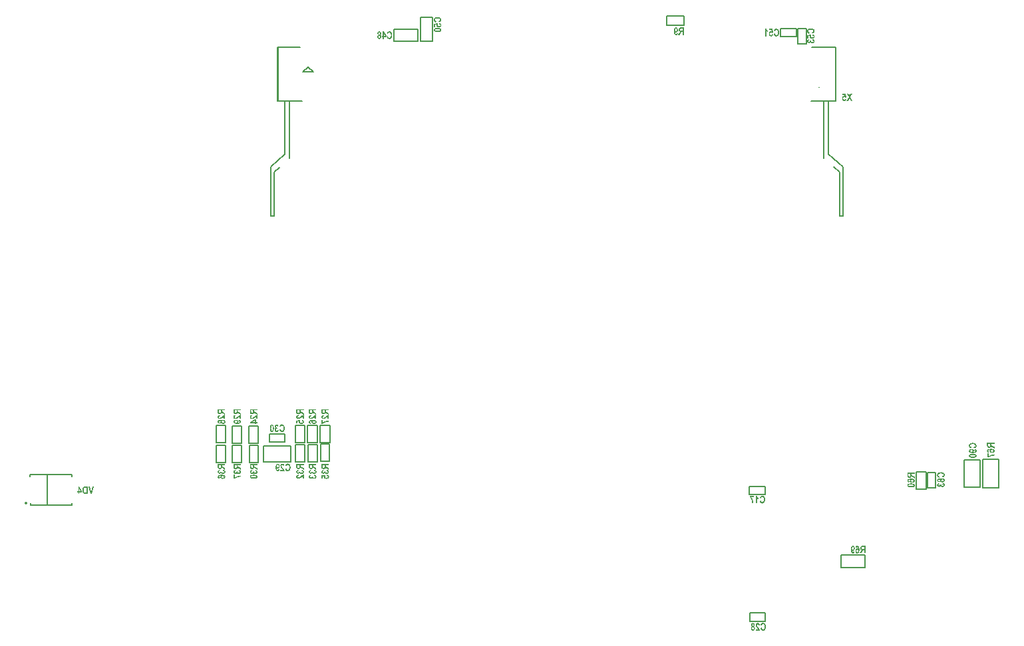
<source format=gbo>
G04*
G04 #@! TF.GenerationSoftware,Altium Limited,Altium Designer,22.7.1 (60)*
G04*
G04 Layer_Color=32896*
%FSLAX43Y43*%
%MOMM*%
G71*
G04*
G04 #@! TF.SameCoordinates,6218B3DD-F4BF-4AD2-B5C1-062D57A95E1A*
G04*
G04*
G04 #@! TF.FilePolarity,Positive*
G04*
G01*
G75*
%ADD11C,0.200*%
%ADD16C,0.150*%
G36*
X62574Y87249D02*
X62614Y87246D01*
X62652Y87240D01*
X62687Y87233D01*
X62719Y87225D01*
X62749Y87216D01*
X62777Y87206D01*
X62801Y87195D01*
X62824Y87185D01*
X62844Y87175D01*
X62860Y87167D01*
X62873Y87158D01*
X62884Y87151D01*
X62893Y87146D01*
X62897Y87143D01*
X62898Y87141D01*
X62920Y87123D01*
X62937Y87103D01*
X62952Y87084D01*
X62966Y87062D01*
X62977Y87041D01*
X62987Y87022D01*
X62994Y87002D01*
X63001Y86982D01*
X63006Y86964D01*
X63010Y86947D01*
X63011Y86931D01*
X63014Y86919D01*
Y86907D01*
X63016Y86900D01*
Y86893D01*
X63014Y86871D01*
X63013Y86850D01*
X63004Y86810D01*
X62993Y86775D01*
X62986Y86759D01*
X62979Y86745D01*
X62972Y86733D01*
X62965Y86721D01*
X62959Y86711D01*
X62953Y86704D01*
X62949Y86697D01*
X62945Y86693D01*
X62944Y86690D01*
X62942Y86689D01*
X62927Y86673D01*
X62911Y86659D01*
X62875Y86635D01*
X62835Y86614D01*
X62797Y86597D01*
X62779Y86590D01*
X62762Y86585D01*
X62746Y86580D01*
X62734Y86576D01*
X62722Y86573D01*
X62714Y86571D01*
X62708Y86569D01*
X62707D01*
X62648Y86723D01*
X62686Y86731D01*
X62717Y86743D01*
X62743Y86752D01*
X62765Y86764D01*
X62781Y86774D01*
X62793Y86782D01*
X62800Y86788D01*
X62803Y86789D01*
X62818Y86806D01*
X62831Y86824D01*
X62839Y86843D01*
X62845Y86859D01*
X62848Y86874D01*
X62849Y86886D01*
X62851Y86893D01*
Y86896D01*
X62849Y86912D01*
X62848Y86926D01*
X62839Y86954D01*
X62827Y86977D01*
X62813Y86996D01*
X62800Y87013D01*
X62787Y87024D01*
X62779Y87031D01*
X62777Y87034D01*
X62776D01*
X62760Y87043D01*
X62743Y87051D01*
X62724Y87058D01*
X62704Y87064D01*
X62662Y87074D01*
X62619Y87079D01*
X62600Y87082D01*
X62581Y87084D01*
X62564Y87085D01*
X62550D01*
X62538Y87086D01*
X62529D01*
X62522D01*
X62521D01*
X62490D01*
X62460Y87084D01*
X62433Y87081D01*
X62409Y87078D01*
X62387Y87074D01*
X62366Y87070D01*
X62347Y87065D01*
X62332Y87060D01*
X62318Y87054D01*
X62305Y87050D01*
X62295Y87046D01*
X62287Y87041D01*
X62281Y87037D01*
X62275Y87036D01*
X62274Y87033D01*
X62273D01*
X62258Y87022D01*
X62247Y87010D01*
X62237Y86999D01*
X62229Y86988D01*
X62215Y86964D01*
X62206Y86941D01*
X62201Y86922D01*
X62198Y86906D01*
X62196Y86900D01*
Y86892D01*
X62198Y86869D01*
X62204Y86850D01*
X62209Y86833D01*
X62218Y86817D01*
X62225Y86805D01*
X62232Y86795D01*
X62237Y86789D01*
X62239Y86788D01*
X62256Y86772D01*
X62274Y86759D01*
X62294Y86748D01*
X62313Y86740D01*
X62330Y86734D01*
X62344Y86730D01*
X62350Y86728D01*
X62354D01*
X62356Y86727D01*
X62357D01*
X62312Y86571D01*
X62290Y86576D01*
X62268Y86583D01*
X62249Y86590D01*
X62229Y86597D01*
X62212Y86606D01*
X62196Y86613D01*
X62184Y86621D01*
X62171Y86628D01*
X62160Y86635D01*
X62150Y86642D01*
X62141Y86648D01*
X62134Y86654D01*
X62130Y86658D01*
X62126Y86661D01*
X62123Y86662D01*
Y86664D01*
X62108Y86680D01*
X62094Y86699D01*
X62081Y86717D01*
X62070Y86735D01*
X62061Y86754D01*
X62054Y86772D01*
X62043Y86807D01*
X62039Y86823D01*
X62036Y86837D01*
X62034Y86850D01*
X62033Y86861D01*
X62032Y86871D01*
Y86883D01*
X62033Y86913D01*
X62037Y86941D01*
X62043Y86967D01*
X62050Y86992D01*
X62060Y87015D01*
X62070Y87036D01*
X62081Y87055D01*
X62091Y87072D01*
X62102Y87088D01*
X62113Y87102D01*
X62123Y87113D01*
X62133Y87123D01*
X62140Y87130D01*
X62146Y87136D01*
X62150Y87139D01*
X62151Y87140D01*
X62178Y87160D01*
X62208Y87177D01*
X62237Y87191D01*
X62268Y87203D01*
X62301Y87215D01*
X62332Y87223D01*
X62363Y87230D01*
X62394Y87236D01*
X62422Y87240D01*
X62447Y87244D01*
X62471Y87247D01*
X62493Y87249D01*
X62508D01*
X62521Y87250D01*
X62529D01*
X62531D01*
X62532D01*
X62574Y87249D01*
D02*
G37*
G36*
X62798Y86458D02*
X62820Y86452D01*
X62838Y86446D01*
X62855Y86439D01*
X62870Y86432D01*
X62886Y86425D01*
X62898Y86418D01*
X62910Y86411D01*
X62920Y86404D01*
X62928Y86399D01*
X62935Y86393D01*
X62941Y86389D01*
X62945Y86384D01*
X62946Y86383D01*
X62948Y86382D01*
X62959Y86368D01*
X62970Y86353D01*
X62987Y86325D01*
X62999Y86296D01*
X63007Y86269D01*
X63011Y86245D01*
X63014Y86234D01*
Y86225D01*
X63016Y86218D01*
Y86208D01*
X63014Y86184D01*
X63011Y86163D01*
X63006Y86142D01*
X62999Y86124D01*
X62992Y86105D01*
X62983Y86090D01*
X62973Y86074D01*
X62963Y86062D01*
X62953Y86050D01*
X62944Y86039D01*
X62935Y86031D01*
X62928Y86024D01*
X62921Y86018D01*
X62915Y86014D01*
X62913Y86012D01*
X62911Y86011D01*
X62891Y85998D01*
X62870Y85987D01*
X62851Y85978D01*
X62831Y85970D01*
X62791Y85957D01*
X62756Y85949D01*
X62739Y85946D01*
X62725Y85945D01*
X62712Y85942D01*
X62701D01*
X62693Y85940D01*
X62686D01*
X62681D01*
X62680D01*
X62652Y85942D01*
X62625Y85943D01*
X62601Y85947D01*
X62577Y85953D01*
X62556Y85959D01*
X62535Y85966D01*
X62516Y85974D01*
X62500Y85981D01*
X62485Y85988D01*
X62473Y85997D01*
X62461Y86004D01*
X62452Y86009D01*
X62445Y86015D01*
X62439Y86018D01*
X62436Y86021D01*
X62435Y86022D01*
X62422Y86035D01*
X62411Y86048D01*
X62401Y86060D01*
X62392Y86074D01*
X62380Y86101D01*
X62370Y86125D01*
X62366Y86148D01*
X62364Y86156D01*
X62363Y86165D01*
X62361Y86172D01*
Y86180D01*
X62363Y86200D01*
X62367Y86218D01*
X62371Y86235D01*
X62377Y86251D01*
X62384Y86265D01*
X62388Y86274D01*
X62392Y86280D01*
X62394Y86283D01*
X62230Y86258D01*
Y85976D01*
X62060D01*
Y86372D01*
X62556Y86448D01*
X62577Y86327D01*
X62564Y86317D01*
X62555Y86307D01*
X62545Y86297D01*
X62538Y86287D01*
X62525Y86267D01*
X62516Y86249D01*
X62512Y86234D01*
X62509Y86222D01*
X62508Y86214D01*
Y86211D01*
X62509Y86193D01*
X62515Y86177D01*
X62522Y86162D01*
X62529Y86150D01*
X62538Y86141D01*
X62545Y86134D01*
X62550Y86129D01*
X62552Y86128D01*
X62570Y86117D01*
X62590Y86108D01*
X62612Y86102D01*
X62633Y86098D01*
X62653Y86095D01*
X62669Y86094D01*
X62676D01*
X62680D01*
X62683D01*
X62684D01*
X62717Y86095D01*
X62746Y86100D01*
X62770Y86105D01*
X62790Y86111D01*
X62804Y86117D01*
X62815Y86122D01*
X62821Y86126D01*
X62824Y86128D01*
X62839Y86141D01*
X62849Y86153D01*
X62858Y86167D01*
X62863Y86180D01*
X62866Y86190D01*
X62867Y86198D01*
X62869Y86205D01*
Y86207D01*
X62867Y86221D01*
X62863Y86234D01*
X62858Y86246D01*
X62851Y86256D01*
X62845Y86265D01*
X62839Y86272D01*
X62835Y86276D01*
X62834Y86277D01*
X62820Y86289D01*
X62803Y86297D01*
X62787Y86304D01*
X62772Y86308D01*
X62758Y86311D01*
X62745Y86314D01*
X62738Y86315D01*
X62735D01*
X62755Y86465D01*
X62798Y86458D01*
D02*
G37*
G36*
X62578Y85859D02*
X62624Y85857D01*
X62666Y85853D01*
X62704Y85849D01*
X62739Y85845D01*
X62770Y85837D01*
X62797Y85832D01*
X62822Y85825D01*
X62844Y85819D01*
X62862Y85812D01*
X62876Y85806D01*
X62889Y85802D01*
X62898Y85797D01*
X62904Y85794D01*
X62908Y85792D01*
X62910Y85791D01*
X62928Y85777D01*
X62945Y85763D01*
X62959Y85747D01*
X62970Y85732D01*
X62982Y85716D01*
X62990Y85702D01*
X62997Y85687D01*
X63003Y85673D01*
X63010Y85646D01*
X63013Y85634D01*
X63014Y85625D01*
Y85618D01*
X63016Y85612D01*
Y85606D01*
X63014Y85585D01*
X63011Y85565D01*
X63006Y85547D01*
X62999Y85530D01*
X62982Y85499D01*
X62962Y85472D01*
X62942Y85451D01*
X62934Y85443D01*
X62925Y85436D01*
X62918Y85430D01*
X62913Y85426D01*
X62910Y85424D01*
X62908Y85423D01*
X62886Y85410D01*
X62860Y85399D01*
X62834Y85391D01*
X62804Y85382D01*
X62741Y85369D01*
X62679Y85361D01*
X62649Y85358D01*
X62621Y85357D01*
X62597Y85354D01*
X62574D01*
X62556Y85353D01*
X62542D01*
X62538D01*
X62533D01*
X62532D01*
X62531D01*
X62481Y85354D01*
X62438Y85355D01*
X62395Y85360D01*
X62359Y85364D01*
X62323Y85369D01*
X62292Y85375D01*
X62266Y85381D01*
X62240Y85388D01*
X62219Y85395D01*
X62201Y85400D01*
X62187Y85406D01*
X62174Y85412D01*
X62164Y85416D01*
X62158Y85420D01*
X62154Y85422D01*
X62153Y85423D01*
X62133Y85437D01*
X62118Y85451D01*
X62102Y85467D01*
X62089Y85482D01*
X62079Y85498D01*
X62071Y85512D01*
X62064Y85527D01*
X62058Y85541D01*
X62050Y85568D01*
X62047Y85579D01*
X62046Y85589D01*
X62044Y85596D01*
Y85608D01*
X62046Y85629D01*
X62048Y85649D01*
X62054Y85667D01*
X62061Y85684D01*
X62078Y85715D01*
X62098Y85742D01*
X62119Y85763D01*
X62127Y85771D01*
X62136Y85778D01*
X62143Y85784D01*
X62149Y85788D01*
X62151Y85790D01*
X62153Y85791D01*
X62175Y85804D01*
X62201Y85813D01*
X62227Y85823D01*
X62257Y85830D01*
X62319Y85843D01*
X62381Y85852D01*
X62411Y85854D01*
X62439Y85856D01*
X62464Y85857D01*
X62485Y85859D01*
X62504Y85860D01*
X62518D01*
X62522D01*
X62526D01*
X62528D01*
X62529D01*
X62578Y85859D01*
D02*
G37*
G36*
X42800Y30354D02*
X42819Y30353D01*
X42855Y30344D01*
X42886Y30335D01*
X42911Y30322D01*
X42932Y30309D01*
X42939Y30302D01*
X42946Y30298D01*
X42952Y30294D01*
X42956Y30290D01*
X42957Y30288D01*
X42959Y30287D01*
X42972Y30273D01*
X42981Y30259D01*
X43000Y30225D01*
X43014Y30189D01*
X43024Y30156D01*
X43028Y30139D01*
X43032Y30123D01*
X43034Y30109D01*
X43036Y30098D01*
X43038Y30088D01*
Y30081D01*
X43039Y30075D01*
Y30074D01*
X42890Y30054D01*
X42887Y30081D01*
X42883Y30103D01*
X42877Y30123D01*
X42870Y30140D01*
X42862Y30156D01*
X42853Y30167D01*
X42843Y30177D01*
X42833Y30185D01*
X42824Y30191D01*
X42815Y30195D01*
X42798Y30201D01*
X42792Y30202D01*
X42787Y30204D01*
X42783D01*
X42767Y30202D01*
X42752Y30198D01*
X42739Y30194D01*
X42729Y30188D01*
X42721Y30181D01*
X42715Y30177D01*
X42711Y30173D01*
X42709Y30171D01*
X42699Y30158D01*
X42692Y30143D01*
X42688Y30127D01*
X42684Y30112D01*
X42683Y30098D01*
X42681Y30087D01*
Y30079D01*
Y30078D01*
Y30077D01*
X42683Y30056D01*
X42687Y30034D01*
X42692Y30015D01*
X42698Y29998D01*
X42704Y29982D01*
X42709Y29971D01*
X42714Y29964D01*
X42715Y29961D01*
X42721Y29953D01*
X42728Y29943D01*
X42745Y29920D01*
X42764Y29896D01*
X42785Y29871D01*
X42805Y29847D01*
X42814Y29836D01*
X42822Y29827D01*
X42828Y29820D01*
X42833Y29814D01*
X42836Y29810D01*
X42838Y29809D01*
X42860Y29783D01*
X42880Y29758D01*
X42900Y29736D01*
X42917Y29714D01*
X42932Y29693D01*
X42945Y29675D01*
X42957Y29658D01*
X42967Y29642D01*
X42977Y29628D01*
X42986Y29617D01*
X42991Y29606D01*
X42997Y29597D01*
X43001Y29590D01*
X43003Y29586D01*
X43005Y29583D01*
Y29582D01*
X43019Y29549D01*
X43031Y29517D01*
X43041Y29486D01*
X43046Y29459D01*
X43050Y29435D01*
X43053Y29425D01*
X43055Y29417D01*
Y29410D01*
X43056Y29404D01*
Y29401D01*
Y29400D01*
X42530D01*
Y29569D01*
X42829D01*
X42819Y29587D01*
X42809Y29603D01*
X42805Y29609D01*
X42801Y29614D01*
X42800Y29617D01*
X42798Y29618D01*
X42788Y29631D01*
X42776Y29647D01*
X42760Y29664D01*
X42745Y29682D01*
X42730Y29699D01*
X42718Y29713D01*
X42714Y29719D01*
X42709Y29723D01*
X42708Y29724D01*
X42707Y29726D01*
X42680Y29757D01*
X42657Y29785D01*
X42637Y29809D01*
X42622Y29830D01*
X42611Y29845D01*
X42602Y29858D01*
X42598Y29865D01*
X42597Y29868D01*
X42585Y29889D01*
X42574Y29909D01*
X42566Y29927D01*
X42558Y29944D01*
X42554Y29958D01*
X42550Y29968D01*
X42547Y29975D01*
Y29978D01*
X42542Y29999D01*
X42537Y30019D01*
X42535Y30039D01*
X42532Y30056D01*
Y30071D01*
X42530Y30082D01*
Y30089D01*
Y30092D01*
Y30112D01*
X42533Y30130D01*
X42540Y30164D01*
X42550Y30195D01*
X42561Y30222D01*
X42574Y30244D01*
X42580Y30254D01*
X42584Y30261D01*
X42588Y30267D01*
X42591Y30271D01*
X42592Y30274D01*
X42594Y30275D01*
X42606Y30290D01*
X42619Y30302D01*
X42633Y30312D01*
X42649Y30322D01*
X42664Y30330D01*
X42680Y30336D01*
X42709Y30346D01*
X42738Y30352D01*
X42749Y30353D01*
X42760Y30354D01*
X42769Y30356D01*
X42780D01*
X42800Y30354D01*
D02*
G37*
G36*
X42212D02*
X42230Y30352D01*
X42247Y30347D01*
X42264Y30342D01*
X42295Y30328D01*
X42320Y30312D01*
X42341Y30297D01*
X42350Y30288D01*
X42357Y30282D01*
X42363Y30277D01*
X42367Y30273D01*
X42368Y30270D01*
X42370Y30268D01*
X42382Y30251D01*
X42394Y30233D01*
X42403Y30215D01*
X42410Y30195D01*
X42425Y30156D01*
X42433Y30119D01*
X42436Y30101D01*
X42437Y30085D01*
X42439Y30070D01*
X42440Y30058D01*
X42441Y30047D01*
Y30040D01*
Y30034D01*
Y30033D01*
X42440Y30008D01*
X42439Y29982D01*
X42436Y29960D01*
X42430Y29939D01*
X42426Y29919D01*
X42420Y29899D01*
X42413Y29882D01*
X42408Y29868D01*
X42401Y29854D01*
X42395Y29841D01*
X42389Y29831D01*
X42384Y29823D01*
X42379Y29816D01*
X42377Y29812D01*
X42375Y29809D01*
X42374Y29807D01*
X42361Y29792D01*
X42347Y29779D01*
X42333Y29768D01*
X42320Y29758D01*
X42306Y29751D01*
X42293Y29744D01*
X42270Y29734D01*
X42247Y29727D01*
X42238Y29726D01*
X42231Y29724D01*
X42224Y29723D01*
X42216D01*
X42200Y29724D01*
X42185Y29726D01*
X42172Y29728D01*
X42160Y29733D01*
X42151Y29737D01*
X42143Y29740D01*
X42138Y29741D01*
X42137Y29743D01*
X42124Y29751D01*
X42112Y29761D01*
X42102Y29769D01*
X42092Y29779D01*
X42085Y29788D01*
X42078Y29795D01*
X42075Y29800D01*
X42074Y29802D01*
X42075Y29774D01*
X42078Y29747D01*
X42081Y29723D01*
X42085Y29700D01*
X42088Y29681D01*
X42092Y29664D01*
X42095Y29648D01*
X42099Y29634D01*
X42102Y29623D01*
X42105Y29613D01*
X42107Y29604D01*
X42110Y29599D01*
X42113Y29593D01*
X42114Y29590D01*
X42116Y29587D01*
X42129Y29571D01*
X42141Y29558D01*
X42155Y29548D01*
X42168Y29542D01*
X42179Y29538D01*
X42188Y29537D01*
X42193Y29535D01*
X42196D01*
X42209Y29537D01*
X42222Y29540D01*
X42231Y29545D01*
X42241Y29552D01*
X42255Y29569D01*
X42267Y29589D01*
X42274Y29607D01*
X42278Y29624D01*
X42279Y29631D01*
X42281Y29637D01*
Y29640D01*
Y29641D01*
X42426Y29621D01*
X42423Y29599D01*
X42419Y29579D01*
X42413Y29559D01*
X42408Y29542D01*
X42402Y29525D01*
X42396Y29511D01*
X42389Y29499D01*
X42384Y29486D01*
X42378Y29476D01*
X42372Y29468D01*
X42363Y29454D01*
X42355Y29445D01*
X42353Y29442D01*
X42330Y29423D01*
X42305Y29408D01*
X42281Y29399D01*
X42258Y29392D01*
X42237Y29387D01*
X42220Y29386D01*
X42215Y29384D01*
X42206D01*
X42182Y29386D01*
X42161Y29390D01*
X42140Y29396D01*
X42120Y29403D01*
X42085Y29421D01*
X42069Y29431D01*
X42055Y29442D01*
X42043Y29452D01*
X42031Y29462D01*
X42021Y29472D01*
X42013Y29480D01*
X42007Y29489D01*
X42003Y29494D01*
X42000Y29497D01*
X41999Y29499D01*
X41985Y29521D01*
X41972Y29548D01*
X41962Y29576D01*
X41952Y29606D01*
X41944Y29637D01*
X41938Y29668D01*
X41928Y29730D01*
X41926Y29759D01*
X41923Y29786D01*
X41921Y29810D01*
X41920Y29833D01*
X41918Y29850D01*
Y29864D01*
Y29872D01*
Y29874D01*
Y29875D01*
X41920Y29922D01*
X41921Y29965D01*
X41926Y30005D01*
X41931Y30041D01*
X41937Y30075D01*
X41942Y30105D01*
X41950Y30133D01*
X41957Y30157D01*
X41965Y30178D01*
X41972Y30195D01*
X41978Y30211D01*
X41983Y30223D01*
X41989Y30233D01*
X41993Y30239D01*
X41995Y30243D01*
X41996Y30244D01*
X42012Y30264D01*
X42027Y30281D01*
X42043Y30297D01*
X42059Y30309D01*
X42076Y30319D01*
X42092Y30329D01*
X42107Y30336D01*
X42123Y30342D01*
X42150Y30350D01*
X42162Y30353D01*
X42172Y30354D01*
X42181Y30356D01*
X42192D01*
X42212Y30354D01*
D02*
G37*
G36*
X43482Y30367D02*
X43510Y30363D01*
X43535Y30357D01*
X43561Y30350D01*
X43583Y30340D01*
X43604Y30330D01*
X43624Y30319D01*
X43641Y30309D01*
X43657Y30298D01*
X43671Y30287D01*
X43682Y30277D01*
X43692Y30267D01*
X43699Y30260D01*
X43705Y30254D01*
X43707Y30250D01*
X43709Y30249D01*
X43729Y30222D01*
X43745Y30192D01*
X43760Y30163D01*
X43772Y30132D01*
X43784Y30099D01*
X43792Y30068D01*
X43799Y30037D01*
X43805Y30006D01*
X43809Y29978D01*
X43813Y29953D01*
X43816Y29929D01*
X43817Y29907D01*
Y29892D01*
X43819Y29879D01*
Y29871D01*
Y29869D01*
Y29868D01*
X43817Y29826D01*
X43815Y29786D01*
X43809Y29748D01*
X43802Y29713D01*
X43793Y29681D01*
X43785Y29651D01*
X43775Y29623D01*
X43764Y29599D01*
X43754Y29576D01*
X43744Y29556D01*
X43736Y29540D01*
X43727Y29527D01*
X43720Y29516D01*
X43714Y29507D01*
X43712Y29503D01*
X43710Y29501D01*
X43692Y29480D01*
X43672Y29463D01*
X43652Y29448D01*
X43631Y29434D01*
X43610Y29423D01*
X43590Y29413D01*
X43571Y29406D01*
X43551Y29399D01*
X43533Y29394D01*
X43516Y29390D01*
X43500Y29389D01*
X43487Y29386D01*
X43476D01*
X43469Y29384D01*
X43462D01*
X43440Y29386D01*
X43418Y29387D01*
X43379Y29396D01*
X43344Y29407D01*
X43328Y29414D01*
X43314Y29421D01*
X43301Y29428D01*
X43290Y29435D01*
X43280Y29441D01*
X43273Y29447D01*
X43266Y29451D01*
X43262Y29455D01*
X43259Y29456D01*
X43258Y29458D01*
X43242Y29473D01*
X43228Y29489D01*
X43204Y29525D01*
X43183Y29565D01*
X43166Y29603D01*
X43159Y29621D01*
X43153Y29638D01*
X43149Y29654D01*
X43145Y29666D01*
X43142Y29678D01*
X43139Y29686D01*
X43138Y29692D01*
Y29693D01*
X43292Y29752D01*
X43300Y29714D01*
X43311Y29683D01*
X43321Y29657D01*
X43332Y29635D01*
X43342Y29618D01*
X43351Y29607D01*
X43356Y29600D01*
X43358Y29597D01*
X43375Y29582D01*
X43393Y29569D01*
X43411Y29561D01*
X43428Y29555D01*
X43442Y29552D01*
X43455Y29551D01*
X43462Y29549D01*
X43465D01*
X43480Y29551D01*
X43495Y29552D01*
X43523Y29561D01*
X43545Y29573D01*
X43565Y29587D01*
X43582Y29600D01*
X43593Y29613D01*
X43600Y29621D01*
X43603Y29623D01*
Y29624D01*
X43612Y29640D01*
X43620Y29657D01*
X43627Y29676D01*
X43633Y29696D01*
X43643Y29738D01*
X43648Y29781D01*
X43651Y29800D01*
X43652Y29819D01*
X43654Y29836D01*
Y29850D01*
X43655Y29862D01*
Y29871D01*
Y29878D01*
Y29879D01*
Y29910D01*
X43652Y29940D01*
X43650Y29967D01*
X43647Y29991D01*
X43643Y30013D01*
X43638Y30034D01*
X43634Y30053D01*
X43628Y30068D01*
X43623Y30082D01*
X43619Y30095D01*
X43614Y30105D01*
X43610Y30113D01*
X43606Y30119D01*
X43604Y30125D01*
X43602Y30126D01*
Y30127D01*
X43590Y30142D01*
X43579Y30153D01*
X43568Y30163D01*
X43557Y30171D01*
X43533Y30185D01*
X43510Y30194D01*
X43490Y30199D01*
X43475Y30202D01*
X43469Y30204D01*
X43461D01*
X43438Y30202D01*
X43418Y30196D01*
X43401Y30191D01*
X43386Y30182D01*
X43373Y30175D01*
X43363Y30168D01*
X43358Y30163D01*
X43356Y30161D01*
X43341Y30144D01*
X43328Y30126D01*
X43317Y30106D01*
X43308Y30087D01*
X43303Y30070D01*
X43299Y30056D01*
X43297Y30050D01*
Y30046D01*
X43296Y30044D01*
Y30043D01*
X43139Y30088D01*
X43145Y30110D01*
X43152Y30132D01*
X43159Y30151D01*
X43166Y30171D01*
X43175Y30188D01*
X43182Y30204D01*
X43190Y30216D01*
X43197Y30229D01*
X43204Y30240D01*
X43211Y30250D01*
X43217Y30259D01*
X43222Y30266D01*
X43227Y30270D01*
X43229Y30274D01*
X43231Y30277D01*
X43232D01*
X43249Y30292D01*
X43268Y30306D01*
X43286Y30319D01*
X43304Y30330D01*
X43323Y30339D01*
X43341Y30346D01*
X43376Y30357D01*
X43392Y30361D01*
X43406Y30364D01*
X43418Y30366D01*
X43430Y30367D01*
X43440Y30368D01*
X43452D01*
X43482Y30367D01*
D02*
G37*
G36*
X42093Y35353D02*
X42124Y35346D01*
X42152Y35336D01*
X42175Y35326D01*
X42193Y35315D01*
X42207Y35305D01*
X42215Y35298D01*
X42217Y35297D01*
X42218Y35295D01*
X42230Y35284D01*
X42239Y35270D01*
X42258Y35240D01*
X42272Y35209D01*
X42283Y35178D01*
X42292Y35150D01*
X42294Y35139D01*
X42297Y35127D01*
X42299Y35119D01*
X42300Y35112D01*
X42301Y35108D01*
Y35106D01*
X42163Y35078D01*
X42160Y35101D01*
X42156Y35119D01*
X42151Y35136D01*
X42145Y35149D01*
X42139Y35158D01*
X42135Y35167D01*
X42132Y35171D01*
X42131Y35173D01*
X42120Y35184D01*
X42108Y35191D01*
X42097Y35196D01*
X42087Y35201D01*
X42079Y35204D01*
X42070Y35205D01*
X42065D01*
X42050Y35204D01*
X42038Y35201D01*
X42027Y35196D01*
X42018Y35191D01*
X42011Y35185D01*
X42005Y35181D01*
X42003Y35178D01*
X42001Y35177D01*
X41993Y35165D01*
X41987Y35153D01*
X41981Y35140D01*
X41979Y35129D01*
X41977Y35118D01*
X41976Y35109D01*
Y35103D01*
Y35101D01*
X41977Y35079D01*
X41981Y35061D01*
X41987Y35046D01*
X41993Y35033D01*
X41998Y35023D01*
X42004Y35015D01*
X42008Y35010D01*
X42010Y35009D01*
X42024Y34999D01*
X42038Y34991D01*
X42053Y34986D01*
X42069Y34982D01*
X42082Y34981D01*
X42093Y34979D01*
X42103D01*
X42118Y34830D01*
X42104Y34834D01*
X42091Y34838D01*
X42079Y34841D01*
X42069Y34843D01*
X42062Y34844D01*
X42050D01*
X42035Y34843D01*
X42021Y34838D01*
X42008Y34831D01*
X41997Y34824D01*
X41988Y34816D01*
X41981Y34810D01*
X41977Y34805D01*
X41976Y34803D01*
X41966Y34788D01*
X41957Y34769D01*
X41952Y34751D01*
X41949Y34734D01*
X41946Y34719D01*
X41945Y34706D01*
Y34697D01*
Y34696D01*
Y34695D01*
X41946Y34668D01*
X41950Y34645D01*
X41955Y34624D01*
X41960Y34609D01*
X41967Y34595D01*
X41972Y34586D01*
X41976Y34579D01*
X41977Y34578D01*
X41990Y34564D01*
X42003Y34554D01*
X42017Y34547D01*
X42029Y34542D01*
X42039Y34540D01*
X42048Y34537D01*
X42056D01*
X42072Y34538D01*
X42086Y34542D01*
X42098Y34548D01*
X42108Y34555D01*
X42117Y34561D01*
X42124Y34566D01*
X42128Y34571D01*
X42129Y34572D01*
X42139Y34586D01*
X42148Y34603D01*
X42155Y34620D01*
X42159Y34637D01*
X42163Y34652D01*
X42165Y34664D01*
X42166Y34672D01*
Y34673D01*
Y34675D01*
X42311Y34654D01*
X42304Y34609D01*
X42294Y34571D01*
X42287Y34552D01*
X42280Y34537D01*
X42273Y34521D01*
X42266Y34509D01*
X42259Y34496D01*
X42252Y34486D01*
X42246Y34478D01*
X42241Y34469D01*
X42237Y34463D01*
X42232Y34459D01*
X42231Y34458D01*
X42230Y34456D01*
X42215Y34444D01*
X42201Y34432D01*
X42187Y34423D01*
X42172Y34416D01*
X42142Y34401D01*
X42115Y34393D01*
X42091Y34389D01*
X42080Y34387D01*
X42072Y34386D01*
X42065Y34384D01*
X42055D01*
X42035Y34386D01*
X42017Y34389D01*
X41998Y34393D01*
X41980Y34397D01*
X41949Y34411D01*
X41922Y34427D01*
X41900Y34442D01*
X41891Y34449D01*
X41884Y34456D01*
X41879Y34461D01*
X41873Y34465D01*
X41871Y34468D01*
X41870Y34469D01*
X41856Y34486D01*
X41843Y34503D01*
X41833Y34521D01*
X41825Y34540D01*
X41811Y34575D01*
X41801Y34609D01*
X41798Y34626D01*
X41795Y34640D01*
X41794Y34652D01*
X41793Y34664D01*
X41791Y34672D01*
Y34679D01*
Y34683D01*
Y34685D01*
X41793Y34717D01*
X41798Y34747D01*
X41804Y34772D01*
X41812Y34793D01*
X41819Y34810D01*
X41826Y34823D01*
X41832Y34831D01*
X41833Y34834D01*
X41850Y34855D01*
X41867Y34872D01*
X41884Y34885D01*
X41901Y34896D01*
X41917Y34903D01*
X41928Y34907D01*
X41936Y34910D01*
X41938Y34912D01*
X41939D01*
X41919Y34926D01*
X41902Y34941D01*
X41887Y34957D01*
X41876Y34970D01*
X41866Y34982D01*
X41860Y34991D01*
X41856Y34996D01*
X41855Y34999D01*
X41845Y35019D01*
X41838Y35039D01*
X41832Y35057D01*
X41829Y35075D01*
X41826Y35089D01*
X41825Y35102D01*
Y35109D01*
Y35112D01*
Y35129D01*
X41828Y35146D01*
X41835Y35177D01*
X41845Y35205D01*
X41856Y35230D01*
X41869Y35251D01*
X41874Y35260D01*
X41879Y35267D01*
X41883Y35273D01*
X41886Y35277D01*
X41887Y35278D01*
X41888Y35280D01*
X41901Y35294D01*
X41914Y35305D01*
X41928Y35315D01*
X41942Y35323D01*
X41970Y35337D01*
X41997Y35346D01*
X42022Y35352D01*
X42032Y35353D01*
X42041Y35354D01*
X42049Y35356D01*
X42076D01*
X42093Y35353D01*
D02*
G37*
G36*
X42751Y35367D02*
X42779Y35363D01*
X42805Y35357D01*
X42830Y35350D01*
X42853Y35340D01*
X42874Y35330D01*
X42894Y35319D01*
X42910Y35309D01*
X42926Y35298D01*
X42940Y35287D01*
X42951Y35277D01*
X42961Y35267D01*
X42968Y35260D01*
X42974Y35254D01*
X42977Y35250D01*
X42978Y35249D01*
X42998Y35222D01*
X43015Y35192D01*
X43029Y35163D01*
X43042Y35132D01*
X43053Y35099D01*
X43061Y35068D01*
X43068Y35037D01*
X43074Y35006D01*
X43078Y34978D01*
X43082Y34953D01*
X43085Y34929D01*
X43087Y34907D01*
Y34892D01*
X43088Y34879D01*
Y34871D01*
Y34869D01*
Y34868D01*
X43087Y34826D01*
X43084Y34786D01*
X43078Y34748D01*
X43071Y34713D01*
X43063Y34681D01*
X43054Y34651D01*
X43044Y34623D01*
X43033Y34599D01*
X43023Y34576D01*
X43013Y34556D01*
X43005Y34540D01*
X42996Y34527D01*
X42989Y34516D01*
X42984Y34507D01*
X42981Y34503D01*
X42979Y34501D01*
X42961Y34480D01*
X42941Y34463D01*
X42922Y34448D01*
X42901Y34434D01*
X42879Y34423D01*
X42860Y34413D01*
X42840Y34406D01*
X42820Y34399D01*
X42802Y34394D01*
X42785Y34390D01*
X42769Y34389D01*
X42757Y34386D01*
X42745D01*
X42738Y34384D01*
X42731D01*
X42709Y34386D01*
X42688Y34387D01*
X42648Y34396D01*
X42613Y34407D01*
X42597Y34414D01*
X42583Y34421D01*
X42571Y34428D01*
X42559Y34435D01*
X42550Y34441D01*
X42542Y34447D01*
X42535Y34451D01*
X42531Y34455D01*
X42528Y34456D01*
X42527Y34458D01*
X42511Y34473D01*
X42497Y34489D01*
X42473Y34525D01*
X42452Y34565D01*
X42435Y34603D01*
X42428Y34621D01*
X42423Y34638D01*
X42418Y34654D01*
X42414Y34666D01*
X42411Y34678D01*
X42409Y34686D01*
X42407Y34692D01*
Y34693D01*
X42561Y34752D01*
X42569Y34714D01*
X42581Y34683D01*
X42590Y34657D01*
X42602Y34635D01*
X42612Y34618D01*
X42620Y34607D01*
X42626Y34600D01*
X42627Y34597D01*
X42644Y34582D01*
X42662Y34569D01*
X42681Y34561D01*
X42698Y34555D01*
X42712Y34552D01*
X42724Y34551D01*
X42731Y34549D01*
X42734D01*
X42750Y34551D01*
X42764Y34552D01*
X42792Y34561D01*
X42815Y34573D01*
X42834Y34587D01*
X42851Y34600D01*
X42862Y34613D01*
X42870Y34621D01*
X42872Y34623D01*
Y34624D01*
X42881Y34640D01*
X42889Y34657D01*
X42896Y34676D01*
X42902Y34696D01*
X42912Y34738D01*
X42917Y34781D01*
X42920Y34800D01*
X42922Y34819D01*
X42923Y34836D01*
Y34850D01*
X42925Y34862D01*
Y34871D01*
Y34878D01*
Y34879D01*
Y34910D01*
X42922Y34940D01*
X42919Y34967D01*
X42916Y34991D01*
X42912Y35013D01*
X42908Y35034D01*
X42903Y35053D01*
X42898Y35068D01*
X42892Y35082D01*
X42888Y35095D01*
X42884Y35105D01*
X42879Y35113D01*
X42875Y35119D01*
X42874Y35125D01*
X42871Y35126D01*
Y35127D01*
X42860Y35141D01*
X42848Y35153D01*
X42837Y35163D01*
X42826Y35171D01*
X42802Y35185D01*
X42779Y35194D01*
X42760Y35199D01*
X42744Y35202D01*
X42738Y35204D01*
X42730D01*
X42707Y35202D01*
X42688Y35196D01*
X42671Y35191D01*
X42655Y35182D01*
X42643Y35175D01*
X42633Y35168D01*
X42627Y35163D01*
X42626Y35161D01*
X42610Y35144D01*
X42597Y35126D01*
X42586Y35106D01*
X42578Y35087D01*
X42572Y35070D01*
X42568Y35056D01*
X42566Y35050D01*
Y35046D01*
X42565Y35044D01*
Y35043D01*
X42409Y35088D01*
X42414Y35110D01*
X42421Y35132D01*
X42428Y35151D01*
X42435Y35171D01*
X42444Y35188D01*
X42451Y35204D01*
X42459Y35216D01*
X42466Y35229D01*
X42473Y35240D01*
X42480Y35250D01*
X42486Y35259D01*
X42492Y35266D01*
X42496Y35270D01*
X42499Y35274D01*
X42500Y35277D01*
X42502D01*
X42519Y35292D01*
X42537Y35306D01*
X42555Y35319D01*
X42574Y35330D01*
X42592Y35339D01*
X42610Y35346D01*
X42645Y35357D01*
X42661Y35361D01*
X42675Y35364D01*
X42688Y35366D01*
X42699Y35367D01*
X42709Y35368D01*
X42722D01*
X42751Y35367D01*
D02*
G37*
G36*
X41467Y35354D02*
X41487Y35352D01*
X41505Y35346D01*
X41522Y35339D01*
X41553Y35322D01*
X41580Y35302D01*
X41601Y35281D01*
X41609Y35273D01*
X41616Y35264D01*
X41622Y35257D01*
X41626Y35251D01*
X41628Y35249D01*
X41629Y35247D01*
X41642Y35225D01*
X41652Y35199D01*
X41661Y35173D01*
X41668Y35143D01*
X41681Y35081D01*
X41690Y35019D01*
X41692Y34989D01*
X41694Y34961D01*
X41695Y34936D01*
X41697Y34915D01*
X41698Y34896D01*
Y34882D01*
Y34878D01*
Y34874D01*
Y34872D01*
Y34871D01*
X41697Y34821D01*
X41695Y34776D01*
X41691Y34734D01*
X41687Y34696D01*
X41683Y34661D01*
X41676Y34630D01*
X41670Y34603D01*
X41663Y34578D01*
X41657Y34556D01*
X41650Y34538D01*
X41645Y34524D01*
X41640Y34511D01*
X41635Y34501D01*
X41632Y34496D01*
X41630Y34492D01*
X41629Y34490D01*
X41615Y34472D01*
X41601Y34455D01*
X41585Y34441D01*
X41570Y34430D01*
X41554Y34418D01*
X41540Y34410D01*
X41525Y34403D01*
X41511Y34397D01*
X41484Y34390D01*
X41473Y34387D01*
X41463Y34386D01*
X41456D01*
X41450Y34384D01*
X41444D01*
X41423Y34386D01*
X41403Y34389D01*
X41385Y34394D01*
X41368Y34401D01*
X41337Y34418D01*
X41310Y34438D01*
X41289Y34458D01*
X41281Y34466D01*
X41274Y34475D01*
X41268Y34482D01*
X41264Y34487D01*
X41262Y34490D01*
X41261Y34492D01*
X41248Y34514D01*
X41237Y34540D01*
X41229Y34566D01*
X41220Y34596D01*
X41208Y34659D01*
X41199Y34721D01*
X41196Y34751D01*
X41195Y34779D01*
X41192Y34803D01*
Y34826D01*
X41191Y34844D01*
Y34858D01*
Y34862D01*
Y34867D01*
Y34868D01*
Y34869D01*
X41192Y34919D01*
X41193Y34962D01*
X41198Y35005D01*
X41202Y35041D01*
X41208Y35077D01*
X41213Y35108D01*
X41219Y35134D01*
X41226Y35160D01*
X41233Y35181D01*
X41239Y35199D01*
X41244Y35213D01*
X41250Y35226D01*
X41254Y35236D01*
X41258Y35242D01*
X41260Y35246D01*
X41261Y35247D01*
X41275Y35267D01*
X41289Y35282D01*
X41305Y35298D01*
X41320Y35311D01*
X41336Y35321D01*
X41350Y35329D01*
X41365Y35336D01*
X41379Y35342D01*
X41406Y35350D01*
X41418Y35353D01*
X41427Y35354D01*
X41434Y35356D01*
X41446D01*
X41467Y35354D01*
D02*
G37*
G36*
X56418Y85429D02*
X56446Y85425D01*
X56472Y85419D01*
X56497Y85412D01*
X56520Y85402D01*
X56541Y85392D01*
X56561Y85381D01*
X56577Y85371D01*
X56593Y85360D01*
X56607Y85349D01*
X56618Y85339D01*
X56628Y85329D01*
X56635Y85322D01*
X56641Y85316D01*
X56644Y85312D01*
X56645Y85311D01*
X56665Y85284D01*
X56682Y85254D01*
X56696Y85225D01*
X56709Y85194D01*
X56720Y85161D01*
X56728Y85130D01*
X56735Y85099D01*
X56741Y85068D01*
X56745Y85040D01*
X56749Y85015D01*
X56752Y84991D01*
X56754Y84969D01*
Y84954D01*
X56755Y84941D01*
Y84933D01*
Y84931D01*
Y84930D01*
X56754Y84888D01*
X56751Y84848D01*
X56745Y84810D01*
X56738Y84775D01*
X56730Y84742D01*
X56721Y84713D01*
X56711Y84685D01*
X56700Y84661D01*
X56690Y84638D01*
X56680Y84618D01*
X56672Y84602D01*
X56663Y84589D01*
X56656Y84578D01*
X56651Y84569D01*
X56648Y84565D01*
X56646Y84563D01*
X56628Y84542D01*
X56608Y84525D01*
X56589Y84510D01*
X56568Y84496D01*
X56546Y84485D01*
X56527Y84475D01*
X56507Y84468D01*
X56487Y84461D01*
X56469Y84456D01*
X56452Y84452D01*
X56436Y84451D01*
X56424Y84448D01*
X56412D01*
X56405Y84446D01*
X56398D01*
X56376Y84448D01*
X56355Y84449D01*
X56315Y84458D01*
X56280Y84469D01*
X56264Y84476D01*
X56250Y84483D01*
X56238Y84490D01*
X56226Y84497D01*
X56217Y84503D01*
X56209Y84508D01*
X56202Y84513D01*
X56198Y84517D01*
X56195Y84518D01*
X56194Y84520D01*
X56178Y84535D01*
X56164Y84551D01*
X56140Y84587D01*
X56119Y84627D01*
X56102Y84665D01*
X56095Y84683D01*
X56090Y84700D01*
X56085Y84716D01*
X56081Y84728D01*
X56078Y84740D01*
X56076Y84748D01*
X56074Y84754D01*
Y84755D01*
X56228Y84814D01*
X56236Y84776D01*
X56248Y84745D01*
X56257Y84719D01*
X56269Y84697D01*
X56279Y84680D01*
X56287Y84669D01*
X56293Y84662D01*
X56294Y84659D01*
X56311Y84644D01*
X56329Y84631D01*
X56348Y84623D01*
X56365Y84617D01*
X56379Y84614D01*
X56391Y84613D01*
X56398Y84611D01*
X56401D01*
X56417Y84613D01*
X56431Y84614D01*
X56459Y84623D01*
X56482Y84635D01*
X56501Y84649D01*
X56518Y84662D01*
X56529Y84675D01*
X56537Y84683D01*
X56539Y84685D01*
Y84686D01*
X56548Y84702D01*
X56556Y84719D01*
X56563Y84738D01*
X56569Y84758D01*
X56579Y84800D01*
X56584Y84843D01*
X56587Y84862D01*
X56589Y84881D01*
X56590Y84898D01*
Y84912D01*
X56592Y84924D01*
Y84933D01*
Y84940D01*
Y84941D01*
Y84972D01*
X56589Y85002D01*
X56586Y85029D01*
X56583Y85053D01*
X56579Y85075D01*
X56575Y85096D01*
X56570Y85115D01*
X56565Y85130D01*
X56559Y85144D01*
X56555Y85157D01*
X56551Y85167D01*
X56546Y85175D01*
X56542Y85181D01*
X56541Y85187D01*
X56538Y85188D01*
Y85189D01*
X56527Y85203D01*
X56515Y85215D01*
X56504Y85225D01*
X56493Y85233D01*
X56469Y85247D01*
X56446Y85256D01*
X56427Y85261D01*
X56411Y85264D01*
X56405Y85265D01*
X56397D01*
X56374Y85264D01*
X56355Y85258D01*
X56338Y85253D01*
X56322Y85244D01*
X56310Y85237D01*
X56300Y85230D01*
X56294Y85225D01*
X56293Y85223D01*
X56277Y85206D01*
X56264Y85188D01*
X56253Y85168D01*
X56245Y85148D01*
X56239Y85132D01*
X56235Y85117D01*
X56233Y85112D01*
Y85108D01*
X56232Y85106D01*
Y85105D01*
X56076Y85150D01*
X56081Y85172D01*
X56088Y85194D01*
X56095Y85213D01*
X56102Y85233D01*
X56111Y85250D01*
X56118Y85265D01*
X56126Y85278D01*
X56133Y85291D01*
X56140Y85302D01*
X56147Y85312D01*
X56153Y85320D01*
X56159Y85328D01*
X56163Y85332D01*
X56166Y85336D01*
X56167Y85339D01*
X56169D01*
X56186Y85354D01*
X56204Y85368D01*
X56222Y85381D01*
X56241Y85392D01*
X56259Y85401D01*
X56277Y85408D01*
X56312Y85419D01*
X56328Y85423D01*
X56342Y85426D01*
X56355Y85428D01*
X56366Y85429D01*
X56376Y85430D01*
X56389D01*
X56418Y85429D01*
D02*
G37*
G36*
X55999Y84813D02*
Y84654D01*
X55679D01*
Y84462D01*
X55534D01*
Y84654D01*
X55437D01*
Y84814D01*
X55534D01*
Y85418D01*
X55661D01*
X55999Y84813D01*
D02*
G37*
G36*
X55131Y85416D02*
X55149Y85415D01*
X55183Y85408D01*
X55213Y85397D01*
X55237Y85384D01*
X55257Y85371D01*
X55271Y85361D01*
X55275Y85356D01*
X55279Y85353D01*
X55280Y85351D01*
X55282Y85350D01*
X55293Y85337D01*
X55303Y85323D01*
X55319Y85295D01*
X55330Y85265D01*
X55337Y85236D01*
X55343Y85212D01*
X55344Y85201D01*
Y85191D01*
X55345Y85184D01*
Y85178D01*
Y85174D01*
Y85172D01*
X55344Y85147D01*
X55341Y85125D01*
X55337Y85105D01*
X55331Y85088D01*
X55327Y85074D01*
X55323Y85062D01*
X55320Y85057D01*
X55319Y85054D01*
X55307Y85037D01*
X55293Y85022D01*
X55280Y85008D01*
X55266Y84996D01*
X55254Y84988D01*
X55244Y84982D01*
X55238Y84978D01*
X55235Y84977D01*
X55258Y84964D01*
X55278Y84948D01*
X55295Y84933D01*
X55307Y84917D01*
X55319Y84903D01*
X55327Y84892D01*
X55331Y84885D01*
X55333Y84883D01*
Y84882D01*
X55344Y84858D01*
X55351Y84833D01*
X55357Y84809D01*
X55361Y84786D01*
X55364Y84765D01*
X55365Y84750D01*
Y84744D01*
Y84740D01*
Y84737D01*
Y84735D01*
X55364Y84711D01*
X55362Y84689D01*
X55354Y84647D01*
X55348Y84628D01*
X55343Y84610D01*
X55335Y84594D01*
X55328Y84580D01*
X55321Y84568D01*
X55314Y84556D01*
X55309Y84547D01*
X55303Y84538D01*
X55299Y84532D01*
X55295Y84528D01*
X55293Y84525D01*
X55292Y84524D01*
X55278Y84510D01*
X55262Y84499D01*
X55247Y84489D01*
X55231Y84479D01*
X55200Y84465D01*
X55171Y84456D01*
X55145Y84451D01*
X55134Y84449D01*
X55124Y84448D01*
X55117Y84446D01*
X55106D01*
X55079Y84448D01*
X55055Y84452D01*
X55032Y84458D01*
X55014Y84465D01*
X54999Y84470D01*
X54986Y84476D01*
X54979Y84480D01*
X54976Y84482D01*
X54955Y84496D01*
X54938Y84513D01*
X54922Y84530D01*
X54910Y84547D01*
X54898Y84562D01*
X54891Y84573D01*
X54887Y84582D01*
X54886Y84583D01*
Y84585D01*
X54875Y84611D01*
X54866Y84638D01*
X54860Y84664D01*
X54856Y84689D01*
X54853Y84710D01*
Y84719D01*
X54852Y84726D01*
Y84733D01*
Y84737D01*
Y84740D01*
Y84741D01*
X54853Y84772D01*
X54858Y84800D01*
X54863Y84824D01*
X54869Y84845D01*
X54875Y84862D01*
X54880Y84875D01*
X54884Y84882D01*
X54886Y84885D01*
X54900Y84906D01*
X54915Y84924D01*
X54932Y84940D01*
X54948Y84953D01*
X54963Y84964D01*
X54975Y84971D01*
X54983Y84975D01*
X54984Y84977D01*
X54986D01*
X54969Y84988D01*
X54952Y85000D01*
X54939Y85013D01*
X54928Y85026D01*
X54918Y85037D01*
X54913Y85046D01*
X54908Y85051D01*
X54907Y85054D01*
X54897Y85074D01*
X54890Y85095D01*
X54884Y85115D01*
X54882Y85133D01*
X54879Y85150D01*
X54877Y85163D01*
Y85171D01*
Y85172D01*
Y85174D01*
Y85192D01*
X54880Y85211D01*
X54887Y85243D01*
X54897Y85273D01*
X54907Y85298D01*
X54918Y85318D01*
X54924Y85326D01*
X54928Y85333D01*
X54932Y85339D01*
X54935Y85343D01*
X54937Y85344D01*
X54938Y85346D01*
X54949Y85359D01*
X54962Y85370D01*
X54976Y85380D01*
X54990Y85388D01*
X55018Y85401D01*
X55046Y85409D01*
X55072Y85413D01*
X55083Y85415D01*
X55093Y85416D01*
X55100Y85418D01*
X55111D01*
X55131Y85416D01*
D02*
G37*
G36*
X105198Y85244D02*
X105077Y85223D01*
X105067Y85236D01*
X105057Y85245D01*
X105047Y85255D01*
X105037Y85262D01*
X105017Y85275D01*
X104999Y85284D01*
X104984Y85288D01*
X104972Y85291D01*
X104964Y85292D01*
X104961D01*
X104943Y85291D01*
X104927Y85285D01*
X104912Y85278D01*
X104900Y85271D01*
X104891Y85262D01*
X104884Y85255D01*
X104879Y85250D01*
X104878Y85248D01*
X104867Y85230D01*
X104858Y85210D01*
X104853Y85188D01*
X104848Y85167D01*
X104845Y85147D01*
X104844Y85131D01*
Y85124D01*
Y85120D01*
Y85117D01*
Y85116D01*
X104845Y85083D01*
X104850Y85054D01*
X104855Y85030D01*
X104861Y85010D01*
X104867Y84996D01*
X104872Y84985D01*
X104876Y84979D01*
X104878Y84976D01*
X104891Y84961D01*
X104903Y84951D01*
X104917Y84942D01*
X104930Y84937D01*
X104940Y84934D01*
X104948Y84933D01*
X104955Y84931D01*
X104957D01*
X104971Y84933D01*
X104984Y84937D01*
X104996Y84942D01*
X105006Y84949D01*
X105015Y84955D01*
X105022Y84961D01*
X105026Y84965D01*
X105027Y84966D01*
X105039Y84980D01*
X105047Y84997D01*
X105054Y85013D01*
X105058Y85028D01*
X105061Y85042D01*
X105064Y85055D01*
X105065Y85062D01*
Y85065D01*
X105215Y85045D01*
X105208Y85002D01*
X105202Y84980D01*
X105196Y84962D01*
X105189Y84945D01*
X105182Y84930D01*
X105175Y84914D01*
X105168Y84901D01*
X105161Y84890D01*
X105154Y84880D01*
X105149Y84872D01*
X105143Y84865D01*
X105139Y84859D01*
X105134Y84855D01*
X105133Y84854D01*
X105132Y84852D01*
X105118Y84841D01*
X105103Y84830D01*
X105075Y84813D01*
X105046Y84801D01*
X105019Y84793D01*
X104995Y84789D01*
X104984Y84786D01*
X104975D01*
X104968Y84784D01*
X104958D01*
X104934Y84786D01*
X104913Y84789D01*
X104892Y84794D01*
X104874Y84801D01*
X104855Y84808D01*
X104840Y84817D01*
X104824Y84827D01*
X104812Y84837D01*
X104800Y84847D01*
X104789Y84856D01*
X104781Y84865D01*
X104774Y84872D01*
X104768Y84879D01*
X104764Y84885D01*
X104762Y84887D01*
X104761Y84889D01*
X104748Y84909D01*
X104737Y84930D01*
X104728Y84949D01*
X104720Y84969D01*
X104707Y85009D01*
X104699Y85044D01*
X104696Y85061D01*
X104695Y85075D01*
X104692Y85088D01*
Y85099D01*
X104690Y85107D01*
Y85114D01*
Y85119D01*
Y85120D01*
X104692Y85148D01*
X104693Y85175D01*
X104697Y85199D01*
X104703Y85223D01*
X104709Y85244D01*
X104716Y85265D01*
X104724Y85284D01*
X104731Y85300D01*
X104738Y85315D01*
X104747Y85327D01*
X104754Y85339D01*
X104759Y85348D01*
X104765Y85355D01*
X104768Y85361D01*
X104771Y85364D01*
X104772Y85365D01*
X104785Y85378D01*
X104798Y85389D01*
X104810Y85399D01*
X104824Y85408D01*
X104851Y85420D01*
X104875Y85430D01*
X104898Y85434D01*
X104906Y85436D01*
X104915Y85437D01*
X104922Y85439D01*
X104930D01*
X104950Y85437D01*
X104968Y85433D01*
X104985Y85429D01*
X105001Y85423D01*
X105015Y85416D01*
X105024Y85412D01*
X105030Y85408D01*
X105033Y85406D01*
X105008Y85570D01*
X104726D01*
Y85740D01*
X105122D01*
X105198Y85244D01*
D02*
G37*
G36*
X104359Y85725D02*
X104373Y85697D01*
X104389Y85671D01*
X104404Y85650D01*
X104418Y85632D01*
X104430Y85618D01*
X104438Y85609D01*
X104439Y85608D01*
X104441Y85606D01*
X104466Y85584D01*
X104490Y85565D01*
X104511Y85550D01*
X104531Y85537D01*
X104548Y85529D01*
X104559Y85522D01*
X104568Y85519D01*
X104569Y85518D01*
X104571D01*
Y85351D01*
X104531Y85370D01*
X104493Y85391D01*
X104461Y85415D01*
X104432Y85437D01*
X104420Y85447D01*
X104408Y85457D01*
X104399Y85467D01*
X104392Y85474D01*
X104384Y85481D01*
X104380Y85485D01*
X104377Y85488D01*
X104376Y85489D01*
Y84800D01*
X104225D01*
Y85756D01*
X104348D01*
X104359Y85725D01*
D02*
G37*
G36*
X105663Y85767D02*
X105691Y85763D01*
X105717Y85757D01*
X105742Y85750D01*
X105765Y85740D01*
X105786Y85730D01*
X105805Y85719D01*
X105822Y85709D01*
X105838Y85698D01*
X105852Y85687D01*
X105863Y85677D01*
X105873Y85667D01*
X105880Y85660D01*
X105886Y85654D01*
X105889Y85650D01*
X105890Y85649D01*
X105910Y85622D01*
X105927Y85592D01*
X105941Y85563D01*
X105953Y85532D01*
X105965Y85499D01*
X105973Y85468D01*
X105980Y85437D01*
X105986Y85406D01*
X105990Y85378D01*
X105994Y85353D01*
X105997Y85329D01*
X105999Y85307D01*
Y85292D01*
X106000Y85279D01*
Y85271D01*
Y85269D01*
Y85268D01*
X105999Y85226D01*
X105996Y85186D01*
X105990Y85148D01*
X105983Y85113D01*
X105975Y85081D01*
X105966Y85051D01*
X105956Y85023D01*
X105945Y84999D01*
X105935Y84976D01*
X105925Y84956D01*
X105917Y84940D01*
X105908Y84927D01*
X105901Y84916D01*
X105896Y84907D01*
X105893Y84903D01*
X105891Y84901D01*
X105873Y84880D01*
X105853Y84863D01*
X105834Y84848D01*
X105813Y84834D01*
X105791Y84823D01*
X105772Y84813D01*
X105752Y84806D01*
X105732Y84799D01*
X105714Y84794D01*
X105697Y84790D01*
X105681Y84789D01*
X105669Y84786D01*
X105657D01*
X105650Y84784D01*
X105643D01*
X105621Y84786D01*
X105600Y84787D01*
X105560Y84796D01*
X105525Y84807D01*
X105509Y84814D01*
X105495Y84821D01*
X105483Y84828D01*
X105471Y84835D01*
X105462Y84841D01*
X105454Y84847D01*
X105447Y84851D01*
X105443Y84855D01*
X105440Y84856D01*
X105439Y84858D01*
X105423Y84873D01*
X105409Y84889D01*
X105385Y84925D01*
X105364Y84965D01*
X105347Y85003D01*
X105340Y85021D01*
X105335Y85038D01*
X105330Y85054D01*
X105326Y85066D01*
X105323Y85078D01*
X105321Y85086D01*
X105319Y85092D01*
Y85093D01*
X105473Y85152D01*
X105481Y85114D01*
X105493Y85083D01*
X105502Y85057D01*
X105514Y85035D01*
X105524Y85019D01*
X105532Y85007D01*
X105538Y85000D01*
X105539Y84997D01*
X105556Y84982D01*
X105574Y84969D01*
X105593Y84961D01*
X105610Y84955D01*
X105624Y84952D01*
X105636Y84951D01*
X105643Y84949D01*
X105646D01*
X105662Y84951D01*
X105676Y84952D01*
X105704Y84961D01*
X105727Y84973D01*
X105746Y84987D01*
X105763Y85000D01*
X105774Y85013D01*
X105782Y85021D01*
X105784Y85023D01*
Y85024D01*
X105793Y85040D01*
X105801Y85057D01*
X105808Y85076D01*
X105814Y85096D01*
X105824Y85138D01*
X105829Y85181D01*
X105832Y85200D01*
X105834Y85219D01*
X105835Y85236D01*
Y85250D01*
X105836Y85262D01*
Y85271D01*
Y85278D01*
Y85279D01*
Y85310D01*
X105834Y85340D01*
X105831Y85367D01*
X105828Y85391D01*
X105824Y85413D01*
X105820Y85434D01*
X105815Y85453D01*
X105810Y85468D01*
X105804Y85482D01*
X105800Y85495D01*
X105796Y85505D01*
X105791Y85513D01*
X105787Y85519D01*
X105786Y85525D01*
X105783Y85526D01*
Y85527D01*
X105772Y85541D01*
X105760Y85553D01*
X105749Y85563D01*
X105738Y85571D01*
X105714Y85585D01*
X105691Y85594D01*
X105672Y85599D01*
X105656Y85602D01*
X105650Y85604D01*
X105642D01*
X105619Y85602D01*
X105600Y85596D01*
X105583Y85591D01*
X105567Y85582D01*
X105555Y85575D01*
X105545Y85568D01*
X105539Y85563D01*
X105538Y85561D01*
X105522Y85544D01*
X105509Y85526D01*
X105498Y85506D01*
X105490Y85487D01*
X105484Y85470D01*
X105480Y85456D01*
X105478Y85450D01*
Y85446D01*
X105477Y85444D01*
Y85443D01*
X105321Y85488D01*
X105326Y85510D01*
X105333Y85532D01*
X105340Y85551D01*
X105347Y85571D01*
X105356Y85588D01*
X105363Y85604D01*
X105371Y85616D01*
X105378Y85629D01*
X105385Y85640D01*
X105392Y85650D01*
X105398Y85659D01*
X105404Y85666D01*
X105408Y85670D01*
X105411Y85674D01*
X105412Y85677D01*
X105414D01*
X105430Y85692D01*
X105449Y85706D01*
X105467Y85719D01*
X105485Y85730D01*
X105504Y85739D01*
X105522Y85746D01*
X105557Y85757D01*
X105573Y85761D01*
X105587Y85764D01*
X105600Y85766D01*
X105611Y85767D01*
X105621Y85768D01*
X105633D01*
X105663Y85767D01*
D02*
G37*
G36*
X103167Y26225D02*
X103181Y26197D01*
X103196Y26171D01*
X103212Y26150D01*
X103226Y26132D01*
X103237Y26118D01*
X103246Y26109D01*
X103247Y26108D01*
X103248Y26106D01*
X103274Y26084D01*
X103298Y26065D01*
X103319Y26050D01*
X103339Y26037D01*
X103356Y26029D01*
X103367Y26022D01*
X103375Y26019D01*
X103377Y26018D01*
X103378D01*
Y25851D01*
X103339Y25870D01*
X103301Y25891D01*
X103268Y25915D01*
X103240Y25937D01*
X103227Y25947D01*
X103216Y25957D01*
X103206Y25967D01*
X103199Y25974D01*
X103192Y25981D01*
X103188Y25985D01*
X103185Y25988D01*
X103184Y25989D01*
Y25300D01*
X103033D01*
Y26256D01*
X103155D01*
X103167Y26225D01*
D02*
G37*
G36*
X103863Y26267D02*
X103891Y26263D01*
X103917Y26257D01*
X103942Y26250D01*
X103965Y26240D01*
X103986Y26230D01*
X104005Y26219D01*
X104022Y26209D01*
X104038Y26198D01*
X104052Y26187D01*
X104063Y26177D01*
X104073Y26167D01*
X104080Y26160D01*
X104086Y26154D01*
X104089Y26150D01*
X104090Y26149D01*
X104110Y26122D01*
X104127Y26092D01*
X104141Y26063D01*
X104153Y26032D01*
X104165Y25999D01*
X104173Y25968D01*
X104180Y25937D01*
X104186Y25906D01*
X104190Y25878D01*
X104194Y25853D01*
X104197Y25829D01*
X104199Y25807D01*
Y25792D01*
X104200Y25779D01*
Y25771D01*
Y25769D01*
Y25768D01*
X104199Y25726D01*
X104196Y25686D01*
X104190Y25648D01*
X104183Y25613D01*
X104175Y25581D01*
X104166Y25551D01*
X104156Y25523D01*
X104145Y25499D01*
X104135Y25476D01*
X104125Y25456D01*
X104117Y25440D01*
X104108Y25427D01*
X104101Y25416D01*
X104096Y25407D01*
X104093Y25403D01*
X104091Y25402D01*
X104073Y25380D01*
X104053Y25363D01*
X104034Y25348D01*
X104013Y25334D01*
X103991Y25323D01*
X103972Y25313D01*
X103952Y25306D01*
X103932Y25299D01*
X103914Y25294D01*
X103897Y25290D01*
X103881Y25289D01*
X103869Y25286D01*
X103857D01*
X103850Y25284D01*
X103843D01*
X103821Y25286D01*
X103800Y25287D01*
X103760Y25296D01*
X103725Y25307D01*
X103709Y25314D01*
X103695Y25321D01*
X103683Y25328D01*
X103671Y25335D01*
X103661Y25341D01*
X103654Y25347D01*
X103647Y25351D01*
X103643Y25355D01*
X103640Y25356D01*
X103639Y25358D01*
X103623Y25373D01*
X103609Y25389D01*
X103585Y25425D01*
X103564Y25465D01*
X103547Y25503D01*
X103540Y25521D01*
X103535Y25538D01*
X103530Y25554D01*
X103526Y25566D01*
X103523Y25578D01*
X103521Y25586D01*
X103519Y25592D01*
Y25593D01*
X103673Y25652D01*
X103681Y25614D01*
X103693Y25583D01*
X103702Y25557D01*
X103714Y25535D01*
X103724Y25518D01*
X103732Y25507D01*
X103738Y25500D01*
X103739Y25497D01*
X103756Y25482D01*
X103774Y25469D01*
X103793Y25461D01*
X103810Y25455D01*
X103824Y25452D01*
X103836Y25451D01*
X103843Y25449D01*
X103846D01*
X103862Y25451D01*
X103876Y25452D01*
X103904Y25461D01*
X103927Y25473D01*
X103946Y25487D01*
X103963Y25500D01*
X103974Y25513D01*
X103981Y25521D01*
X103984Y25523D01*
Y25524D01*
X103993Y25540D01*
X104001Y25557D01*
X104008Y25576D01*
X104014Y25596D01*
X104024Y25638D01*
X104029Y25681D01*
X104032Y25700D01*
X104034Y25719D01*
X104035Y25736D01*
Y25750D01*
X104036Y25762D01*
Y25771D01*
Y25778D01*
Y25779D01*
Y25810D01*
X104034Y25840D01*
X104031Y25867D01*
X104028Y25891D01*
X104024Y25913D01*
X104020Y25934D01*
X104015Y25953D01*
X104010Y25968D01*
X104004Y25982D01*
X104000Y25995D01*
X103996Y26005D01*
X103991Y26013D01*
X103987Y26019D01*
X103986Y26025D01*
X103983Y26026D01*
Y26027D01*
X103972Y26042D01*
X103960Y26053D01*
X103949Y26063D01*
X103938Y26071D01*
X103914Y26085D01*
X103891Y26094D01*
X103872Y26099D01*
X103856Y26102D01*
X103850Y26104D01*
X103842D01*
X103819Y26102D01*
X103800Y26096D01*
X103783Y26091D01*
X103767Y26082D01*
X103755Y26075D01*
X103745Y26068D01*
X103739Y26063D01*
X103738Y26061D01*
X103722Y26044D01*
X103709Y26026D01*
X103698Y26006D01*
X103690Y25987D01*
X103684Y25970D01*
X103680Y25956D01*
X103678Y25950D01*
Y25946D01*
X103677Y25944D01*
Y25943D01*
X103521Y25988D01*
X103526Y26010D01*
X103533Y26032D01*
X103540Y26051D01*
X103547Y26071D01*
X103556Y26088D01*
X103563Y26104D01*
X103571Y26116D01*
X103578Y26129D01*
X103585Y26140D01*
X103592Y26150D01*
X103598Y26159D01*
X103604Y26166D01*
X103608Y26170D01*
X103611Y26174D01*
X103612Y26177D01*
X103614D01*
X103630Y26192D01*
X103649Y26206D01*
X103667Y26219D01*
X103685Y26230D01*
X103704Y26239D01*
X103722Y26246D01*
X103757Y26257D01*
X103773Y26261D01*
X103787Y26264D01*
X103800Y26266D01*
X103811Y26267D01*
X103821Y26268D01*
X103833D01*
X103863Y26267D01*
D02*
G37*
G36*
X102810Y26071D02*
X102470D01*
X102508Y26009D01*
X102541Y25944D01*
X102570Y25884D01*
X102583Y25854D01*
X102594Y25827D01*
X102604Y25800D01*
X102614Y25778D01*
X102621Y25757D01*
X102628Y25738D01*
X102632Y25724D01*
X102637Y25713D01*
X102638Y25707D01*
X102639Y25705D01*
X102661Y25630D01*
X102676Y25557D01*
X102682Y25521D01*
X102687Y25487D01*
X102692Y25456D01*
X102696Y25427D01*
X102699Y25400D01*
X102701Y25375D01*
X102703Y25354D01*
X102704Y25335D01*
Y25320D01*
X102706Y25308D01*
Y25303D01*
Y25300D01*
X102562D01*
X102561Y25349D01*
X102556Y25400D01*
X102551Y25449D01*
X102548Y25472D01*
X102544Y25495D01*
X102541Y25514D01*
X102538Y25533D01*
X102535Y25550D01*
X102532Y25564D01*
X102530Y25575D01*
X102528Y25583D01*
X102527Y25589D01*
Y25590D01*
X102513Y25650D01*
X102496Y25705D01*
X102487Y25731D01*
X102480Y25757D01*
X102472Y25779D01*
X102463Y25800D01*
X102456Y25820D01*
X102449Y25839D01*
X102442Y25854D01*
X102438Y25867D01*
X102432Y25877D01*
X102429Y25885D01*
X102427Y25889D01*
Y25891D01*
X102414Y25916D01*
X102403Y25940D01*
X102390Y25963D01*
X102379Y25984D01*
X102367Y26002D01*
X102358Y26020D01*
X102348Y26036D01*
X102338Y26051D01*
X102329Y26064D01*
X102322Y26075D01*
X102315Y26084D01*
X102310Y26092D01*
X102304Y26098D01*
X102301Y26104D01*
X102298Y26105D01*
Y26106D01*
Y26240D01*
X102810D01*
Y26071D01*
D02*
G37*
G36*
X103281Y10054D02*
X103301Y10053D01*
X103336Y10045D01*
X103367Y10035D01*
X103392Y10022D01*
X103413Y10009D01*
X103420Y10002D01*
X103427Y9998D01*
X103433Y9994D01*
X103437Y9990D01*
X103439Y9988D01*
X103440Y9987D01*
X103453Y9973D01*
X103463Y9959D01*
X103481Y9925D01*
X103495Y9889D01*
X103505Y9856D01*
X103509Y9839D01*
X103513Y9823D01*
X103515Y9809D01*
X103518Y9798D01*
X103519Y9788D01*
Y9781D01*
X103520Y9775D01*
Y9774D01*
X103371Y9754D01*
X103368Y9781D01*
X103364Y9803D01*
X103358Y9823D01*
X103351Y9840D01*
X103343Y9856D01*
X103334Y9867D01*
X103324Y9877D01*
X103315Y9885D01*
X103305Y9891D01*
X103296Y9895D01*
X103279Y9901D01*
X103274Y9902D01*
X103268Y9904D01*
X103264D01*
X103248Y9902D01*
X103233Y9898D01*
X103220Y9894D01*
X103210Y9888D01*
X103202Y9881D01*
X103196Y9877D01*
X103192Y9873D01*
X103191Y9871D01*
X103181Y9858D01*
X103174Y9843D01*
X103169Y9827D01*
X103165Y9812D01*
X103164Y9798D01*
X103162Y9787D01*
Y9779D01*
Y9778D01*
Y9777D01*
X103164Y9756D01*
X103168Y9734D01*
X103174Y9715D01*
X103179Y9698D01*
X103185Y9682D01*
X103191Y9671D01*
X103195Y9664D01*
X103196Y9661D01*
X103202Y9653D01*
X103209Y9643D01*
X103226Y9620D01*
X103246Y9596D01*
X103267Y9571D01*
X103286Y9547D01*
X103295Y9536D01*
X103303Y9527D01*
X103309Y9520D01*
X103315Y9514D01*
X103317Y9510D01*
X103319Y9509D01*
X103341Y9483D01*
X103361Y9458D01*
X103381Y9436D01*
X103398Y9414D01*
X103413Y9393D01*
X103426Y9375D01*
X103439Y9358D01*
X103449Y9342D01*
X103458Y9328D01*
X103467Y9317D01*
X103473Y9306D01*
X103478Y9297D01*
X103482Y9290D01*
X103484Y9286D01*
X103487Y9283D01*
Y9282D01*
X103501Y9249D01*
X103512Y9217D01*
X103522Y9186D01*
X103527Y9159D01*
X103532Y9135D01*
X103535Y9125D01*
X103536Y9117D01*
Y9110D01*
X103537Y9104D01*
Y9101D01*
Y9100D01*
X103012D01*
Y9269D01*
X103310D01*
X103301Y9287D01*
X103291Y9303D01*
X103286Y9309D01*
X103282Y9314D01*
X103281Y9317D01*
X103279Y9318D01*
X103270Y9331D01*
X103257Y9347D01*
X103241Y9364D01*
X103226Y9382D01*
X103212Y9399D01*
X103199Y9413D01*
X103195Y9419D01*
X103191Y9423D01*
X103189Y9424D01*
X103188Y9426D01*
X103161Y9457D01*
X103138Y9485D01*
X103119Y9509D01*
X103103Y9530D01*
X103092Y9545D01*
X103083Y9558D01*
X103079Y9565D01*
X103078Y9568D01*
X103067Y9589D01*
X103055Y9609D01*
X103047Y9627D01*
X103040Y9644D01*
X103035Y9658D01*
X103031Y9668D01*
X103028Y9675D01*
Y9678D01*
X103023Y9699D01*
X103019Y9719D01*
X103016Y9739D01*
X103013Y9756D01*
Y9771D01*
X103012Y9782D01*
Y9789D01*
Y9792D01*
Y9812D01*
X103014Y9830D01*
X103021Y9864D01*
X103031Y9895D01*
X103043Y9922D01*
X103055Y9944D01*
X103061Y9954D01*
X103065Y9961D01*
X103069Y9967D01*
X103072Y9971D01*
X103074Y9974D01*
X103075Y9975D01*
X103088Y9990D01*
X103100Y10002D01*
X103114Y10012D01*
X103130Y10022D01*
X103145Y10030D01*
X103161Y10036D01*
X103191Y10046D01*
X103219Y10052D01*
X103230Y10053D01*
X103241Y10054D01*
X103250Y10056D01*
X103261D01*
X103281Y10054D01*
D02*
G37*
G36*
X103963Y10067D02*
X103991Y10063D01*
X104017Y10057D01*
X104042Y10050D01*
X104065Y10040D01*
X104086Y10030D01*
X104105Y10019D01*
X104122Y10009D01*
X104138Y9998D01*
X104152Y9987D01*
X104163Y9977D01*
X104173Y9967D01*
X104180Y9960D01*
X104186Y9954D01*
X104189Y9950D01*
X104190Y9949D01*
X104210Y9922D01*
X104227Y9892D01*
X104241Y9863D01*
X104253Y9832D01*
X104265Y9799D01*
X104273Y9768D01*
X104280Y9737D01*
X104286Y9706D01*
X104290Y9678D01*
X104294Y9653D01*
X104297Y9629D01*
X104299Y9607D01*
Y9592D01*
X104300Y9579D01*
Y9571D01*
Y9569D01*
Y9568D01*
X104299Y9526D01*
X104296Y9486D01*
X104290Y9448D01*
X104283Y9413D01*
X104275Y9381D01*
X104266Y9351D01*
X104256Y9323D01*
X104245Y9299D01*
X104235Y9276D01*
X104225Y9256D01*
X104217Y9240D01*
X104208Y9227D01*
X104201Y9216D01*
X104196Y9207D01*
X104193Y9203D01*
X104191Y9201D01*
X104173Y9180D01*
X104153Y9163D01*
X104134Y9148D01*
X104113Y9134D01*
X104091Y9123D01*
X104072Y9113D01*
X104052Y9106D01*
X104032Y9099D01*
X104014Y9094D01*
X103997Y9090D01*
X103981Y9089D01*
X103969Y9086D01*
X103957D01*
X103950Y9084D01*
X103943D01*
X103921Y9086D01*
X103900Y9087D01*
X103860Y9096D01*
X103825Y9107D01*
X103809Y9114D01*
X103795Y9121D01*
X103783Y9128D01*
X103771Y9135D01*
X103761Y9141D01*
X103754Y9147D01*
X103747Y9151D01*
X103743Y9155D01*
X103740Y9156D01*
X103739Y9158D01*
X103723Y9173D01*
X103709Y9189D01*
X103685Y9225D01*
X103664Y9265D01*
X103647Y9303D01*
X103640Y9321D01*
X103635Y9338D01*
X103630Y9354D01*
X103626Y9366D01*
X103623Y9378D01*
X103621Y9386D01*
X103619Y9392D01*
Y9393D01*
X103773Y9452D01*
X103781Y9414D01*
X103793Y9383D01*
X103802Y9357D01*
X103814Y9335D01*
X103824Y9318D01*
X103832Y9307D01*
X103838Y9300D01*
X103839Y9297D01*
X103856Y9282D01*
X103874Y9269D01*
X103893Y9261D01*
X103910Y9255D01*
X103924Y9252D01*
X103936Y9251D01*
X103943Y9249D01*
X103946D01*
X103962Y9251D01*
X103976Y9252D01*
X104004Y9261D01*
X104027Y9273D01*
X104046Y9287D01*
X104063Y9300D01*
X104074Y9313D01*
X104081Y9321D01*
X104084Y9323D01*
Y9324D01*
X104093Y9340D01*
X104101Y9357D01*
X104108Y9376D01*
X104114Y9396D01*
X104124Y9438D01*
X104129Y9481D01*
X104132Y9500D01*
X104134Y9519D01*
X104135Y9536D01*
Y9550D01*
X104136Y9562D01*
Y9571D01*
Y9578D01*
Y9579D01*
Y9610D01*
X104134Y9640D01*
X104131Y9667D01*
X104128Y9691D01*
X104124Y9713D01*
X104120Y9734D01*
X104115Y9753D01*
X104110Y9768D01*
X104104Y9782D01*
X104100Y9795D01*
X104096Y9805D01*
X104091Y9813D01*
X104087Y9819D01*
X104086Y9825D01*
X104083Y9826D01*
Y9827D01*
X104072Y9842D01*
X104060Y9853D01*
X104049Y9863D01*
X104038Y9871D01*
X104014Y9885D01*
X103991Y9894D01*
X103972Y9899D01*
X103956Y9902D01*
X103950Y9904D01*
X103942D01*
X103919Y9902D01*
X103900Y9896D01*
X103883Y9891D01*
X103867Y9882D01*
X103855Y9875D01*
X103845Y9868D01*
X103839Y9863D01*
X103838Y9861D01*
X103822Y9844D01*
X103809Y9826D01*
X103798Y9806D01*
X103790Y9787D01*
X103784Y9770D01*
X103780Y9756D01*
X103778Y9750D01*
Y9746D01*
X103777Y9744D01*
Y9743D01*
X103621Y9788D01*
X103626Y9810D01*
X103633Y9832D01*
X103640Y9851D01*
X103647Y9871D01*
X103656Y9888D01*
X103663Y9904D01*
X103671Y9916D01*
X103678Y9929D01*
X103685Y9940D01*
X103692Y9950D01*
X103698Y9959D01*
X103704Y9966D01*
X103708Y9970D01*
X103711Y9974D01*
X103712Y9977D01*
X103714D01*
X103730Y9992D01*
X103749Y10006D01*
X103767Y10019D01*
X103785Y10030D01*
X103804Y10039D01*
X103822Y10046D01*
X103857Y10057D01*
X103873Y10061D01*
X103887Y10064D01*
X103900Y10066D01*
X103911Y10067D01*
X103921Y10068D01*
X103933D01*
X103963Y10067D01*
D02*
G37*
G36*
X102676Y10054D02*
X102694Y10053D01*
X102728Y10046D01*
X102758Y10035D01*
X102782Y10022D01*
X102801Y10009D01*
X102816Y9999D01*
X102820Y9994D01*
X102824Y9991D01*
X102825Y9990D01*
X102827Y9988D01*
X102838Y9975D01*
X102848Y9961D01*
X102864Y9933D01*
X102875Y9904D01*
X102882Y9874D01*
X102887Y9850D01*
X102889Y9839D01*
Y9829D01*
X102890Y9822D01*
Y9816D01*
Y9812D01*
Y9810D01*
X102889Y9785D01*
X102886Y9763D01*
X102882Y9743D01*
X102876Y9726D01*
X102872Y9712D01*
X102868Y9701D01*
X102865Y9695D01*
X102864Y9692D01*
X102852Y9675D01*
X102838Y9660D01*
X102825Y9646D01*
X102811Y9634D01*
X102799Y9626D01*
X102789Y9620D01*
X102783Y9616D01*
X102780Y9615D01*
X102803Y9602D01*
X102823Y9586D01*
X102840Y9571D01*
X102852Y9555D01*
X102864Y9541D01*
X102872Y9530D01*
X102876Y9523D01*
X102878Y9521D01*
Y9520D01*
X102889Y9496D01*
X102896Y9471D01*
X102902Y9447D01*
X102906Y9424D01*
X102909Y9403D01*
X102910Y9388D01*
Y9382D01*
Y9378D01*
Y9375D01*
Y9373D01*
X102909Y9350D01*
X102907Y9327D01*
X102899Y9285D01*
X102893Y9266D01*
X102887Y9248D01*
X102880Y9233D01*
X102873Y9218D01*
X102866Y9206D01*
X102859Y9194D01*
X102854Y9185D01*
X102848Y9176D01*
X102844Y9170D01*
X102840Y9166D01*
X102838Y9163D01*
X102837Y9162D01*
X102823Y9148D01*
X102807Y9137D01*
X102792Y9127D01*
X102776Y9117D01*
X102745Y9103D01*
X102715Y9094D01*
X102690Y9089D01*
X102679Y9087D01*
X102669Y9086D01*
X102662Y9084D01*
X102651D01*
X102624Y9086D01*
X102600Y9090D01*
X102577Y9096D01*
X102559Y9103D01*
X102544Y9108D01*
X102531Y9114D01*
X102524Y9118D01*
X102521Y9120D01*
X102500Y9134D01*
X102483Y9151D01*
X102467Y9168D01*
X102455Y9185D01*
X102443Y9200D01*
X102436Y9211D01*
X102432Y9220D01*
X102431Y9221D01*
Y9223D01*
X102419Y9249D01*
X102411Y9276D01*
X102405Y9302D01*
X102401Y9327D01*
X102398Y9348D01*
Y9357D01*
X102397Y9364D01*
Y9371D01*
Y9375D01*
Y9378D01*
Y9379D01*
X102398Y9410D01*
X102403Y9438D01*
X102408Y9462D01*
X102414Y9483D01*
X102419Y9500D01*
X102425Y9513D01*
X102429Y9520D01*
X102431Y9523D01*
X102445Y9544D01*
X102460Y9562D01*
X102477Y9578D01*
X102493Y9591D01*
X102508Y9602D01*
X102520Y9609D01*
X102528Y9613D01*
X102529Y9615D01*
X102531D01*
X102514Y9626D01*
X102497Y9639D01*
X102484Y9651D01*
X102473Y9664D01*
X102463Y9675D01*
X102458Y9684D01*
X102453Y9689D01*
X102452Y9692D01*
X102442Y9712D01*
X102435Y9733D01*
X102429Y9753D01*
X102427Y9771D01*
X102424Y9788D01*
X102422Y9801D01*
Y9809D01*
Y9810D01*
Y9812D01*
Y9830D01*
X102425Y9849D01*
X102432Y9881D01*
X102442Y9911D01*
X102452Y9936D01*
X102463Y9956D01*
X102469Y9964D01*
X102473Y9971D01*
X102477Y9977D01*
X102480Y9981D01*
X102481Y9982D01*
X102483Y9984D01*
X102494Y9997D01*
X102507Y10008D01*
X102521Y10018D01*
X102535Y10026D01*
X102563Y10039D01*
X102591Y10047D01*
X102617Y10052D01*
X102628Y10053D01*
X102638Y10054D01*
X102645Y10056D01*
X102656D01*
X102676Y10054D01*
D02*
G37*
G36*
X37500Y37142D02*
X37102D01*
Y37091D01*
X37104Y37076D01*
X37105Y37062D01*
X37108Y37050D01*
X37110Y37042D01*
X37112Y37036D01*
X37114Y37034D01*
Y37032D01*
X37118Y37022D01*
X37125Y37014D01*
X37138Y37000D01*
X37143Y36994D01*
X37149Y36990D01*
X37152Y36987D01*
X37153Y36986D01*
X37159Y36981D01*
X37167Y36976D01*
X37176Y36969D01*
X37186Y36963D01*
X37210Y36949D01*
X37234Y36935D01*
X37256Y36922D01*
X37266Y36917D01*
X37274Y36911D01*
X37282Y36907D01*
X37287Y36904D01*
X37291Y36901D01*
X37293D01*
X37500Y36788D01*
Y36598D01*
X37315Y36694D01*
X37296Y36704D01*
X37276Y36714D01*
X37259Y36723D01*
X37243Y36732D01*
X37229Y36740D01*
X37217Y36747D01*
X37196Y36760D01*
X37180Y36770D01*
X37169Y36778D01*
X37162Y36783D01*
X37160Y36784D01*
X37145Y36797D01*
X37129Y36811D01*
X37115Y36825D01*
X37104Y36838D01*
X37094Y36849D01*
X37087Y36859D01*
X37081Y36864D01*
X37080Y36867D01*
X37071Y36832D01*
X37060Y36802D01*
X37046Y36776D01*
X37031Y36754D01*
X37018Y36738D01*
X37007Y36725D01*
X36998Y36718D01*
X36997Y36715D01*
X36995D01*
X36967Y36697D01*
X36938Y36683D01*
X36908Y36673D01*
X36880Y36667D01*
X36854Y36663D01*
X36843Y36661D01*
X36833D01*
X36826Y36660D01*
X36819D01*
X36816D01*
X36815D01*
X36782Y36661D01*
X36754Y36666D01*
X36727Y36671D01*
X36705Y36677D01*
X36688Y36684D01*
X36674Y36690D01*
X36665Y36694D01*
X36663Y36695D01*
X36640Y36709D01*
X36622Y36725D01*
X36606Y36739D01*
X36595Y36753D01*
X36585Y36766D01*
X36578Y36776D01*
X36575Y36783D01*
X36574Y36785D01*
X36570Y36797D01*
X36565Y36809D01*
X36558Y36838D01*
X36554Y36867D01*
X36550Y36897D01*
X36548Y36924D01*
Y36936D01*
X36547Y36946D01*
Y37300D01*
X37500D01*
Y37142D01*
D02*
G37*
G36*
Y36040D02*
X37331D01*
Y36339D01*
X37313Y36329D01*
X37297Y36319D01*
X37291Y36315D01*
X37286Y36310D01*
X37283Y36309D01*
X37282Y36308D01*
X37269Y36298D01*
X37253Y36285D01*
X37236Y36270D01*
X37218Y36254D01*
X37201Y36240D01*
X37187Y36227D01*
X37181Y36223D01*
X37177Y36219D01*
X37176Y36217D01*
X37174Y36216D01*
X37143Y36189D01*
X37115Y36167D01*
X37091Y36147D01*
X37070Y36131D01*
X37055Y36120D01*
X37042Y36112D01*
X37035Y36107D01*
X37032Y36106D01*
X37011Y36095D01*
X36991Y36083D01*
X36973Y36075D01*
X36956Y36068D01*
X36942Y36064D01*
X36932Y36059D01*
X36925Y36057D01*
X36922D01*
X36901Y36051D01*
X36881Y36047D01*
X36861Y36044D01*
X36844Y36041D01*
X36829D01*
X36818Y36040D01*
X36811D01*
X36808D01*
X36788D01*
X36770Y36043D01*
X36736Y36050D01*
X36705Y36059D01*
X36678Y36071D01*
X36656Y36083D01*
X36646Y36089D01*
X36639Y36093D01*
X36633Y36098D01*
X36629Y36100D01*
X36626Y36102D01*
X36625Y36103D01*
X36610Y36116D01*
X36598Y36129D01*
X36588Y36143D01*
X36578Y36158D01*
X36570Y36174D01*
X36564Y36189D01*
X36554Y36219D01*
X36548Y36247D01*
X36547Y36258D01*
X36546Y36270D01*
X36544Y36278D01*
Y36289D01*
X36546Y36309D01*
X36547Y36329D01*
X36556Y36364D01*
X36565Y36395D01*
X36578Y36420D01*
X36591Y36441D01*
X36598Y36449D01*
X36602Y36456D01*
X36606Y36461D01*
X36610Y36465D01*
X36612Y36467D01*
X36613Y36468D01*
X36627Y36481D01*
X36641Y36491D01*
X36675Y36509D01*
X36711Y36523D01*
X36744Y36533D01*
X36761Y36537D01*
X36777Y36542D01*
X36791Y36543D01*
X36802Y36546D01*
X36812Y36547D01*
X36819D01*
X36825Y36549D01*
X36826D01*
X36846Y36399D01*
X36819Y36396D01*
X36797Y36392D01*
X36777Y36387D01*
X36760Y36379D01*
X36744Y36371D01*
X36733Y36363D01*
X36723Y36353D01*
X36715Y36343D01*
X36709Y36333D01*
X36705Y36324D01*
X36699Y36308D01*
X36698Y36302D01*
X36696Y36296D01*
Y36292D01*
X36698Y36277D01*
X36702Y36261D01*
X36706Y36248D01*
X36712Y36238D01*
X36719Y36230D01*
X36723Y36224D01*
X36727Y36220D01*
X36729Y36219D01*
X36742Y36209D01*
X36757Y36202D01*
X36773Y36198D01*
X36788Y36193D01*
X36802Y36192D01*
X36813Y36191D01*
X36821D01*
X36822D01*
X36823D01*
X36844Y36192D01*
X36866Y36196D01*
X36885Y36202D01*
X36902Y36207D01*
X36918Y36213D01*
X36929Y36219D01*
X36936Y36223D01*
X36939Y36224D01*
X36947Y36230D01*
X36957Y36237D01*
X36980Y36254D01*
X37004Y36274D01*
X37029Y36295D01*
X37053Y36315D01*
X37064Y36323D01*
X37073Y36332D01*
X37080Y36337D01*
X37086Y36343D01*
X37090Y36346D01*
X37091Y36347D01*
X37117Y36370D01*
X37142Y36389D01*
X37164Y36409D01*
X37186Y36426D01*
X37207Y36441D01*
X37225Y36454D01*
X37242Y36467D01*
X37258Y36477D01*
X37272Y36487D01*
X37283Y36495D01*
X37294Y36501D01*
X37303Y36506D01*
X37310Y36511D01*
X37314Y36512D01*
X37317Y36515D01*
X37318D01*
X37351Y36529D01*
X37383Y36540D01*
X37414Y36550D01*
X37441Y36556D01*
X37465Y36560D01*
X37475Y36563D01*
X37483Y36564D01*
X37490D01*
X37496Y36566D01*
X37499D01*
X37500D01*
Y36040D01*
D02*
G37*
G36*
X36892Y35950D02*
X36918Y35948D01*
X36940Y35945D01*
X36961Y35940D01*
X36981Y35935D01*
X37001Y35930D01*
X37018Y35923D01*
X37032Y35917D01*
X37046Y35910D01*
X37059Y35904D01*
X37069Y35899D01*
X37077Y35893D01*
X37084Y35889D01*
X37088Y35886D01*
X37091Y35885D01*
X37093Y35883D01*
X37108Y35871D01*
X37121Y35856D01*
X37132Y35842D01*
X37142Y35830D01*
X37149Y35816D01*
X37156Y35803D01*
X37166Y35779D01*
X37173Y35756D01*
X37174Y35748D01*
X37176Y35741D01*
X37177Y35734D01*
Y35725D01*
X37176Y35710D01*
X37174Y35694D01*
X37172Y35682D01*
X37167Y35669D01*
X37163Y35661D01*
X37160Y35652D01*
X37159Y35648D01*
X37157Y35646D01*
X37149Y35634D01*
X37139Y35621D01*
X37131Y35611D01*
X37121Y35601D01*
X37112Y35594D01*
X37105Y35587D01*
X37100Y35584D01*
X37098Y35583D01*
X37126Y35584D01*
X37153Y35587D01*
X37177Y35590D01*
X37200Y35594D01*
X37219Y35597D01*
X37236Y35601D01*
X37252Y35604D01*
X37266Y35608D01*
X37277Y35611D01*
X37287Y35614D01*
X37296Y35617D01*
X37301Y35620D01*
X37307Y35622D01*
X37310Y35624D01*
X37313Y35625D01*
X37329Y35638D01*
X37342Y35651D01*
X37352Y35665D01*
X37358Y35677D01*
X37362Y35689D01*
X37363Y35697D01*
X37365Y35703D01*
Y35706D01*
X37363Y35718D01*
X37360Y35731D01*
X37355Y35741D01*
X37348Y35751D01*
X37331Y35765D01*
X37311Y35776D01*
X37293Y35783D01*
X37276Y35787D01*
X37269Y35789D01*
X37263Y35790D01*
X37260D01*
X37259D01*
X37279Y35935D01*
X37301Y35933D01*
X37321Y35928D01*
X37341Y35923D01*
X37358Y35917D01*
X37375Y35911D01*
X37389Y35906D01*
X37401Y35899D01*
X37414Y35893D01*
X37424Y35887D01*
X37432Y35882D01*
X37446Y35872D01*
X37455Y35865D01*
X37458Y35862D01*
X37477Y35840D01*
X37492Y35814D01*
X37501Y35790D01*
X37508Y35768D01*
X37513Y35747D01*
X37514Y35730D01*
X37516Y35724D01*
Y35715D01*
X37514Y35692D01*
X37510Y35670D01*
X37504Y35649D01*
X37497Y35630D01*
X37479Y35594D01*
X37469Y35579D01*
X37458Y35565D01*
X37448Y35552D01*
X37438Y35541D01*
X37428Y35531D01*
X37420Y35522D01*
X37411Y35517D01*
X37406Y35513D01*
X37403Y35510D01*
X37401Y35508D01*
X37379Y35494D01*
X37352Y35481D01*
X37324Y35472D01*
X37294Y35462D01*
X37263Y35453D01*
X37232Y35448D01*
X37170Y35438D01*
X37141Y35435D01*
X37114Y35432D01*
X37090Y35431D01*
X37067Y35429D01*
X37050Y35428D01*
X37036D01*
X37028D01*
X37026D01*
X37025D01*
X36978Y35429D01*
X36935Y35431D01*
X36895Y35435D01*
X36859Y35441D01*
X36825Y35446D01*
X36795Y35452D01*
X36767Y35459D01*
X36743Y35466D01*
X36722Y35474D01*
X36705Y35481D01*
X36689Y35487D01*
X36677Y35493D01*
X36667Y35498D01*
X36661Y35503D01*
X36657Y35504D01*
X36656Y35505D01*
X36636Y35521D01*
X36619Y35536D01*
X36603Y35552D01*
X36591Y35569D01*
X36581Y35586D01*
X36571Y35601D01*
X36564Y35617D01*
X36558Y35632D01*
X36550Y35659D01*
X36547Y35672D01*
X36546Y35682D01*
X36544Y35690D01*
Y35701D01*
X36546Y35721D01*
X36548Y35739D01*
X36553Y35756D01*
X36558Y35773D01*
X36572Y35804D01*
X36588Y35830D01*
X36603Y35851D01*
X36612Y35859D01*
X36618Y35866D01*
X36623Y35872D01*
X36627Y35876D01*
X36630Y35878D01*
X36632Y35879D01*
X36649Y35892D01*
X36667Y35903D01*
X36685Y35913D01*
X36705Y35920D01*
X36744Y35934D01*
X36781Y35942D01*
X36799Y35945D01*
X36815Y35947D01*
X36830Y35948D01*
X36842Y35950D01*
X36853Y35951D01*
X36860D01*
X36866D01*
X36867D01*
X36892Y35950D01*
D02*
G37*
G36*
X45500Y30142D02*
X45102D01*
Y30091D01*
X45104Y30076D01*
X45105Y30062D01*
X45108Y30050D01*
X45110Y30042D01*
X45112Y30036D01*
X45114Y30034D01*
Y30032D01*
X45118Y30022D01*
X45125Y30014D01*
X45138Y30000D01*
X45143Y29994D01*
X45149Y29990D01*
X45152Y29987D01*
X45153Y29986D01*
X45159Y29981D01*
X45167Y29976D01*
X45176Y29969D01*
X45186Y29963D01*
X45210Y29949D01*
X45234Y29935D01*
X45256Y29922D01*
X45266Y29917D01*
X45274Y29911D01*
X45282Y29907D01*
X45287Y29904D01*
X45291Y29901D01*
X45293D01*
X45500Y29788D01*
Y29598D01*
X45315Y29694D01*
X45296Y29704D01*
X45276Y29714D01*
X45259Y29723D01*
X45243Y29732D01*
X45229Y29740D01*
X45217Y29747D01*
X45196Y29760D01*
X45180Y29770D01*
X45169Y29778D01*
X45162Y29783D01*
X45160Y29784D01*
X45145Y29797D01*
X45129Y29811D01*
X45115Y29825D01*
X45104Y29838D01*
X45094Y29849D01*
X45087Y29859D01*
X45081Y29864D01*
X45080Y29867D01*
X45071Y29832D01*
X45060Y29802D01*
X45046Y29776D01*
X45031Y29754D01*
X45018Y29738D01*
X45007Y29725D01*
X44998Y29718D01*
X44997Y29715D01*
X44995D01*
X44967Y29697D01*
X44938Y29683D01*
X44908Y29673D01*
X44880Y29667D01*
X44854Y29663D01*
X44843Y29661D01*
X44833D01*
X44826Y29660D01*
X44819D01*
X44816D01*
X44815D01*
X44782Y29661D01*
X44754Y29666D01*
X44727Y29671D01*
X44705Y29677D01*
X44688Y29684D01*
X44674Y29690D01*
X44665Y29694D01*
X44663Y29695D01*
X44640Y29709D01*
X44622Y29725D01*
X44606Y29739D01*
X44595Y29753D01*
X44585Y29766D01*
X44578Y29776D01*
X44575Y29783D01*
X44574Y29785D01*
X44570Y29797D01*
X44565Y29809D01*
X44558Y29838D01*
X44554Y29867D01*
X44550Y29897D01*
X44548Y29924D01*
Y29936D01*
X44547Y29946D01*
Y30300D01*
X45500D01*
Y30142D01*
D02*
G37*
G36*
X45291Y29544D02*
X45329Y29535D01*
X45348Y29527D01*
X45363Y29520D01*
X45379Y29513D01*
X45391Y29506D01*
X45404Y29499D01*
X45414Y29492D01*
X45422Y29487D01*
X45431Y29481D01*
X45437Y29477D01*
X45441Y29473D01*
X45442Y29471D01*
X45444Y29470D01*
X45456Y29456D01*
X45468Y29441D01*
X45477Y29427D01*
X45484Y29412D01*
X45499Y29382D01*
X45507Y29355D01*
X45511Y29332D01*
X45513Y29320D01*
X45514Y29312D01*
X45516Y29305D01*
Y29295D01*
X45514Y29275D01*
X45511Y29257D01*
X45507Y29239D01*
X45503Y29220D01*
X45489Y29189D01*
X45473Y29162D01*
X45458Y29140D01*
X45451Y29131D01*
X45444Y29124D01*
X45439Y29119D01*
X45435Y29113D01*
X45432Y29112D01*
X45431Y29110D01*
X45414Y29096D01*
X45397Y29083D01*
X45379Y29074D01*
X45360Y29065D01*
X45325Y29051D01*
X45291Y29041D01*
X45274Y29038D01*
X45260Y29035D01*
X45248Y29034D01*
X45236Y29033D01*
X45228Y29031D01*
X45221D01*
X45217D01*
X45215D01*
X45183Y29033D01*
X45153Y29038D01*
X45128Y29044D01*
X45107Y29052D01*
X45090Y29059D01*
X45077Y29067D01*
X45069Y29072D01*
X45066Y29074D01*
X45045Y29090D01*
X45028Y29107D01*
X45015Y29124D01*
X45004Y29141D01*
X44997Y29157D01*
X44993Y29168D01*
X44990Y29176D01*
X44988Y29178D01*
Y29179D01*
X44974Y29160D01*
X44959Y29143D01*
X44943Y29127D01*
X44930Y29116D01*
X44918Y29106D01*
X44909Y29100D01*
X44904Y29096D01*
X44901Y29095D01*
X44881Y29085D01*
X44861Y29078D01*
X44843Y29072D01*
X44825Y29069D01*
X44811Y29067D01*
X44798Y29065D01*
X44791D01*
X44788D01*
X44771D01*
X44754Y29068D01*
X44723Y29075D01*
X44695Y29085D01*
X44670Y29096D01*
X44649Y29109D01*
X44640Y29114D01*
X44633Y29119D01*
X44627Y29123D01*
X44623Y29126D01*
X44622Y29127D01*
X44620Y29129D01*
X44606Y29141D01*
X44595Y29154D01*
X44585Y29168D01*
X44577Y29182D01*
X44563Y29210D01*
X44554Y29237D01*
X44548Y29262D01*
X44547Y29272D01*
X44546Y29281D01*
X44544Y29289D01*
Y29316D01*
X44547Y29333D01*
X44554Y29364D01*
X44564Y29392D01*
X44574Y29415D01*
X44585Y29433D01*
X44595Y29447D01*
X44602Y29456D01*
X44603Y29457D01*
X44605Y29458D01*
X44616Y29470D01*
X44630Y29480D01*
X44660Y29498D01*
X44691Y29512D01*
X44722Y29523D01*
X44750Y29532D01*
X44761Y29535D01*
X44773Y29537D01*
X44781Y29539D01*
X44788Y29540D01*
X44792Y29542D01*
X44794D01*
X44822Y29403D01*
X44799Y29401D01*
X44781Y29396D01*
X44764Y29391D01*
X44751Y29385D01*
X44742Y29379D01*
X44733Y29375D01*
X44729Y29372D01*
X44727Y29371D01*
X44716Y29360D01*
X44709Y29348D01*
X44704Y29337D01*
X44699Y29327D01*
X44696Y29319D01*
X44695Y29310D01*
Y29305D01*
X44696Y29291D01*
X44699Y29278D01*
X44704Y29267D01*
X44709Y29258D01*
X44715Y29251D01*
X44719Y29246D01*
X44722Y29243D01*
X44723Y29241D01*
X44735Y29233D01*
X44747Y29227D01*
X44760Y29222D01*
X44771Y29219D01*
X44782Y29217D01*
X44791Y29216D01*
X44797D01*
X44799D01*
X44821Y29217D01*
X44839Y29222D01*
X44854Y29227D01*
X44867Y29233D01*
X44877Y29239D01*
X44885Y29244D01*
X44890Y29248D01*
X44891Y29250D01*
X44901Y29264D01*
X44909Y29278D01*
X44914Y29293D01*
X44918Y29309D01*
X44919Y29322D01*
X44921Y29333D01*
Y29343D01*
X45070Y29358D01*
X45066Y29344D01*
X45062Y29332D01*
X45059Y29319D01*
X45057Y29309D01*
X45056Y29302D01*
Y29291D01*
X45057Y29275D01*
X45062Y29261D01*
X45069Y29248D01*
X45076Y29237D01*
X45084Y29229D01*
X45090Y29222D01*
X45095Y29217D01*
X45097Y29216D01*
X45112Y29206D01*
X45131Y29198D01*
X45149Y29192D01*
X45166Y29189D01*
X45181Y29186D01*
X45194Y29185D01*
X45203D01*
X45204D01*
X45205D01*
X45232Y29186D01*
X45255Y29191D01*
X45276Y29195D01*
X45291Y29200D01*
X45305Y29207D01*
X45314Y29212D01*
X45321Y29216D01*
X45322Y29217D01*
X45336Y29230D01*
X45346Y29243D01*
X45353Y29257D01*
X45358Y29270D01*
X45360Y29279D01*
X45363Y29288D01*
Y29296D01*
X45362Y29312D01*
X45358Y29326D01*
X45352Y29339D01*
X45345Y29348D01*
X45339Y29357D01*
X45334Y29364D01*
X45329Y29368D01*
X45328Y29370D01*
X45314Y29379D01*
X45297Y29388D01*
X45280Y29395D01*
X45263Y29399D01*
X45248Y29403D01*
X45236Y29405D01*
X45228Y29406D01*
X45227D01*
X45225D01*
X45246Y29551D01*
X45291Y29544D01*
D02*
G37*
G36*
X45500Y28432D02*
X45331D01*
Y28731D01*
X45313Y28721D01*
X45297Y28711D01*
X45291Y28707D01*
X45286Y28703D01*
X45283Y28701D01*
X45282Y28700D01*
X45269Y28690D01*
X45253Y28677D01*
X45236Y28662D01*
X45218Y28646D01*
X45201Y28632D01*
X45187Y28620D01*
X45181Y28615D01*
X45177Y28611D01*
X45176Y28610D01*
X45174Y28608D01*
X45143Y28582D01*
X45115Y28559D01*
X45091Y28539D01*
X45070Y28524D01*
X45055Y28513D01*
X45042Y28504D01*
X45035Y28500D01*
X45032Y28498D01*
X45011Y28487D01*
X44991Y28476D01*
X44973Y28467D01*
X44956Y28460D01*
X44942Y28456D01*
X44932Y28452D01*
X44925Y28449D01*
X44922D01*
X44901Y28443D01*
X44881Y28439D01*
X44861Y28436D01*
X44844Y28434D01*
X44829D01*
X44818Y28432D01*
X44811D01*
X44808D01*
X44788D01*
X44770Y28435D01*
X44736Y28442D01*
X44705Y28452D01*
X44678Y28463D01*
X44656Y28476D01*
X44646Y28481D01*
X44639Y28486D01*
X44633Y28490D01*
X44629Y28493D01*
X44626Y28494D01*
X44625Y28496D01*
X44610Y28508D01*
X44598Y28521D01*
X44588Y28535D01*
X44578Y28551D01*
X44570Y28566D01*
X44564Y28582D01*
X44554Y28611D01*
X44548Y28639D01*
X44547Y28651D01*
X44546Y28662D01*
X44544Y28670D01*
Y28682D01*
X44546Y28701D01*
X44547Y28721D01*
X44556Y28756D01*
X44565Y28787D01*
X44578Y28813D01*
X44591Y28834D01*
X44598Y28841D01*
X44602Y28848D01*
X44606Y28854D01*
X44610Y28858D01*
X44612Y28859D01*
X44613Y28861D01*
X44627Y28873D01*
X44641Y28883D01*
X44675Y28902D01*
X44711Y28916D01*
X44744Y28926D01*
X44761Y28930D01*
X44777Y28934D01*
X44791Y28935D01*
X44802Y28938D01*
X44812Y28940D01*
X44819D01*
X44825Y28941D01*
X44826D01*
X44846Y28792D01*
X44819Y28789D01*
X44797Y28785D01*
X44777Y28779D01*
X44760Y28772D01*
X44744Y28763D01*
X44733Y28755D01*
X44723Y28745D01*
X44715Y28735D01*
X44709Y28725D01*
X44705Y28717D01*
X44699Y28700D01*
X44698Y28694D01*
X44696Y28689D01*
Y28684D01*
X44698Y28669D01*
X44702Y28653D01*
X44706Y28641D01*
X44712Y28631D01*
X44719Y28622D01*
X44723Y28617D01*
X44727Y28613D01*
X44729Y28611D01*
X44742Y28601D01*
X44757Y28594D01*
X44773Y28590D01*
X44788Y28586D01*
X44802Y28584D01*
X44813Y28583D01*
X44821D01*
X44822D01*
X44823D01*
X44844Y28584D01*
X44866Y28589D01*
X44885Y28594D01*
X44902Y28600D01*
X44918Y28606D01*
X44929Y28611D01*
X44936Y28615D01*
X44939Y28617D01*
X44947Y28622D01*
X44957Y28630D01*
X44980Y28646D01*
X45004Y28666D01*
X45029Y28687D01*
X45053Y28707D01*
X45064Y28715D01*
X45073Y28724D01*
X45080Y28730D01*
X45086Y28735D01*
X45090Y28738D01*
X45091Y28739D01*
X45117Y28762D01*
X45142Y28782D01*
X45164Y28801D01*
X45186Y28818D01*
X45207Y28834D01*
X45225Y28847D01*
X45242Y28859D01*
X45258Y28869D01*
X45272Y28879D01*
X45283Y28887D01*
X45294Y28893D01*
X45303Y28899D01*
X45310Y28903D01*
X45314Y28904D01*
X45317Y28907D01*
X45318D01*
X45351Y28921D01*
X45383Y28933D01*
X45414Y28942D01*
X45441Y28948D01*
X45465Y28952D01*
X45475Y28955D01*
X45483Y28957D01*
X45490D01*
X45496Y28958D01*
X45499D01*
X45500D01*
Y28432D01*
D02*
G37*
G36*
X47100Y30142D02*
X46702D01*
Y30091D01*
X46704Y30076D01*
X46705Y30062D01*
X46708Y30050D01*
X46710Y30042D01*
X46712Y30036D01*
X46714Y30034D01*
Y30032D01*
X46718Y30022D01*
X46725Y30014D01*
X46738Y30000D01*
X46743Y29994D01*
X46749Y29990D01*
X46752Y29987D01*
X46753Y29986D01*
X46759Y29981D01*
X46767Y29976D01*
X46776Y29969D01*
X46786Y29963D01*
X46810Y29949D01*
X46834Y29935D01*
X46856Y29922D01*
X46866Y29917D01*
X46874Y29911D01*
X46882Y29907D01*
X46887Y29904D01*
X46891Y29901D01*
X46893D01*
X47100Y29788D01*
Y29598D01*
X46915Y29694D01*
X46896Y29704D01*
X46876Y29714D01*
X46859Y29723D01*
X46843Y29732D01*
X46829Y29740D01*
X46817Y29747D01*
X46796Y29760D01*
X46780Y29770D01*
X46769Y29778D01*
X46762Y29783D01*
X46760Y29784D01*
X46745Y29797D01*
X46729Y29811D01*
X46715Y29825D01*
X46704Y29838D01*
X46694Y29849D01*
X46687Y29859D01*
X46681Y29864D01*
X46680Y29867D01*
X46671Y29832D01*
X46660Y29802D01*
X46646Y29776D01*
X46631Y29754D01*
X46618Y29738D01*
X46607Y29725D01*
X46598Y29718D01*
X46597Y29715D01*
X46595D01*
X46567Y29697D01*
X46538Y29683D01*
X46508Y29673D01*
X46480Y29667D01*
X46454Y29663D01*
X46443Y29661D01*
X46433D01*
X46426Y29660D01*
X46419D01*
X46416D01*
X46415D01*
X46382Y29661D01*
X46354Y29666D01*
X46327Y29671D01*
X46305Y29677D01*
X46288Y29684D01*
X46274Y29690D01*
X46265Y29694D01*
X46263Y29695D01*
X46240Y29709D01*
X46222Y29725D01*
X46206Y29739D01*
X46195Y29753D01*
X46185Y29766D01*
X46178Y29776D01*
X46175Y29783D01*
X46174Y29785D01*
X46170Y29797D01*
X46165Y29809D01*
X46158Y29838D01*
X46154Y29867D01*
X46150Y29897D01*
X46148Y29924D01*
Y29936D01*
X46147Y29946D01*
Y30300D01*
X47100D01*
Y30142D01*
D02*
G37*
G36*
X46891Y29544D02*
X46929Y29535D01*
X46948Y29527D01*
X46963Y29520D01*
X46979Y29513D01*
X46991Y29506D01*
X47004Y29499D01*
X47014Y29492D01*
X47022Y29487D01*
X47031Y29481D01*
X47037Y29477D01*
X47041Y29473D01*
X47042Y29471D01*
X47044Y29470D01*
X47056Y29456D01*
X47068Y29441D01*
X47077Y29427D01*
X47084Y29412D01*
X47099Y29382D01*
X47107Y29355D01*
X47111Y29332D01*
X47113Y29320D01*
X47114Y29312D01*
X47116Y29305D01*
Y29295D01*
X47114Y29275D01*
X47111Y29257D01*
X47107Y29239D01*
X47103Y29220D01*
X47089Y29189D01*
X47073Y29162D01*
X47058Y29140D01*
X47051Y29131D01*
X47044Y29124D01*
X47039Y29119D01*
X47035Y29113D01*
X47032Y29112D01*
X47031Y29110D01*
X47014Y29096D01*
X46997Y29083D01*
X46979Y29074D01*
X46960Y29065D01*
X46925Y29051D01*
X46891Y29041D01*
X46874Y29038D01*
X46860Y29035D01*
X46848Y29034D01*
X46836Y29033D01*
X46828Y29031D01*
X46821D01*
X46817D01*
X46815D01*
X46783Y29033D01*
X46753Y29038D01*
X46728Y29044D01*
X46707Y29052D01*
X46690Y29059D01*
X46677Y29067D01*
X46669Y29072D01*
X46666Y29074D01*
X46645Y29090D01*
X46628Y29107D01*
X46615Y29124D01*
X46604Y29141D01*
X46597Y29157D01*
X46593Y29168D01*
X46590Y29176D01*
X46588Y29178D01*
Y29179D01*
X46574Y29160D01*
X46559Y29143D01*
X46543Y29127D01*
X46530Y29116D01*
X46518Y29106D01*
X46509Y29100D01*
X46504Y29096D01*
X46501Y29095D01*
X46481Y29085D01*
X46461Y29078D01*
X46443Y29072D01*
X46425Y29069D01*
X46411Y29067D01*
X46398Y29065D01*
X46391D01*
X46388D01*
X46371D01*
X46354Y29068D01*
X46323Y29075D01*
X46295Y29085D01*
X46270Y29096D01*
X46249Y29109D01*
X46240Y29114D01*
X46233Y29119D01*
X46227Y29123D01*
X46223Y29126D01*
X46222Y29127D01*
X46220Y29129D01*
X46206Y29141D01*
X46195Y29154D01*
X46185Y29168D01*
X46177Y29182D01*
X46163Y29210D01*
X46154Y29237D01*
X46148Y29262D01*
X46147Y29272D01*
X46146Y29281D01*
X46144Y29289D01*
Y29316D01*
X46147Y29333D01*
X46154Y29364D01*
X46164Y29392D01*
X46174Y29415D01*
X46185Y29433D01*
X46195Y29447D01*
X46202Y29456D01*
X46203Y29457D01*
X46205Y29458D01*
X46216Y29470D01*
X46230Y29480D01*
X46260Y29498D01*
X46291Y29512D01*
X46322Y29523D01*
X46350Y29532D01*
X46361Y29535D01*
X46373Y29537D01*
X46381Y29539D01*
X46388Y29540D01*
X46392Y29542D01*
X46394D01*
X46422Y29403D01*
X46399Y29401D01*
X46381Y29396D01*
X46364Y29391D01*
X46351Y29385D01*
X46342Y29379D01*
X46333Y29375D01*
X46329Y29372D01*
X46327Y29371D01*
X46316Y29360D01*
X46309Y29348D01*
X46304Y29337D01*
X46299Y29327D01*
X46296Y29319D01*
X46295Y29310D01*
Y29305D01*
X46296Y29291D01*
X46299Y29278D01*
X46304Y29267D01*
X46309Y29258D01*
X46315Y29251D01*
X46319Y29246D01*
X46322Y29243D01*
X46323Y29241D01*
X46335Y29233D01*
X46347Y29227D01*
X46360Y29222D01*
X46371Y29219D01*
X46382Y29217D01*
X46391Y29216D01*
X46397D01*
X46399D01*
X46421Y29217D01*
X46439Y29222D01*
X46454Y29227D01*
X46467Y29233D01*
X46477Y29239D01*
X46485Y29244D01*
X46490Y29248D01*
X46491Y29250D01*
X46501Y29264D01*
X46509Y29278D01*
X46514Y29293D01*
X46518Y29309D01*
X46519Y29322D01*
X46521Y29333D01*
Y29343D01*
X46670Y29358D01*
X46666Y29344D01*
X46662Y29332D01*
X46659Y29319D01*
X46657Y29309D01*
X46656Y29302D01*
Y29291D01*
X46657Y29275D01*
X46662Y29261D01*
X46669Y29248D01*
X46676Y29237D01*
X46684Y29229D01*
X46690Y29222D01*
X46695Y29217D01*
X46697Y29216D01*
X46712Y29206D01*
X46731Y29198D01*
X46749Y29192D01*
X46766Y29189D01*
X46781Y29186D01*
X46794Y29185D01*
X46803D01*
X46804D01*
X46805D01*
X46832Y29186D01*
X46855Y29191D01*
X46876Y29195D01*
X46891Y29200D01*
X46905Y29207D01*
X46914Y29212D01*
X46921Y29216D01*
X46922Y29217D01*
X46936Y29230D01*
X46946Y29243D01*
X46953Y29257D01*
X46958Y29270D01*
X46960Y29279D01*
X46963Y29288D01*
Y29296D01*
X46962Y29312D01*
X46958Y29326D01*
X46952Y29339D01*
X46945Y29348D01*
X46939Y29357D01*
X46934Y29364D01*
X46929Y29368D01*
X46928Y29370D01*
X46914Y29379D01*
X46897Y29388D01*
X46880Y29395D01*
X46863Y29399D01*
X46848Y29403D01*
X46836Y29405D01*
X46828Y29406D01*
X46827D01*
X46825D01*
X46846Y29551D01*
X46891Y29544D01*
D02*
G37*
G36*
Y28937D02*
X46929Y28927D01*
X46948Y28920D01*
X46963Y28913D01*
X46979Y28906D01*
X46991Y28899D01*
X47004Y28892D01*
X47014Y28885D01*
X47022Y28879D01*
X47031Y28873D01*
X47037Y28869D01*
X47041Y28865D01*
X47042Y28864D01*
X47044Y28862D01*
X47056Y28848D01*
X47068Y28834D01*
X47077Y28820D01*
X47084Y28804D01*
X47099Y28775D01*
X47107Y28748D01*
X47111Y28724D01*
X47113Y28713D01*
X47114Y28704D01*
X47116Y28697D01*
Y28687D01*
X47114Y28668D01*
X47111Y28649D01*
X47107Y28631D01*
X47103Y28613D01*
X47089Y28582D01*
X47073Y28555D01*
X47058Y28532D01*
X47051Y28524D01*
X47044Y28517D01*
X47039Y28511D01*
X47035Y28505D01*
X47032Y28504D01*
X47031Y28503D01*
X47014Y28489D01*
X46997Y28476D01*
X46979Y28466D01*
X46960Y28458D01*
X46925Y28443D01*
X46891Y28434D01*
X46874Y28431D01*
X46860Y28428D01*
X46848Y28427D01*
X46836Y28425D01*
X46828Y28424D01*
X46821D01*
X46817D01*
X46815D01*
X46783Y28425D01*
X46753Y28431D01*
X46728Y28436D01*
X46707Y28445D01*
X46690Y28452D01*
X46677Y28459D01*
X46669Y28465D01*
X46666Y28466D01*
X46645Y28483D01*
X46628Y28500D01*
X46615Y28517D01*
X46604Y28534D01*
X46597Y28549D01*
X46593Y28560D01*
X46590Y28569D01*
X46588Y28570D01*
Y28572D01*
X46574Y28552D01*
X46559Y28535D01*
X46543Y28520D01*
X46530Y28508D01*
X46518Y28498D01*
X46509Y28493D01*
X46504Y28489D01*
X46501Y28487D01*
X46481Y28477D01*
X46461Y28470D01*
X46443Y28465D01*
X46425Y28462D01*
X46411Y28459D01*
X46398Y28458D01*
X46391D01*
X46388D01*
X46371D01*
X46354Y28460D01*
X46323Y28467D01*
X46295Y28477D01*
X46270Y28489D01*
X46249Y28501D01*
X46240Y28507D01*
X46233Y28511D01*
X46227Y28515D01*
X46223Y28518D01*
X46222Y28520D01*
X46220Y28521D01*
X46206Y28534D01*
X46195Y28546D01*
X46185Y28560D01*
X46177Y28575D01*
X46163Y28603D01*
X46154Y28630D01*
X46148Y28655D01*
X46147Y28665D01*
X46146Y28673D01*
X46144Y28682D01*
Y28708D01*
X46147Y28725D01*
X46154Y28756D01*
X46164Y28785D01*
X46174Y28807D01*
X46185Y28825D01*
X46195Y28840D01*
X46202Y28848D01*
X46203Y28849D01*
X46205Y28851D01*
X46216Y28862D01*
X46230Y28872D01*
X46260Y28890D01*
X46291Y28904D01*
X46322Y28916D01*
X46350Y28924D01*
X46361Y28927D01*
X46373Y28930D01*
X46381Y28931D01*
X46388Y28933D01*
X46392Y28934D01*
X46394D01*
X46422Y28796D01*
X46399Y28793D01*
X46381Y28789D01*
X46364Y28783D01*
X46351Y28778D01*
X46342Y28772D01*
X46333Y28768D01*
X46329Y28765D01*
X46327Y28763D01*
X46316Y28752D01*
X46309Y28741D01*
X46304Y28730D01*
X46299Y28720D01*
X46296Y28711D01*
X46295Y28703D01*
Y28697D01*
X46296Y28683D01*
X46299Y28670D01*
X46304Y28659D01*
X46309Y28651D01*
X46315Y28644D01*
X46319Y28638D01*
X46322Y28635D01*
X46323Y28634D01*
X46335Y28625D01*
X46347Y28620D01*
X46360Y28614D01*
X46371Y28611D01*
X46382Y28610D01*
X46391Y28608D01*
X46397D01*
X46399D01*
X46421Y28610D01*
X46439Y28614D01*
X46454Y28620D01*
X46467Y28625D01*
X46477Y28631D01*
X46485Y28637D01*
X46490Y28641D01*
X46491Y28642D01*
X46501Y28656D01*
X46509Y28670D01*
X46514Y28686D01*
X46518Y28701D01*
X46519Y28714D01*
X46521Y28725D01*
Y28735D01*
X46670Y28751D01*
X46666Y28737D01*
X46662Y28724D01*
X46659Y28711D01*
X46657Y28701D01*
X46656Y28694D01*
Y28683D01*
X46657Y28668D01*
X46662Y28653D01*
X46669Y28641D01*
X46676Y28630D01*
X46684Y28621D01*
X46690Y28614D01*
X46695Y28610D01*
X46697Y28608D01*
X46712Y28598D01*
X46731Y28590D01*
X46749Y28584D01*
X46766Y28582D01*
X46781Y28579D01*
X46794Y28577D01*
X46803D01*
X46804D01*
X46805D01*
X46832Y28579D01*
X46855Y28583D01*
X46876Y28587D01*
X46891Y28593D01*
X46905Y28600D01*
X46914Y28604D01*
X46921Y28608D01*
X46922Y28610D01*
X46936Y28622D01*
X46946Y28635D01*
X46953Y28649D01*
X46958Y28662D01*
X46960Y28672D01*
X46963Y28680D01*
Y28689D01*
X46962Y28704D01*
X46958Y28718D01*
X46952Y28731D01*
X46945Y28741D01*
X46939Y28749D01*
X46934Y28756D01*
X46929Y28761D01*
X46928Y28762D01*
X46914Y28772D01*
X46897Y28780D01*
X46880Y28787D01*
X46863Y28792D01*
X46848Y28796D01*
X46836Y28797D01*
X46828Y28799D01*
X46827D01*
X46825D01*
X46846Y28944D01*
X46891Y28937D01*
D02*
G37*
G36*
X35500Y30142D02*
X35102D01*
Y30091D01*
X35104Y30076D01*
X35105Y30062D01*
X35108Y30050D01*
X35110Y30042D01*
X35112Y30036D01*
X35114Y30034D01*
Y30032D01*
X35118Y30022D01*
X35125Y30014D01*
X35138Y30000D01*
X35143Y29994D01*
X35149Y29990D01*
X35152Y29987D01*
X35153Y29986D01*
X35159Y29981D01*
X35167Y29976D01*
X35176Y29969D01*
X35186Y29963D01*
X35210Y29949D01*
X35234Y29935D01*
X35256Y29922D01*
X35266Y29917D01*
X35274Y29911D01*
X35282Y29907D01*
X35287Y29904D01*
X35291Y29901D01*
X35293D01*
X35500Y29788D01*
Y29598D01*
X35315Y29694D01*
X35296Y29704D01*
X35276Y29714D01*
X35259Y29723D01*
X35243Y29732D01*
X35229Y29740D01*
X35217Y29747D01*
X35195Y29760D01*
X35180Y29770D01*
X35169Y29778D01*
X35162Y29783D01*
X35160Y29784D01*
X35145Y29797D01*
X35129Y29811D01*
X35115Y29825D01*
X35104Y29838D01*
X35094Y29849D01*
X35087Y29859D01*
X35081Y29864D01*
X35080Y29867D01*
X35071Y29832D01*
X35060Y29802D01*
X35046Y29776D01*
X35031Y29754D01*
X35018Y29738D01*
X35007Y29725D01*
X34998Y29718D01*
X34997Y29715D01*
X34995D01*
X34967Y29697D01*
X34938Y29683D01*
X34908Y29673D01*
X34880Y29667D01*
X34854Y29663D01*
X34843Y29661D01*
X34833D01*
X34826Y29660D01*
X34819D01*
X34816D01*
X34815D01*
X34782Y29661D01*
X34754Y29666D01*
X34727Y29671D01*
X34705Y29677D01*
X34688Y29684D01*
X34674Y29690D01*
X34665Y29694D01*
X34663Y29695D01*
X34640Y29709D01*
X34622Y29725D01*
X34606Y29739D01*
X34595Y29753D01*
X34585Y29766D01*
X34578Y29776D01*
X34575Y29783D01*
X34574Y29785D01*
X34570Y29797D01*
X34565Y29809D01*
X34558Y29838D01*
X34554Y29867D01*
X34550Y29897D01*
X34548Y29924D01*
Y29936D01*
X34547Y29946D01*
Y30300D01*
X35500D01*
Y30142D01*
D02*
G37*
G36*
X35291Y29544D02*
X35329Y29535D01*
X35348Y29527D01*
X35363Y29520D01*
X35379Y29513D01*
X35391Y29506D01*
X35404Y29499D01*
X35414Y29492D01*
X35422Y29487D01*
X35431Y29481D01*
X35437Y29477D01*
X35441Y29473D01*
X35442Y29471D01*
X35444Y29470D01*
X35456Y29456D01*
X35468Y29441D01*
X35477Y29427D01*
X35484Y29412D01*
X35499Y29382D01*
X35507Y29355D01*
X35511Y29332D01*
X35513Y29320D01*
X35514Y29312D01*
X35516Y29305D01*
Y29295D01*
X35514Y29275D01*
X35511Y29257D01*
X35507Y29239D01*
X35503Y29220D01*
X35489Y29189D01*
X35473Y29162D01*
X35458Y29140D01*
X35451Y29131D01*
X35444Y29124D01*
X35439Y29119D01*
X35435Y29113D01*
X35432Y29112D01*
X35431Y29110D01*
X35414Y29096D01*
X35397Y29083D01*
X35379Y29074D01*
X35360Y29065D01*
X35325Y29051D01*
X35291Y29041D01*
X35274Y29038D01*
X35260Y29035D01*
X35248Y29034D01*
X35236Y29033D01*
X35228Y29031D01*
X35221D01*
X35217D01*
X35215D01*
X35183Y29033D01*
X35153Y29038D01*
X35128Y29044D01*
X35107Y29052D01*
X35090Y29059D01*
X35077Y29067D01*
X35069Y29072D01*
X35066Y29074D01*
X35045Y29090D01*
X35028Y29107D01*
X35015Y29124D01*
X35004Y29141D01*
X34997Y29157D01*
X34993Y29168D01*
X34990Y29176D01*
X34988Y29178D01*
Y29179D01*
X34974Y29160D01*
X34959Y29143D01*
X34943Y29127D01*
X34930Y29116D01*
X34918Y29106D01*
X34909Y29100D01*
X34904Y29096D01*
X34901Y29095D01*
X34881Y29085D01*
X34861Y29078D01*
X34843Y29072D01*
X34825Y29069D01*
X34811Y29067D01*
X34798Y29065D01*
X34791D01*
X34788D01*
X34771D01*
X34754Y29068D01*
X34723Y29075D01*
X34695Y29085D01*
X34670Y29096D01*
X34649Y29109D01*
X34640Y29114D01*
X34633Y29119D01*
X34627Y29123D01*
X34623Y29126D01*
X34622Y29127D01*
X34620Y29129D01*
X34606Y29141D01*
X34595Y29154D01*
X34585Y29168D01*
X34577Y29182D01*
X34563Y29210D01*
X34554Y29237D01*
X34548Y29262D01*
X34547Y29272D01*
X34546Y29281D01*
X34544Y29289D01*
Y29316D01*
X34547Y29333D01*
X34554Y29364D01*
X34564Y29392D01*
X34574Y29415D01*
X34585Y29433D01*
X34595Y29447D01*
X34602Y29456D01*
X34603Y29457D01*
X34605Y29458D01*
X34616Y29470D01*
X34630Y29480D01*
X34660Y29498D01*
X34691Y29512D01*
X34722Y29523D01*
X34750Y29532D01*
X34761Y29535D01*
X34773Y29537D01*
X34781Y29539D01*
X34788Y29540D01*
X34792Y29542D01*
X34794D01*
X34822Y29403D01*
X34799Y29401D01*
X34781Y29396D01*
X34764Y29391D01*
X34751Y29385D01*
X34742Y29379D01*
X34733Y29375D01*
X34729Y29372D01*
X34727Y29371D01*
X34716Y29360D01*
X34709Y29348D01*
X34704Y29337D01*
X34699Y29327D01*
X34696Y29319D01*
X34695Y29310D01*
Y29305D01*
X34696Y29291D01*
X34699Y29278D01*
X34704Y29267D01*
X34709Y29258D01*
X34715Y29251D01*
X34719Y29246D01*
X34722Y29243D01*
X34723Y29241D01*
X34735Y29233D01*
X34747Y29227D01*
X34760Y29222D01*
X34771Y29219D01*
X34782Y29217D01*
X34791Y29216D01*
X34797D01*
X34799D01*
X34821Y29217D01*
X34839Y29222D01*
X34854Y29227D01*
X34867Y29233D01*
X34877Y29239D01*
X34885Y29244D01*
X34890Y29248D01*
X34891Y29250D01*
X34901Y29264D01*
X34909Y29278D01*
X34914Y29293D01*
X34918Y29309D01*
X34919Y29322D01*
X34921Y29333D01*
Y29343D01*
X35070Y29358D01*
X35066Y29344D01*
X35062Y29332D01*
X35059Y29319D01*
X35057Y29309D01*
X35056Y29302D01*
Y29291D01*
X35057Y29275D01*
X35062Y29261D01*
X35069Y29248D01*
X35076Y29237D01*
X35084Y29229D01*
X35090Y29222D01*
X35095Y29217D01*
X35097Y29216D01*
X35112Y29206D01*
X35131Y29198D01*
X35149Y29192D01*
X35166Y29189D01*
X35181Y29186D01*
X35194Y29185D01*
X35203D01*
X35204D01*
X35205D01*
X35232Y29186D01*
X35255Y29191D01*
X35276Y29195D01*
X35291Y29200D01*
X35305Y29207D01*
X35314Y29212D01*
X35321Y29216D01*
X35322Y29217D01*
X35336Y29230D01*
X35346Y29243D01*
X35353Y29257D01*
X35358Y29270D01*
X35360Y29279D01*
X35363Y29288D01*
Y29296D01*
X35362Y29312D01*
X35358Y29326D01*
X35352Y29339D01*
X35345Y29348D01*
X35339Y29357D01*
X35334Y29364D01*
X35329Y29368D01*
X35328Y29370D01*
X35314Y29379D01*
X35297Y29388D01*
X35280Y29395D01*
X35263Y29399D01*
X35248Y29403D01*
X35236Y29405D01*
X35228Y29406D01*
X35227D01*
X35225D01*
X35246Y29551D01*
X35291Y29544D01*
D02*
G37*
G36*
X35083Y28937D02*
X35126Y28935D01*
X35166Y28931D01*
X35203Y28927D01*
X35236Y28920D01*
X35266Y28914D01*
X35294Y28907D01*
X35318Y28900D01*
X35339Y28893D01*
X35356Y28886D01*
X35372Y28879D01*
X35384Y28873D01*
X35393Y28869D01*
X35400Y28865D01*
X35404Y28864D01*
X35406Y28862D01*
X35425Y28847D01*
X35442Y28831D01*
X35456Y28816D01*
X35469Y28799D01*
X35480Y28783D01*
X35489Y28766D01*
X35496Y28751D01*
X35501Y28735D01*
X35510Y28708D01*
X35513Y28697D01*
X35514Y28687D01*
Y28679D01*
X35516Y28673D01*
Y28668D01*
X35514Y28648D01*
X35511Y28630D01*
X35507Y28611D01*
X35503Y28594D01*
X35489Y28563D01*
X35473Y28538D01*
X35458Y28517D01*
X35451Y28508D01*
X35444Y28501D01*
X35439Y28496D01*
X35435Y28491D01*
X35432Y28490D01*
X35431Y28489D01*
X35414Y28476D01*
X35396Y28465D01*
X35377Y28455D01*
X35358Y28446D01*
X35318Y28434D01*
X35282Y28424D01*
X35263Y28421D01*
X35248Y28419D01*
X35232Y28418D01*
X35219Y28417D01*
X35210Y28415D01*
X35203D01*
X35197D01*
X35195D01*
X35170Y28417D01*
X35145Y28418D01*
X35122Y28421D01*
X35100Y28427D01*
X35080Y28431D01*
X35062Y28436D01*
X35045Y28443D01*
X35029Y28449D01*
X35015Y28456D01*
X35002Y28462D01*
X34993Y28469D01*
X34984Y28473D01*
X34977Y28477D01*
X34973Y28481D01*
X34970Y28483D01*
X34969Y28484D01*
X34953Y28497D01*
X34940Y28511D01*
X34929Y28524D01*
X34919Y28538D01*
X34911Y28551D01*
X34904Y28565D01*
X34894Y28589D01*
X34887Y28611D01*
X34885Y28620D01*
X34884Y28628D01*
X34883Y28635D01*
Y28644D01*
X34884Y28659D01*
X34885Y28673D01*
X34890Y28687D01*
X34892Y28699D01*
X34897Y28707D01*
X34901Y28715D01*
X34902Y28720D01*
X34904Y28721D01*
X34912Y28734D01*
X34922Y28745D01*
X34932Y28755D01*
X34942Y28765D01*
X34950Y28772D01*
X34957Y28778D01*
X34963Y28782D01*
X34964Y28783D01*
X34935Y28782D01*
X34908Y28779D01*
X34884Y28776D01*
X34863Y28773D01*
X34843Y28770D01*
X34825Y28766D01*
X34809Y28763D01*
X34795Y28759D01*
X34784Y28756D01*
X34774Y28754D01*
X34766Y28749D01*
X34760Y28748D01*
X34754Y28745D01*
X34751Y28744D01*
X34749Y28742D01*
X34730Y28730D01*
X34718Y28715D01*
X34708Y28703D01*
X34702Y28690D01*
X34698Y28679D01*
X34696Y28670D01*
X34695Y28663D01*
Y28662D01*
X34696Y28649D01*
X34699Y28637D01*
X34705Y28627D01*
X34712Y28617D01*
X34729Y28601D01*
X34747Y28591D01*
X34767Y28583D01*
X34784Y28579D01*
X34791Y28577D01*
X34797Y28576D01*
X34799D01*
X34801D01*
X34781Y28431D01*
X34739Y28439D01*
X34704Y28449D01*
X34673Y28462D01*
X34647Y28474D01*
X34629Y28487D01*
X34615Y28497D01*
X34606Y28504D01*
X34603Y28507D01*
X34584Y28529D01*
X34570Y28555D01*
X34558Y28579D01*
X34551Y28603D01*
X34547Y28622D01*
X34546Y28639D01*
X34544Y28645D01*
Y28653D01*
X34546Y28676D01*
X34548Y28699D01*
X34556Y28718D01*
X34563Y28738D01*
X34581Y28773D01*
X34591Y28789D01*
X34602Y28803D01*
X34613Y28816D01*
X34623Y28827D01*
X34633Y28837D01*
X34641Y28845D01*
X34649Y28851D01*
X34654Y28855D01*
X34658Y28858D01*
X34660Y28859D01*
X34682Y28873D01*
X34709Y28885D01*
X34737Y28896D01*
X34767Y28904D01*
X34829Y28918D01*
X34891Y28928D01*
X34921Y28931D01*
X34947Y28934D01*
X34971Y28935D01*
X34994Y28937D01*
X35011Y28938D01*
X35025D01*
X35033D01*
X35035D01*
X35036D01*
X35083Y28937D01*
D02*
G37*
G36*
X37500Y30142D02*
X37102D01*
Y30091D01*
X37104Y30076D01*
X37105Y30062D01*
X37108Y30050D01*
X37110Y30042D01*
X37112Y30036D01*
X37114Y30034D01*
Y30032D01*
X37118Y30022D01*
X37125Y30014D01*
X37138Y30000D01*
X37143Y29994D01*
X37149Y29990D01*
X37152Y29987D01*
X37153Y29986D01*
X37159Y29981D01*
X37167Y29976D01*
X37176Y29969D01*
X37186Y29963D01*
X37210Y29949D01*
X37234Y29935D01*
X37256Y29922D01*
X37266Y29917D01*
X37274Y29911D01*
X37282Y29907D01*
X37287Y29904D01*
X37291Y29901D01*
X37293D01*
X37500Y29788D01*
Y29598D01*
X37315Y29694D01*
X37296Y29704D01*
X37276Y29714D01*
X37259Y29723D01*
X37243Y29732D01*
X37229Y29740D01*
X37217Y29747D01*
X37196Y29760D01*
X37180Y29770D01*
X37169Y29778D01*
X37162Y29783D01*
X37160Y29784D01*
X37145Y29797D01*
X37129Y29811D01*
X37115Y29825D01*
X37104Y29838D01*
X37094Y29849D01*
X37087Y29859D01*
X37081Y29864D01*
X37080Y29867D01*
X37071Y29832D01*
X37060Y29802D01*
X37046Y29776D01*
X37031Y29754D01*
X37018Y29738D01*
X37007Y29725D01*
X36998Y29718D01*
X36997Y29715D01*
X36995D01*
X36967Y29697D01*
X36938Y29683D01*
X36908Y29673D01*
X36880Y29667D01*
X36854Y29663D01*
X36843Y29661D01*
X36833D01*
X36826Y29660D01*
X36819D01*
X36816D01*
X36815D01*
X36782Y29661D01*
X36754Y29666D01*
X36727Y29671D01*
X36705Y29677D01*
X36688Y29684D01*
X36674Y29690D01*
X36665Y29694D01*
X36663Y29695D01*
X36640Y29709D01*
X36622Y29725D01*
X36606Y29739D01*
X36595Y29753D01*
X36585Y29766D01*
X36578Y29776D01*
X36575Y29783D01*
X36574Y29785D01*
X36570Y29797D01*
X36565Y29809D01*
X36558Y29838D01*
X36554Y29867D01*
X36550Y29897D01*
X36548Y29924D01*
Y29936D01*
X36547Y29946D01*
Y30300D01*
X37500D01*
Y30142D01*
D02*
G37*
G36*
X37291Y29544D02*
X37329Y29535D01*
X37348Y29527D01*
X37363Y29520D01*
X37379Y29513D01*
X37391Y29506D01*
X37404Y29499D01*
X37414Y29492D01*
X37422Y29487D01*
X37431Y29481D01*
X37437Y29477D01*
X37441Y29473D01*
X37442Y29471D01*
X37444Y29470D01*
X37456Y29456D01*
X37468Y29441D01*
X37477Y29427D01*
X37484Y29412D01*
X37499Y29382D01*
X37507Y29355D01*
X37511Y29332D01*
X37513Y29320D01*
X37514Y29312D01*
X37516Y29305D01*
Y29295D01*
X37514Y29275D01*
X37511Y29257D01*
X37507Y29239D01*
X37503Y29220D01*
X37489Y29189D01*
X37473Y29162D01*
X37458Y29140D01*
X37451Y29131D01*
X37444Y29124D01*
X37439Y29119D01*
X37435Y29113D01*
X37432Y29112D01*
X37431Y29110D01*
X37414Y29096D01*
X37397Y29083D01*
X37379Y29074D01*
X37360Y29065D01*
X37325Y29051D01*
X37291Y29041D01*
X37274Y29038D01*
X37260Y29035D01*
X37248Y29034D01*
X37236Y29033D01*
X37228Y29031D01*
X37221D01*
X37217D01*
X37215D01*
X37183Y29033D01*
X37153Y29038D01*
X37128Y29044D01*
X37107Y29052D01*
X37090Y29059D01*
X37077Y29067D01*
X37069Y29072D01*
X37066Y29074D01*
X37045Y29090D01*
X37028Y29107D01*
X37015Y29124D01*
X37004Y29141D01*
X36997Y29157D01*
X36993Y29168D01*
X36990Y29176D01*
X36988Y29178D01*
Y29179D01*
X36974Y29160D01*
X36959Y29143D01*
X36943Y29127D01*
X36930Y29116D01*
X36918Y29106D01*
X36909Y29100D01*
X36904Y29096D01*
X36901Y29095D01*
X36881Y29085D01*
X36861Y29078D01*
X36843Y29072D01*
X36825Y29069D01*
X36811Y29067D01*
X36798Y29065D01*
X36791D01*
X36788D01*
X36771D01*
X36754Y29068D01*
X36723Y29075D01*
X36695Y29085D01*
X36670Y29096D01*
X36649Y29109D01*
X36640Y29114D01*
X36633Y29119D01*
X36627Y29123D01*
X36623Y29126D01*
X36622Y29127D01*
X36620Y29129D01*
X36606Y29141D01*
X36595Y29154D01*
X36585Y29168D01*
X36577Y29182D01*
X36563Y29210D01*
X36554Y29237D01*
X36548Y29262D01*
X36547Y29272D01*
X36546Y29281D01*
X36544Y29289D01*
Y29316D01*
X36547Y29333D01*
X36554Y29364D01*
X36564Y29392D01*
X36574Y29415D01*
X36585Y29433D01*
X36595Y29447D01*
X36602Y29456D01*
X36603Y29457D01*
X36605Y29458D01*
X36616Y29470D01*
X36630Y29480D01*
X36660Y29498D01*
X36691Y29512D01*
X36722Y29523D01*
X36750Y29532D01*
X36761Y29535D01*
X36773Y29537D01*
X36781Y29539D01*
X36788Y29540D01*
X36792Y29542D01*
X36794D01*
X36822Y29403D01*
X36799Y29401D01*
X36781Y29396D01*
X36764Y29391D01*
X36751Y29385D01*
X36742Y29379D01*
X36733Y29375D01*
X36729Y29372D01*
X36727Y29371D01*
X36716Y29360D01*
X36709Y29348D01*
X36704Y29337D01*
X36699Y29327D01*
X36696Y29319D01*
X36695Y29310D01*
Y29305D01*
X36696Y29291D01*
X36699Y29278D01*
X36704Y29267D01*
X36709Y29258D01*
X36715Y29251D01*
X36719Y29246D01*
X36722Y29243D01*
X36723Y29241D01*
X36735Y29233D01*
X36747Y29227D01*
X36760Y29222D01*
X36771Y29219D01*
X36782Y29217D01*
X36791Y29216D01*
X36797D01*
X36799D01*
X36821Y29217D01*
X36839Y29222D01*
X36854Y29227D01*
X36867Y29233D01*
X36877Y29239D01*
X36885Y29244D01*
X36890Y29248D01*
X36891Y29250D01*
X36901Y29264D01*
X36909Y29278D01*
X36914Y29293D01*
X36918Y29309D01*
X36919Y29322D01*
X36921Y29333D01*
Y29343D01*
X37070Y29358D01*
X37066Y29344D01*
X37062Y29332D01*
X37059Y29319D01*
X37057Y29309D01*
X37056Y29302D01*
Y29291D01*
X37057Y29275D01*
X37062Y29261D01*
X37069Y29248D01*
X37076Y29237D01*
X37084Y29229D01*
X37090Y29222D01*
X37095Y29217D01*
X37097Y29216D01*
X37112Y29206D01*
X37131Y29198D01*
X37149Y29192D01*
X37166Y29189D01*
X37181Y29186D01*
X37194Y29185D01*
X37203D01*
X37204D01*
X37205D01*
X37232Y29186D01*
X37255Y29191D01*
X37276Y29195D01*
X37291Y29200D01*
X37305Y29207D01*
X37314Y29212D01*
X37321Y29216D01*
X37322Y29217D01*
X37336Y29230D01*
X37346Y29243D01*
X37353Y29257D01*
X37358Y29270D01*
X37360Y29279D01*
X37363Y29288D01*
Y29296D01*
X37362Y29312D01*
X37358Y29326D01*
X37352Y29339D01*
X37345Y29348D01*
X37339Y29357D01*
X37334Y29364D01*
X37329Y29368D01*
X37328Y29370D01*
X37314Y29379D01*
X37297Y29388D01*
X37280Y29395D01*
X37263Y29399D01*
X37248Y29403D01*
X37236Y29405D01*
X37228Y29406D01*
X37227D01*
X37225D01*
X37246Y29551D01*
X37291Y29544D01*
D02*
G37*
G36*
X36729Y28598D02*
X36791Y28637D01*
X36856Y28669D01*
X36916Y28699D01*
X36946Y28711D01*
X36973Y28723D01*
X37000Y28732D01*
X37022Y28742D01*
X37043Y28749D01*
X37062Y28756D01*
X37076Y28761D01*
X37087Y28765D01*
X37093Y28766D01*
X37095Y28768D01*
X37170Y28789D01*
X37243Y28804D01*
X37279Y28810D01*
X37313Y28816D01*
X37344Y28820D01*
X37373Y28824D01*
X37400Y28827D01*
X37425Y28830D01*
X37446Y28831D01*
X37465Y28833D01*
X37480D01*
X37492Y28834D01*
X37497D01*
X37500D01*
Y28690D01*
X37451Y28689D01*
X37400Y28684D01*
X37351Y28679D01*
X37328Y28676D01*
X37305Y28672D01*
X37286Y28669D01*
X37267Y28666D01*
X37250Y28663D01*
X37236Y28661D01*
X37225Y28658D01*
X37217Y28656D01*
X37211Y28655D01*
X37210D01*
X37150Y28641D01*
X37095Y28624D01*
X37069Y28615D01*
X37043Y28608D01*
X37021Y28600D01*
X37000Y28591D01*
X36980Y28584D01*
X36961Y28577D01*
X36946Y28570D01*
X36933Y28566D01*
X36923Y28560D01*
X36915Y28558D01*
X36911Y28555D01*
X36909D01*
X36884Y28542D01*
X36860Y28531D01*
X36837Y28518D01*
X36816Y28507D01*
X36798Y28496D01*
X36780Y28486D01*
X36764Y28476D01*
X36749Y28466D01*
X36736Y28458D01*
X36725Y28450D01*
X36716Y28443D01*
X36708Y28438D01*
X36702Y28432D01*
X36696Y28429D01*
X36695Y28427D01*
X36694D01*
X36560D01*
Y28938D01*
X36729D01*
Y28598D01*
D02*
G37*
G36*
X39600Y30142D02*
X39202D01*
Y30091D01*
X39204Y30076D01*
X39205Y30062D01*
X39208Y30050D01*
X39210Y30042D01*
X39212Y30036D01*
X39214Y30034D01*
Y30032D01*
X39218Y30022D01*
X39225Y30014D01*
X39238Y30000D01*
X39243Y29994D01*
X39249Y29990D01*
X39252Y29987D01*
X39253Y29986D01*
X39259Y29981D01*
X39267Y29976D01*
X39276Y29969D01*
X39286Y29963D01*
X39310Y29949D01*
X39334Y29935D01*
X39356Y29922D01*
X39366Y29917D01*
X39374Y29911D01*
X39382Y29907D01*
X39387Y29904D01*
X39391Y29901D01*
X39393D01*
X39600Y29788D01*
Y29598D01*
X39415Y29694D01*
X39396Y29704D01*
X39376Y29714D01*
X39359Y29723D01*
X39343Y29732D01*
X39329Y29740D01*
X39317Y29747D01*
X39296Y29760D01*
X39280Y29770D01*
X39269Y29778D01*
X39262Y29783D01*
X39260Y29784D01*
X39245Y29797D01*
X39229Y29811D01*
X39215Y29825D01*
X39204Y29838D01*
X39194Y29849D01*
X39187Y29859D01*
X39181Y29864D01*
X39180Y29867D01*
X39171Y29832D01*
X39160Y29802D01*
X39146Y29776D01*
X39131Y29754D01*
X39118Y29738D01*
X39107Y29725D01*
X39098Y29718D01*
X39097Y29715D01*
X39095D01*
X39067Y29697D01*
X39038Y29683D01*
X39008Y29673D01*
X38980Y29667D01*
X38954Y29663D01*
X38943Y29661D01*
X38933D01*
X38926Y29660D01*
X38919D01*
X38916D01*
X38915D01*
X38882Y29661D01*
X38854Y29666D01*
X38827Y29671D01*
X38805Y29677D01*
X38788Y29684D01*
X38774Y29690D01*
X38765Y29694D01*
X38763Y29695D01*
X38740Y29709D01*
X38722Y29725D01*
X38706Y29739D01*
X38695Y29753D01*
X38685Y29766D01*
X38678Y29776D01*
X38675Y29783D01*
X38674Y29785D01*
X38670Y29797D01*
X38665Y29809D01*
X38658Y29838D01*
X38654Y29867D01*
X38650Y29897D01*
X38648Y29924D01*
Y29936D01*
X38647Y29946D01*
Y30300D01*
X39600D01*
Y30142D01*
D02*
G37*
G36*
X39391Y29544D02*
X39429Y29535D01*
X39448Y29527D01*
X39463Y29520D01*
X39479Y29513D01*
X39491Y29506D01*
X39504Y29499D01*
X39514Y29492D01*
X39522Y29487D01*
X39531Y29481D01*
X39537Y29477D01*
X39541Y29473D01*
X39542Y29471D01*
X39544Y29470D01*
X39556Y29456D01*
X39568Y29441D01*
X39577Y29427D01*
X39584Y29412D01*
X39599Y29382D01*
X39607Y29355D01*
X39611Y29332D01*
X39613Y29320D01*
X39614Y29312D01*
X39616Y29305D01*
Y29295D01*
X39614Y29275D01*
X39611Y29257D01*
X39607Y29239D01*
X39603Y29220D01*
X39589Y29189D01*
X39573Y29162D01*
X39558Y29140D01*
X39551Y29131D01*
X39544Y29124D01*
X39539Y29119D01*
X39535Y29113D01*
X39532Y29112D01*
X39531Y29110D01*
X39514Y29096D01*
X39497Y29083D01*
X39479Y29074D01*
X39460Y29065D01*
X39425Y29051D01*
X39391Y29041D01*
X39374Y29038D01*
X39360Y29035D01*
X39348Y29034D01*
X39336Y29033D01*
X39328Y29031D01*
X39321D01*
X39317D01*
X39315D01*
X39283Y29033D01*
X39253Y29038D01*
X39228Y29044D01*
X39207Y29052D01*
X39190Y29059D01*
X39177Y29067D01*
X39169Y29072D01*
X39166Y29074D01*
X39145Y29090D01*
X39128Y29107D01*
X39115Y29124D01*
X39104Y29141D01*
X39097Y29157D01*
X39093Y29168D01*
X39090Y29176D01*
X39088Y29178D01*
Y29179D01*
X39074Y29160D01*
X39059Y29143D01*
X39043Y29127D01*
X39030Y29116D01*
X39018Y29106D01*
X39009Y29100D01*
X39004Y29096D01*
X39001Y29095D01*
X38981Y29085D01*
X38961Y29078D01*
X38943Y29072D01*
X38925Y29069D01*
X38911Y29067D01*
X38898Y29065D01*
X38891D01*
X38888D01*
X38871D01*
X38854Y29068D01*
X38823Y29075D01*
X38795Y29085D01*
X38770Y29096D01*
X38749Y29109D01*
X38740Y29114D01*
X38733Y29119D01*
X38727Y29123D01*
X38723Y29126D01*
X38722Y29127D01*
X38720Y29129D01*
X38706Y29141D01*
X38695Y29154D01*
X38685Y29168D01*
X38677Y29182D01*
X38663Y29210D01*
X38654Y29237D01*
X38648Y29262D01*
X38647Y29272D01*
X38646Y29281D01*
X38644Y29289D01*
Y29316D01*
X38647Y29333D01*
X38654Y29364D01*
X38664Y29392D01*
X38674Y29415D01*
X38685Y29433D01*
X38695Y29447D01*
X38702Y29456D01*
X38703Y29457D01*
X38705Y29458D01*
X38716Y29470D01*
X38730Y29480D01*
X38760Y29498D01*
X38791Y29512D01*
X38822Y29523D01*
X38850Y29532D01*
X38861Y29535D01*
X38873Y29537D01*
X38881Y29539D01*
X38888Y29540D01*
X38892Y29542D01*
X38894D01*
X38922Y29403D01*
X38899Y29401D01*
X38881Y29396D01*
X38864Y29391D01*
X38851Y29385D01*
X38842Y29379D01*
X38833Y29375D01*
X38829Y29372D01*
X38827Y29371D01*
X38816Y29360D01*
X38809Y29348D01*
X38804Y29337D01*
X38799Y29327D01*
X38796Y29319D01*
X38795Y29310D01*
Y29305D01*
X38796Y29291D01*
X38799Y29278D01*
X38804Y29267D01*
X38809Y29258D01*
X38815Y29251D01*
X38819Y29246D01*
X38822Y29243D01*
X38823Y29241D01*
X38835Y29233D01*
X38847Y29227D01*
X38860Y29222D01*
X38871Y29219D01*
X38882Y29217D01*
X38891Y29216D01*
X38897D01*
X38899D01*
X38921Y29217D01*
X38939Y29222D01*
X38954Y29227D01*
X38967Y29233D01*
X38977Y29239D01*
X38985Y29244D01*
X38990Y29248D01*
X38991Y29250D01*
X39001Y29264D01*
X39009Y29278D01*
X39014Y29293D01*
X39018Y29309D01*
X39019Y29322D01*
X39021Y29333D01*
Y29343D01*
X39170Y29358D01*
X39166Y29344D01*
X39162Y29332D01*
X39159Y29319D01*
X39157Y29309D01*
X39156Y29302D01*
Y29291D01*
X39157Y29275D01*
X39162Y29261D01*
X39169Y29248D01*
X39176Y29237D01*
X39184Y29229D01*
X39190Y29222D01*
X39195Y29217D01*
X39197Y29216D01*
X39212Y29206D01*
X39231Y29198D01*
X39249Y29192D01*
X39266Y29189D01*
X39281Y29186D01*
X39294Y29185D01*
X39303D01*
X39304D01*
X39305D01*
X39332Y29186D01*
X39355Y29191D01*
X39376Y29195D01*
X39391Y29200D01*
X39405Y29207D01*
X39414Y29212D01*
X39421Y29216D01*
X39422Y29217D01*
X39436Y29230D01*
X39446Y29243D01*
X39453Y29257D01*
X39458Y29270D01*
X39460Y29279D01*
X39463Y29288D01*
Y29296D01*
X39462Y29312D01*
X39458Y29326D01*
X39452Y29339D01*
X39445Y29348D01*
X39439Y29357D01*
X39434Y29364D01*
X39429Y29368D01*
X39428Y29370D01*
X39414Y29379D01*
X39397Y29388D01*
X39380Y29395D01*
X39363Y29399D01*
X39348Y29403D01*
X39336Y29405D01*
X39328Y29406D01*
X39327D01*
X39325D01*
X39346Y29551D01*
X39391Y29544D01*
D02*
G37*
G36*
X39179Y28937D02*
X39224Y28935D01*
X39266Y28931D01*
X39304Y28927D01*
X39339Y28923D01*
X39370Y28916D01*
X39397Y28910D01*
X39422Y28903D01*
X39444Y28897D01*
X39462Y28890D01*
X39476Y28885D01*
X39489Y28880D01*
X39499Y28875D01*
X39504Y28872D01*
X39508Y28871D01*
X39510Y28869D01*
X39528Y28855D01*
X39545Y28841D01*
X39559Y28825D01*
X39570Y28810D01*
X39582Y28794D01*
X39590Y28780D01*
X39597Y28765D01*
X39603Y28751D01*
X39610Y28724D01*
X39613Y28713D01*
X39614Y28703D01*
Y28696D01*
X39616Y28690D01*
Y28684D01*
X39614Y28663D01*
X39611Y28644D01*
X39606Y28625D01*
X39599Y28608D01*
X39582Y28577D01*
X39562Y28551D01*
X39542Y28529D01*
X39534Y28521D01*
X39525Y28514D01*
X39518Y28508D01*
X39513Y28504D01*
X39510Y28503D01*
X39508Y28501D01*
X39486Y28489D01*
X39460Y28477D01*
X39434Y28469D01*
X39404Y28460D01*
X39341Y28448D01*
X39279Y28439D01*
X39249Y28436D01*
X39221Y28435D01*
X39197Y28432D01*
X39174D01*
X39156Y28431D01*
X39142D01*
X39138D01*
X39133D01*
X39132D01*
X39131D01*
X39081Y28432D01*
X39038Y28434D01*
X38995Y28438D01*
X38959Y28442D01*
X38923Y28448D01*
X38892Y28453D01*
X38866Y28459D01*
X38840Y28466D01*
X38819Y28473D01*
X38801Y28479D01*
X38787Y28484D01*
X38774Y28490D01*
X38764Y28494D01*
X38758Y28498D01*
X38754Y28500D01*
X38753Y28501D01*
X38733Y28515D01*
X38718Y28529D01*
X38702Y28545D01*
X38689Y28560D01*
X38679Y28576D01*
X38671Y28590D01*
X38664Y28606D01*
X38658Y28620D01*
X38650Y28646D01*
X38647Y28658D01*
X38646Y28668D01*
X38644Y28675D01*
Y28686D01*
X38646Y28707D01*
X38648Y28727D01*
X38654Y28745D01*
X38661Y28762D01*
X38678Y28793D01*
X38698Y28820D01*
X38719Y28841D01*
X38727Y28849D01*
X38736Y28856D01*
X38743Y28862D01*
X38749Y28866D01*
X38751Y28868D01*
X38753Y28869D01*
X38775Y28882D01*
X38801Y28892D01*
X38827Y28902D01*
X38857Y28909D01*
X38919Y28921D01*
X38981Y28930D01*
X39011Y28933D01*
X39039Y28934D01*
X39064Y28935D01*
X39085Y28937D01*
X39104Y28938D01*
X39118D01*
X39122D01*
X39126D01*
X39128D01*
X39129D01*
X39179Y28937D01*
D02*
G37*
G36*
X48700Y30142D02*
X48302D01*
Y30091D01*
X48304Y30076D01*
X48305Y30062D01*
X48308Y30050D01*
X48310Y30042D01*
X48312Y30036D01*
X48314Y30034D01*
Y30032D01*
X48318Y30022D01*
X48325Y30014D01*
X48338Y30000D01*
X48343Y29994D01*
X48349Y29990D01*
X48352Y29987D01*
X48353Y29986D01*
X48359Y29981D01*
X48367Y29976D01*
X48376Y29969D01*
X48386Y29963D01*
X48410Y29949D01*
X48434Y29935D01*
X48456Y29922D01*
X48466Y29917D01*
X48474Y29911D01*
X48481Y29907D01*
X48487Y29904D01*
X48491Y29901D01*
X48493D01*
X48700Y29788D01*
Y29598D01*
X48515Y29694D01*
X48496Y29704D01*
X48476Y29714D01*
X48459Y29723D01*
X48443Y29732D01*
X48429Y29740D01*
X48417Y29747D01*
X48396Y29760D01*
X48380Y29770D01*
X48369Y29778D01*
X48362Y29783D01*
X48360Y29784D01*
X48345Y29797D01*
X48329Y29811D01*
X48315Y29825D01*
X48304Y29838D01*
X48294Y29849D01*
X48287Y29859D01*
X48281Y29864D01*
X48280Y29867D01*
X48271Y29832D01*
X48260Y29802D01*
X48246Y29776D01*
X48231Y29754D01*
X48218Y29738D01*
X48207Y29725D01*
X48198Y29718D01*
X48197Y29715D01*
X48195D01*
X48167Y29697D01*
X48138Y29683D01*
X48108Y29673D01*
X48080Y29667D01*
X48054Y29663D01*
X48043Y29661D01*
X48033D01*
X48026Y29660D01*
X48019D01*
X48016D01*
X48015D01*
X47982Y29661D01*
X47954Y29666D01*
X47927Y29671D01*
X47905Y29677D01*
X47888Y29684D01*
X47874Y29690D01*
X47865Y29694D01*
X47863Y29695D01*
X47840Y29709D01*
X47822Y29725D01*
X47806Y29739D01*
X47795Y29753D01*
X47785Y29766D01*
X47778Y29776D01*
X47775Y29783D01*
X47774Y29785D01*
X47770Y29797D01*
X47765Y29809D01*
X47758Y29838D01*
X47754Y29867D01*
X47750Y29897D01*
X47748Y29924D01*
Y29936D01*
X47747Y29946D01*
Y30300D01*
X48700D01*
Y30142D01*
D02*
G37*
G36*
X48491Y29544D02*
X48529Y29535D01*
X48548Y29527D01*
X48563Y29520D01*
X48579Y29513D01*
X48591Y29506D01*
X48604Y29499D01*
X48614Y29492D01*
X48622Y29487D01*
X48631Y29481D01*
X48637Y29477D01*
X48641Y29473D01*
X48642Y29471D01*
X48644Y29470D01*
X48656Y29456D01*
X48668Y29441D01*
X48677Y29427D01*
X48684Y29412D01*
X48699Y29382D01*
X48707Y29355D01*
X48711Y29332D01*
X48713Y29320D01*
X48714Y29312D01*
X48716Y29305D01*
Y29295D01*
X48714Y29275D01*
X48711Y29257D01*
X48707Y29239D01*
X48703Y29220D01*
X48689Y29189D01*
X48673Y29162D01*
X48658Y29140D01*
X48651Y29131D01*
X48644Y29124D01*
X48639Y29119D01*
X48635Y29113D01*
X48632Y29112D01*
X48631Y29110D01*
X48614Y29096D01*
X48597Y29083D01*
X48579Y29074D01*
X48560Y29065D01*
X48525Y29051D01*
X48491Y29041D01*
X48474Y29038D01*
X48460Y29035D01*
X48448Y29034D01*
X48436Y29033D01*
X48428Y29031D01*
X48421D01*
X48417D01*
X48415D01*
X48383Y29033D01*
X48353Y29038D01*
X48328Y29044D01*
X48307Y29052D01*
X48290Y29059D01*
X48277Y29067D01*
X48269Y29072D01*
X48266Y29074D01*
X48245Y29090D01*
X48228Y29107D01*
X48215Y29124D01*
X48204Y29141D01*
X48197Y29157D01*
X48193Y29168D01*
X48190Y29176D01*
X48188Y29178D01*
Y29179D01*
X48174Y29160D01*
X48159Y29143D01*
X48143Y29127D01*
X48130Y29116D01*
X48118Y29106D01*
X48109Y29100D01*
X48104Y29096D01*
X48101Y29095D01*
X48081Y29085D01*
X48061Y29078D01*
X48043Y29072D01*
X48025Y29069D01*
X48011Y29067D01*
X47998Y29065D01*
X47991D01*
X47988D01*
X47971D01*
X47954Y29068D01*
X47923Y29075D01*
X47895Y29085D01*
X47870Y29096D01*
X47849Y29109D01*
X47840Y29114D01*
X47833Y29119D01*
X47827Y29123D01*
X47823Y29126D01*
X47822Y29127D01*
X47820Y29129D01*
X47806Y29141D01*
X47795Y29154D01*
X47785Y29168D01*
X47777Y29182D01*
X47763Y29210D01*
X47754Y29237D01*
X47748Y29262D01*
X47747Y29272D01*
X47746Y29281D01*
X47744Y29289D01*
Y29316D01*
X47747Y29333D01*
X47754Y29364D01*
X47764Y29392D01*
X47774Y29415D01*
X47785Y29433D01*
X47795Y29447D01*
X47802Y29456D01*
X47803Y29457D01*
X47805Y29458D01*
X47816Y29470D01*
X47830Y29480D01*
X47860Y29498D01*
X47891Y29512D01*
X47922Y29523D01*
X47950Y29532D01*
X47961Y29535D01*
X47973Y29537D01*
X47981Y29539D01*
X47988Y29540D01*
X47992Y29542D01*
X47994D01*
X48022Y29403D01*
X47999Y29401D01*
X47981Y29396D01*
X47964Y29391D01*
X47951Y29385D01*
X47942Y29379D01*
X47933Y29375D01*
X47929Y29372D01*
X47927Y29371D01*
X47916Y29360D01*
X47909Y29348D01*
X47904Y29337D01*
X47899Y29327D01*
X47896Y29319D01*
X47895Y29310D01*
Y29305D01*
X47896Y29291D01*
X47899Y29278D01*
X47904Y29267D01*
X47909Y29258D01*
X47915Y29251D01*
X47919Y29246D01*
X47922Y29243D01*
X47923Y29241D01*
X47935Y29233D01*
X47947Y29227D01*
X47960Y29222D01*
X47971Y29219D01*
X47982Y29217D01*
X47991Y29216D01*
X47997D01*
X47999D01*
X48021Y29217D01*
X48039Y29222D01*
X48054Y29227D01*
X48067Y29233D01*
X48077Y29239D01*
X48085Y29244D01*
X48090Y29248D01*
X48091Y29250D01*
X48101Y29264D01*
X48109Y29278D01*
X48114Y29293D01*
X48118Y29309D01*
X48119Y29322D01*
X48121Y29333D01*
Y29343D01*
X48270Y29358D01*
X48266Y29344D01*
X48262Y29332D01*
X48259Y29319D01*
X48257Y29309D01*
X48256Y29302D01*
Y29291D01*
X48257Y29275D01*
X48262Y29261D01*
X48269Y29248D01*
X48276Y29237D01*
X48284Y29229D01*
X48290Y29222D01*
X48295Y29217D01*
X48297Y29216D01*
X48312Y29206D01*
X48331Y29198D01*
X48349Y29192D01*
X48366Y29189D01*
X48381Y29186D01*
X48394Y29185D01*
X48403D01*
X48404D01*
X48405D01*
X48432Y29186D01*
X48455Y29191D01*
X48476Y29195D01*
X48491Y29200D01*
X48505Y29207D01*
X48514Y29212D01*
X48521Y29216D01*
X48522Y29217D01*
X48536Y29230D01*
X48546Y29243D01*
X48553Y29257D01*
X48558Y29270D01*
X48560Y29279D01*
X48563Y29288D01*
Y29296D01*
X48562Y29312D01*
X48558Y29326D01*
X48552Y29339D01*
X48545Y29348D01*
X48539Y29357D01*
X48534Y29364D01*
X48529Y29368D01*
X48528Y29370D01*
X48514Y29379D01*
X48497Y29388D01*
X48480Y29395D01*
X48463Y29399D01*
X48448Y29403D01*
X48436Y29405D01*
X48428Y29406D01*
X48427D01*
X48425D01*
X48446Y29551D01*
X48491Y29544D01*
D02*
G37*
G36*
X48498Y28928D02*
X48520Y28923D01*
X48538Y28917D01*
X48555Y28910D01*
X48570Y28903D01*
X48586Y28896D01*
X48598Y28889D01*
X48610Y28882D01*
X48620Y28875D01*
X48628Y28869D01*
X48635Y28864D01*
X48641Y28859D01*
X48645Y28855D01*
X48646Y28854D01*
X48648Y28852D01*
X48659Y28838D01*
X48670Y28824D01*
X48687Y28796D01*
X48699Y28766D01*
X48707Y28739D01*
X48711Y28715D01*
X48714Y28704D01*
Y28696D01*
X48716Y28689D01*
Y28679D01*
X48714Y28655D01*
X48711Y28634D01*
X48706Y28613D01*
X48699Y28594D01*
X48692Y28576D01*
X48683Y28560D01*
X48673Y28545D01*
X48663Y28532D01*
X48653Y28521D01*
X48644Y28510D01*
X48635Y28501D01*
X48628Y28494D01*
X48621Y28489D01*
X48615Y28484D01*
X48613Y28483D01*
X48611Y28481D01*
X48591Y28469D01*
X48570Y28458D01*
X48551Y28449D01*
X48531Y28441D01*
X48491Y28428D01*
X48456Y28419D01*
X48439Y28417D01*
X48425Y28415D01*
X48412Y28412D01*
X48401D01*
X48393Y28411D01*
X48386D01*
X48381D01*
X48380D01*
X48352Y28412D01*
X48325Y28414D01*
X48301Y28418D01*
X48277Y28424D01*
X48256Y28429D01*
X48235Y28436D01*
X48216Y28445D01*
X48200Y28452D01*
X48185Y28459D01*
X48173Y28467D01*
X48161Y28474D01*
X48152Y28480D01*
X48145Y28486D01*
X48139Y28489D01*
X48136Y28491D01*
X48135Y28493D01*
X48122Y28505D01*
X48111Y28518D01*
X48101Y28531D01*
X48092Y28545D01*
X48080Y28572D01*
X48070Y28596D01*
X48066Y28618D01*
X48064Y28627D01*
X48063Y28635D01*
X48061Y28642D01*
Y28651D01*
X48063Y28670D01*
X48067Y28689D01*
X48071Y28706D01*
X48077Y28721D01*
X48084Y28735D01*
X48088Y28745D01*
X48092Y28751D01*
X48094Y28754D01*
X47930Y28728D01*
Y28446D01*
X47760D01*
Y28842D01*
X48256Y28918D01*
X48277Y28797D01*
X48264Y28787D01*
X48255Y28778D01*
X48245Y28768D01*
X48238Y28758D01*
X48225Y28738D01*
X48216Y28720D01*
X48212Y28704D01*
X48209Y28693D01*
X48208Y28684D01*
Y28682D01*
X48209Y28663D01*
X48215Y28648D01*
X48222Y28632D01*
X48229Y28621D01*
X48238Y28611D01*
X48245Y28604D01*
X48250Y28600D01*
X48252Y28598D01*
X48270Y28587D01*
X48290Y28579D01*
X48312Y28573D01*
X48333Y28569D01*
X48353Y28566D01*
X48369Y28565D01*
X48376D01*
X48380D01*
X48383D01*
X48384D01*
X48417Y28566D01*
X48446Y28570D01*
X48470Y28576D01*
X48490Y28582D01*
X48504Y28587D01*
X48515Y28593D01*
X48521Y28597D01*
X48524Y28598D01*
X48539Y28611D01*
X48549Y28624D01*
X48558Y28638D01*
X48563Y28651D01*
X48566Y28661D01*
X48567Y28669D01*
X48569Y28676D01*
Y28677D01*
X48567Y28692D01*
X48563Y28704D01*
X48558Y28717D01*
X48551Y28727D01*
X48545Y28735D01*
X48539Y28742D01*
X48535Y28747D01*
X48534Y28748D01*
X48520Y28759D01*
X48503Y28768D01*
X48487Y28775D01*
X48472Y28779D01*
X48458Y28782D01*
X48445Y28785D01*
X48438Y28786D01*
X48435D01*
X48455Y28935D01*
X48498Y28928D01*
D02*
G37*
G36*
X115029Y77056D02*
X115300Y76560D01*
X115111D01*
X114936Y76884D01*
X114761Y76560D01*
X114573D01*
X114843Y77056D01*
X114598Y77513D01*
X114781D01*
X114936Y77227D01*
X115091Y77513D01*
X115275D01*
X115029Y77056D01*
D02*
G37*
G36*
X114505Y77004D02*
X114384Y76983D01*
X114374Y76996D01*
X114364Y77005D01*
X114354Y77015D01*
X114344Y77022D01*
X114324Y77035D01*
X114306Y77044D01*
X114291Y77048D01*
X114279Y77051D01*
X114271Y77052D01*
X114268D01*
X114250Y77051D01*
X114234Y77045D01*
X114219Y77038D01*
X114207Y77031D01*
X114198Y77022D01*
X114191Y77015D01*
X114186Y77010D01*
X114185Y77008D01*
X114174Y76990D01*
X114165Y76970D01*
X114160Y76948D01*
X114155Y76927D01*
X114152Y76907D01*
X114151Y76891D01*
Y76884D01*
Y76880D01*
Y76877D01*
Y76876D01*
X114152Y76843D01*
X114157Y76814D01*
X114162Y76790D01*
X114168Y76770D01*
X114174Y76756D01*
X114179Y76745D01*
X114184Y76739D01*
X114185Y76736D01*
X114198Y76721D01*
X114210Y76711D01*
X114224Y76702D01*
X114237Y76697D01*
X114247Y76694D01*
X114255Y76693D01*
X114262Y76691D01*
X114264D01*
X114278Y76693D01*
X114291Y76697D01*
X114303Y76702D01*
X114313Y76709D01*
X114322Y76715D01*
X114329Y76721D01*
X114333Y76725D01*
X114334Y76726D01*
X114346Y76740D01*
X114354Y76757D01*
X114361Y76773D01*
X114365Y76788D01*
X114368Y76802D01*
X114371Y76815D01*
X114372Y76822D01*
Y76825D01*
X114522Y76805D01*
X114515Y76762D01*
X114509Y76740D01*
X114504Y76722D01*
X114496Y76705D01*
X114489Y76690D01*
X114482Y76674D01*
X114475Y76661D01*
X114468Y76650D01*
X114461Y76640D01*
X114456Y76632D01*
X114450Y76625D01*
X114446Y76619D01*
X114441Y76615D01*
X114440Y76614D01*
X114439Y76612D01*
X114425Y76601D01*
X114410Y76590D01*
X114382Y76573D01*
X114353Y76561D01*
X114326Y76553D01*
X114302Y76549D01*
X114291Y76546D01*
X114282D01*
X114275Y76545D01*
X114265D01*
X114241Y76546D01*
X114220Y76549D01*
X114199Y76554D01*
X114181Y76561D01*
X114162Y76568D01*
X114147Y76577D01*
X114131Y76587D01*
X114119Y76597D01*
X114107Y76607D01*
X114096Y76616D01*
X114088Y76625D01*
X114081Y76632D01*
X114075Y76639D01*
X114071Y76645D01*
X114069Y76647D01*
X114068Y76649D01*
X114055Y76669D01*
X114044Y76690D01*
X114035Y76709D01*
X114027Y76729D01*
X114014Y76769D01*
X114006Y76804D01*
X114003Y76821D01*
X114002Y76835D01*
X113999Y76848D01*
Y76859D01*
X113997Y76867D01*
Y76874D01*
Y76879D01*
Y76880D01*
X113999Y76908D01*
X114000Y76935D01*
X114004Y76959D01*
X114010Y76983D01*
X114016Y77004D01*
X114023Y77025D01*
X114031Y77044D01*
X114038Y77060D01*
X114045Y77075D01*
X114054Y77087D01*
X114061Y77099D01*
X114067Y77108D01*
X114072Y77115D01*
X114075Y77121D01*
X114078Y77124D01*
X114079Y77125D01*
X114092Y77138D01*
X114105Y77149D01*
X114117Y77159D01*
X114131Y77168D01*
X114158Y77180D01*
X114182Y77190D01*
X114205Y77194D01*
X114213Y77196D01*
X114222Y77197D01*
X114229Y77199D01*
X114237D01*
X114257Y77197D01*
X114275Y77193D01*
X114292Y77189D01*
X114308Y77183D01*
X114322Y77176D01*
X114332Y77172D01*
X114337Y77168D01*
X114340Y77166D01*
X114315Y77330D01*
X114033D01*
Y77500D01*
X114429D01*
X114505Y77004D01*
D02*
G37*
G36*
X110074Y85809D02*
X110114Y85806D01*
X110152Y85800D01*
X110187Y85793D01*
X110219Y85785D01*
X110249Y85776D01*
X110277Y85766D01*
X110301Y85755D01*
X110324Y85745D01*
X110344Y85735D01*
X110360Y85727D01*
X110373Y85718D01*
X110384Y85711D01*
X110393Y85706D01*
X110397Y85703D01*
X110398Y85701D01*
X110420Y85683D01*
X110437Y85663D01*
X110452Y85644D01*
X110466Y85623D01*
X110477Y85601D01*
X110487Y85582D01*
X110494Y85562D01*
X110501Y85542D01*
X110506Y85524D01*
X110510Y85507D01*
X110511Y85491D01*
X110514Y85479D01*
Y85467D01*
X110516Y85460D01*
Y85453D01*
X110514Y85431D01*
X110513Y85410D01*
X110504Y85370D01*
X110493Y85335D01*
X110486Y85319D01*
X110479Y85305D01*
X110472Y85293D01*
X110465Y85281D01*
X110459Y85271D01*
X110453Y85264D01*
X110449Y85257D01*
X110445Y85253D01*
X110444Y85250D01*
X110442Y85249D01*
X110427Y85233D01*
X110411Y85219D01*
X110375Y85195D01*
X110335Y85174D01*
X110297Y85157D01*
X110279Y85150D01*
X110262Y85145D01*
X110246Y85140D01*
X110234Y85136D01*
X110222Y85133D01*
X110214Y85131D01*
X110208Y85129D01*
X110207D01*
X110148Y85283D01*
X110186Y85291D01*
X110217Y85303D01*
X110243Y85312D01*
X110265Y85324D01*
X110282Y85334D01*
X110293Y85342D01*
X110300Y85348D01*
X110303Y85349D01*
X110318Y85366D01*
X110331Y85384D01*
X110339Y85403D01*
X110345Y85420D01*
X110348Y85434D01*
X110349Y85446D01*
X110351Y85453D01*
Y85456D01*
X110349Y85472D01*
X110348Y85486D01*
X110339Y85514D01*
X110327Y85537D01*
X110313Y85556D01*
X110300Y85573D01*
X110287Y85584D01*
X110279Y85591D01*
X110277Y85594D01*
X110276D01*
X110260Y85603D01*
X110243Y85611D01*
X110224Y85618D01*
X110204Y85624D01*
X110162Y85634D01*
X110119Y85639D01*
X110100Y85642D01*
X110081Y85644D01*
X110064Y85645D01*
X110050D01*
X110038Y85646D01*
X110029D01*
X110022D01*
X110021D01*
X109990D01*
X109960Y85644D01*
X109933Y85641D01*
X109909Y85638D01*
X109887Y85634D01*
X109866Y85630D01*
X109847Y85625D01*
X109832Y85620D01*
X109818Y85614D01*
X109805Y85610D01*
X109795Y85606D01*
X109787Y85601D01*
X109781Y85597D01*
X109775Y85596D01*
X109774Y85593D01*
X109773D01*
X109758Y85582D01*
X109747Y85570D01*
X109737Y85559D01*
X109729Y85548D01*
X109715Y85524D01*
X109706Y85501D01*
X109701Y85482D01*
X109698Y85466D01*
X109696Y85460D01*
Y85452D01*
X109698Y85429D01*
X109704Y85410D01*
X109709Y85393D01*
X109718Y85377D01*
X109725Y85365D01*
X109732Y85355D01*
X109737Y85349D01*
X109739Y85348D01*
X109756Y85332D01*
X109774Y85319D01*
X109794Y85308D01*
X109813Y85300D01*
X109830Y85294D01*
X109844Y85290D01*
X109850Y85288D01*
X109854D01*
X109856Y85287D01*
X109857D01*
X109812Y85131D01*
X109790Y85136D01*
X109768Y85143D01*
X109749Y85150D01*
X109729Y85157D01*
X109712Y85166D01*
X109696Y85173D01*
X109684Y85181D01*
X109671Y85188D01*
X109660Y85195D01*
X109650Y85202D01*
X109641Y85208D01*
X109634Y85214D01*
X109630Y85218D01*
X109626Y85221D01*
X109623Y85222D01*
Y85224D01*
X109608Y85240D01*
X109594Y85259D01*
X109581Y85277D01*
X109570Y85295D01*
X109561Y85314D01*
X109554Y85332D01*
X109543Y85367D01*
X109539Y85383D01*
X109536Y85397D01*
X109534Y85410D01*
X109533Y85421D01*
X109532Y85431D01*
Y85443D01*
X109533Y85473D01*
X109537Y85501D01*
X109543Y85527D01*
X109550Y85552D01*
X109560Y85575D01*
X109570Y85596D01*
X109581Y85615D01*
X109591Y85632D01*
X109602Y85648D01*
X109613Y85662D01*
X109623Y85673D01*
X109633Y85683D01*
X109640Y85690D01*
X109646Y85696D01*
X109650Y85699D01*
X109651Y85700D01*
X109678Y85720D01*
X109708Y85737D01*
X109737Y85751D01*
X109768Y85763D01*
X109801Y85775D01*
X109832Y85783D01*
X109863Y85790D01*
X109894Y85796D01*
X109922Y85800D01*
X109947Y85804D01*
X109971Y85807D01*
X109993Y85809D01*
X110008D01*
X110021Y85810D01*
X110029D01*
X110031D01*
X110032D01*
X110074Y85809D01*
D02*
G37*
G36*
X110298Y85018D02*
X110320Y85012D01*
X110338Y85006D01*
X110355Y84999D01*
X110370Y84992D01*
X110386Y84985D01*
X110398Y84978D01*
X110410Y84971D01*
X110420Y84964D01*
X110428Y84959D01*
X110435Y84953D01*
X110441Y84949D01*
X110445Y84944D01*
X110446Y84943D01*
X110448Y84942D01*
X110459Y84928D01*
X110470Y84913D01*
X110487Y84885D01*
X110499Y84856D01*
X110507Y84829D01*
X110511Y84805D01*
X110514Y84794D01*
Y84785D01*
X110516Y84778D01*
Y84768D01*
X110514Y84744D01*
X110511Y84723D01*
X110506Y84702D01*
X110499Y84684D01*
X110492Y84665D01*
X110483Y84650D01*
X110473Y84634D01*
X110463Y84622D01*
X110453Y84610D01*
X110444Y84599D01*
X110435Y84591D01*
X110428Y84584D01*
X110421Y84578D01*
X110415Y84574D01*
X110413Y84572D01*
X110411Y84571D01*
X110391Y84558D01*
X110370Y84547D01*
X110351Y84538D01*
X110331Y84530D01*
X110291Y84517D01*
X110256Y84509D01*
X110239Y84506D01*
X110225Y84505D01*
X110212Y84502D01*
X110201D01*
X110193Y84500D01*
X110186D01*
X110181D01*
X110180D01*
X110152Y84502D01*
X110125Y84503D01*
X110101Y84507D01*
X110077Y84513D01*
X110056Y84519D01*
X110035Y84526D01*
X110016Y84534D01*
X110000Y84541D01*
X109985Y84548D01*
X109973Y84557D01*
X109961Y84564D01*
X109952Y84569D01*
X109945Y84575D01*
X109939Y84578D01*
X109936Y84581D01*
X109935Y84582D01*
X109922Y84595D01*
X109911Y84608D01*
X109901Y84620D01*
X109892Y84634D01*
X109880Y84661D01*
X109870Y84685D01*
X109866Y84708D01*
X109864Y84716D01*
X109863Y84725D01*
X109861Y84732D01*
Y84740D01*
X109863Y84760D01*
X109867Y84778D01*
X109871Y84795D01*
X109877Y84811D01*
X109884Y84825D01*
X109888Y84834D01*
X109892Y84840D01*
X109894Y84843D01*
X109730Y84818D01*
Y84536D01*
X109560D01*
Y84932D01*
X110056Y85008D01*
X110077Y84887D01*
X110064Y84877D01*
X110055Y84867D01*
X110045Y84857D01*
X110038Y84847D01*
X110025Y84827D01*
X110016Y84809D01*
X110012Y84794D01*
X110009Y84782D01*
X110008Y84774D01*
Y84771D01*
X110009Y84753D01*
X110015Y84737D01*
X110022Y84722D01*
X110029Y84710D01*
X110038Y84701D01*
X110045Y84694D01*
X110050Y84689D01*
X110052Y84688D01*
X110070Y84677D01*
X110090Y84668D01*
X110112Y84662D01*
X110133Y84658D01*
X110153Y84655D01*
X110169Y84654D01*
X110176D01*
X110180D01*
X110183D01*
X110184D01*
X110217Y84655D01*
X110246Y84660D01*
X110270Y84665D01*
X110290Y84671D01*
X110304Y84677D01*
X110315Y84682D01*
X110321Y84686D01*
X110324Y84688D01*
X110339Y84701D01*
X110349Y84713D01*
X110358Y84727D01*
X110363Y84740D01*
X110366Y84750D01*
X110367Y84758D01*
X110369Y84765D01*
Y84767D01*
X110367Y84781D01*
X110363Y84794D01*
X110358Y84806D01*
X110351Y84816D01*
X110345Y84825D01*
X110339Y84832D01*
X110335Y84836D01*
X110334Y84837D01*
X110320Y84849D01*
X110303Y84857D01*
X110287Y84864D01*
X110272Y84868D01*
X110258Y84871D01*
X110245Y84874D01*
X110238Y84875D01*
X110235D01*
X110255Y85025D01*
X110298Y85018D01*
D02*
G37*
G36*
X110291Y84419D02*
X110329Y84409D01*
X110348Y84402D01*
X110363Y84395D01*
X110379Y84388D01*
X110391Y84381D01*
X110404Y84374D01*
X110414Y84366D01*
X110422Y84361D01*
X110431Y84355D01*
X110437Y84351D01*
X110441Y84347D01*
X110442Y84345D01*
X110444Y84344D01*
X110456Y84330D01*
X110468Y84316D01*
X110477Y84302D01*
X110484Y84286D01*
X110499Y84257D01*
X110507Y84230D01*
X110511Y84206D01*
X110513Y84194D01*
X110514Y84186D01*
X110516Y84179D01*
Y84169D01*
X110514Y84149D01*
X110511Y84131D01*
X110507Y84113D01*
X110503Y84094D01*
X110489Y84063D01*
X110473Y84037D01*
X110458Y84014D01*
X110451Y84006D01*
X110444Y83999D01*
X110439Y83993D01*
X110435Y83987D01*
X110432Y83986D01*
X110431Y83984D01*
X110414Y83970D01*
X110397Y83958D01*
X110379Y83948D01*
X110360Y83939D01*
X110325Y83925D01*
X110291Y83915D01*
X110274Y83913D01*
X110260Y83910D01*
X110248Y83908D01*
X110236Y83907D01*
X110228Y83905D01*
X110221D01*
X110217D01*
X110215D01*
X110183Y83907D01*
X110153Y83913D01*
X110128Y83918D01*
X110107Y83927D01*
X110090Y83934D01*
X110077Y83941D01*
X110069Y83946D01*
X110066Y83948D01*
X110045Y83965D01*
X110028Y83982D01*
X110015Y83999D01*
X110004Y84015D01*
X109997Y84031D01*
X109993Y84042D01*
X109990Y84051D01*
X109988Y84052D01*
Y84054D01*
X109974Y84034D01*
X109959Y84017D01*
X109943Y84001D01*
X109930Y83990D01*
X109918Y83980D01*
X109909Y83975D01*
X109904Y83970D01*
X109901Y83969D01*
X109881Y83959D01*
X109861Y83952D01*
X109843Y83946D01*
X109825Y83944D01*
X109811Y83941D01*
X109798Y83939D01*
X109791D01*
X109788D01*
X109771D01*
X109754Y83942D01*
X109723Y83949D01*
X109695Y83959D01*
X109670Y83970D01*
X109649Y83983D01*
X109640Y83989D01*
X109633Y83993D01*
X109627Y83997D01*
X109623Y84000D01*
X109622Y84001D01*
X109620Y84003D01*
X109606Y84015D01*
X109595Y84028D01*
X109585Y84042D01*
X109577Y84056D01*
X109563Y84085D01*
X109554Y84111D01*
X109548Y84137D01*
X109547Y84147D01*
X109546Y84155D01*
X109544Y84163D01*
Y84190D01*
X109547Y84207D01*
X109554Y84238D01*
X109564Y84266D01*
X109574Y84289D01*
X109585Y84307D01*
X109595Y84321D01*
X109602Y84330D01*
X109603Y84331D01*
X109605Y84333D01*
X109616Y84344D01*
X109630Y84354D01*
X109660Y84372D01*
X109691Y84386D01*
X109722Y84397D01*
X109750Y84406D01*
X109761Y84409D01*
X109773Y84412D01*
X109781Y84413D01*
X109788Y84414D01*
X109792Y84416D01*
X109794D01*
X109822Y84278D01*
X109799Y84275D01*
X109781Y84271D01*
X109764Y84265D01*
X109751Y84259D01*
X109742Y84254D01*
X109733Y84249D01*
X109729Y84247D01*
X109727Y84245D01*
X109716Y84234D01*
X109709Y84223D01*
X109704Y84211D01*
X109699Y84202D01*
X109696Y84193D01*
X109695Y84185D01*
Y84179D01*
X109696Y84165D01*
X109699Y84152D01*
X109704Y84141D01*
X109709Y84132D01*
X109715Y84125D01*
X109719Y84120D01*
X109722Y84117D01*
X109723Y84116D01*
X109735Y84107D01*
X109747Y84101D01*
X109760Y84096D01*
X109771Y84093D01*
X109782Y84092D01*
X109791Y84090D01*
X109797D01*
X109799D01*
X109821Y84092D01*
X109839Y84096D01*
X109854Y84101D01*
X109867Y84107D01*
X109877Y84113D01*
X109885Y84118D01*
X109890Y84123D01*
X109891Y84124D01*
X109901Y84138D01*
X109909Y84152D01*
X109914Y84168D01*
X109918Y84183D01*
X109919Y84196D01*
X109921Y84207D01*
Y84217D01*
X110070Y84233D01*
X110066Y84218D01*
X110062Y84206D01*
X110059Y84193D01*
X110057Y84183D01*
X110056Y84176D01*
Y84165D01*
X110057Y84149D01*
X110062Y84135D01*
X110069Y84123D01*
X110076Y84111D01*
X110084Y84103D01*
X110090Y84096D01*
X110095Y84092D01*
X110097Y84090D01*
X110112Y84080D01*
X110131Y84072D01*
X110149Y84066D01*
X110166Y84063D01*
X110181Y84061D01*
X110194Y84059D01*
X110203D01*
X110204D01*
X110205D01*
X110232Y84061D01*
X110255Y84065D01*
X110276Y84069D01*
X110291Y84075D01*
X110305Y84082D01*
X110314Y84086D01*
X110321Y84090D01*
X110322Y84092D01*
X110336Y84104D01*
X110346Y84117D01*
X110353Y84131D01*
X110358Y84144D01*
X110360Y84154D01*
X110363Y84162D01*
Y84171D01*
X110362Y84186D01*
X110358Y84200D01*
X110352Y84213D01*
X110345Y84223D01*
X110339Y84231D01*
X110334Y84238D01*
X110329Y84242D01*
X110328Y84244D01*
X110314Y84254D01*
X110297Y84262D01*
X110280Y84269D01*
X110263Y84273D01*
X110248Y84278D01*
X110236Y84279D01*
X110228Y84280D01*
X110227D01*
X110225D01*
X110246Y84426D01*
X110291Y84419D01*
D02*
G37*
G36*
X123250Y29042D02*
X122852D01*
Y28991D01*
X122854Y28976D01*
X122855Y28962D01*
X122858Y28950D01*
X122860Y28942D01*
X122862Y28936D01*
X122864Y28934D01*
Y28932D01*
X122868Y28922D01*
X122875Y28914D01*
X122888Y28900D01*
X122893Y28894D01*
X122899Y28890D01*
X122902Y28887D01*
X122903Y28886D01*
X122909Y28881D01*
X122917Y28876D01*
X122926Y28869D01*
X122936Y28863D01*
X122960Y28849D01*
X122984Y28835D01*
X123006Y28822D01*
X123016Y28817D01*
X123024Y28811D01*
X123032Y28807D01*
X123037Y28804D01*
X123041Y28801D01*
X123043D01*
X123250Y28688D01*
Y28498D01*
X123065Y28594D01*
X123046Y28604D01*
X123026Y28614D01*
X123009Y28623D01*
X122993Y28632D01*
X122979Y28640D01*
X122967Y28647D01*
X122946Y28660D01*
X122930Y28670D01*
X122919Y28678D01*
X122912Y28683D01*
X122910Y28684D01*
X122895Y28697D01*
X122879Y28711D01*
X122865Y28725D01*
X122854Y28738D01*
X122844Y28749D01*
X122837Y28759D01*
X122831Y28764D01*
X122830Y28767D01*
X122821Y28732D01*
X122810Y28702D01*
X122796Y28676D01*
X122781Y28654D01*
X122768Y28638D01*
X122757Y28625D01*
X122748Y28618D01*
X122747Y28615D01*
X122745D01*
X122717Y28597D01*
X122688Y28583D01*
X122658Y28573D01*
X122630Y28567D01*
X122604Y28563D01*
X122593Y28561D01*
X122583D01*
X122576Y28560D01*
X122569D01*
X122566D01*
X122565D01*
X122532Y28561D01*
X122504Y28566D01*
X122477Y28571D01*
X122455Y28577D01*
X122438Y28584D01*
X122424Y28590D01*
X122415Y28594D01*
X122413Y28595D01*
X122390Y28609D01*
X122372Y28625D01*
X122356Y28639D01*
X122345Y28653D01*
X122335Y28666D01*
X122328Y28676D01*
X122325Y28683D01*
X122324Y28685D01*
X122320Y28697D01*
X122315Y28709D01*
X122308Y28738D01*
X122304Y28767D01*
X122300Y28797D01*
X122298Y28824D01*
Y28836D01*
X122297Y28846D01*
Y29200D01*
X123250D01*
Y29042D01*
D02*
G37*
G36*
X122833Y28444D02*
X122876Y28443D01*
X122916Y28439D01*
X122953Y28435D01*
X122986Y28427D01*
X123016Y28422D01*
X123044Y28415D01*
X123068Y28408D01*
X123089Y28401D01*
X123106Y28394D01*
X123122Y28387D01*
X123134Y28381D01*
X123143Y28377D01*
X123150Y28373D01*
X123154Y28371D01*
X123156Y28370D01*
X123175Y28354D01*
X123192Y28339D01*
X123206Y28323D01*
X123219Y28306D01*
X123230Y28291D01*
X123239Y28274D01*
X123246Y28258D01*
X123251Y28243D01*
X123260Y28216D01*
X123263Y28205D01*
X123264Y28195D01*
Y28186D01*
X123266Y28181D01*
Y28175D01*
X123264Y28155D01*
X123261Y28137D01*
X123257Y28119D01*
X123253Y28102D01*
X123239Y28071D01*
X123223Y28045D01*
X123208Y28024D01*
X123201Y28016D01*
X123194Y28009D01*
X123189Y28003D01*
X123185Y27999D01*
X123182Y27998D01*
X123181Y27996D01*
X123164Y27983D01*
X123146Y27972D01*
X123127Y27962D01*
X123108Y27954D01*
X123068Y27941D01*
X123032Y27931D01*
X123013Y27928D01*
X122998Y27927D01*
X122982Y27926D01*
X122969Y27924D01*
X122960Y27923D01*
X122953D01*
X122947D01*
X122946D01*
X122920Y27924D01*
X122895Y27926D01*
X122872Y27928D01*
X122850Y27934D01*
X122830Y27938D01*
X122812Y27944D01*
X122795Y27951D01*
X122779Y27957D01*
X122765Y27964D01*
X122752Y27969D01*
X122743Y27976D01*
X122734Y27981D01*
X122727Y27985D01*
X122723Y27989D01*
X122720Y27990D01*
X122719Y27992D01*
X122703Y28005D01*
X122690Y28019D01*
X122679Y28031D01*
X122669Y28045D01*
X122661Y28058D01*
X122654Y28072D01*
X122644Y28096D01*
X122637Y28119D01*
X122635Y28127D01*
X122634Y28136D01*
X122633Y28143D01*
Y28151D01*
X122634Y28167D01*
X122635Y28181D01*
X122640Y28195D01*
X122642Y28206D01*
X122647Y28215D01*
X122651Y28223D01*
X122652Y28227D01*
X122654Y28229D01*
X122662Y28241D01*
X122672Y28253D01*
X122682Y28263D01*
X122692Y28272D01*
X122700Y28279D01*
X122707Y28285D01*
X122713Y28289D01*
X122714Y28291D01*
X122685Y28289D01*
X122658Y28287D01*
X122634Y28284D01*
X122613Y28281D01*
X122593Y28278D01*
X122575Y28274D01*
X122559Y28271D01*
X122545Y28267D01*
X122534Y28264D01*
X122524Y28261D01*
X122516Y28257D01*
X122510Y28256D01*
X122504Y28253D01*
X122501Y28251D01*
X122499Y28250D01*
X122480Y28237D01*
X122468Y28223D01*
X122458Y28210D01*
X122452Y28198D01*
X122448Y28186D01*
X122446Y28178D01*
X122445Y28171D01*
Y28170D01*
X122446Y28157D01*
X122449Y28144D01*
X122455Y28134D01*
X122462Y28124D01*
X122479Y28109D01*
X122497Y28099D01*
X122517Y28091D01*
X122534Y28086D01*
X122541Y28085D01*
X122547Y28084D01*
X122549D01*
X122551D01*
X122531Y27938D01*
X122489Y27947D01*
X122454Y27957D01*
X122423Y27969D01*
X122397Y27982D01*
X122379Y27995D01*
X122365Y28005D01*
X122356Y28012D01*
X122353Y28014D01*
X122334Y28037D01*
X122320Y28062D01*
X122308Y28086D01*
X122301Y28110D01*
X122297Y28130D01*
X122296Y28147D01*
X122294Y28153D01*
Y28161D01*
X122296Y28184D01*
X122298Y28206D01*
X122305Y28226D01*
X122313Y28246D01*
X122331Y28281D01*
X122341Y28296D01*
X122352Y28310D01*
X122363Y28323D01*
X122373Y28334D01*
X122383Y28344D01*
X122391Y28353D01*
X122399Y28358D01*
X122404Y28363D01*
X122408Y28365D01*
X122410Y28367D01*
X122432Y28381D01*
X122459Y28392D01*
X122487Y28404D01*
X122517Y28412D01*
X122579Y28426D01*
X122641Y28436D01*
X122671Y28439D01*
X122697Y28442D01*
X122721Y28443D01*
X122744Y28444D01*
X122761Y28446D01*
X122775D01*
X122783D01*
X122785D01*
X122786D01*
X122833Y28444D01*
D02*
G37*
G36*
X122828Y27837D02*
X122874Y27835D01*
X122916Y27831D01*
X122954Y27827D01*
X122989Y27823D01*
X123020Y27816D01*
X123047Y27810D01*
X123072Y27803D01*
X123094Y27797D01*
X123112Y27790D01*
X123126Y27785D01*
X123139Y27780D01*
X123148Y27775D01*
X123154Y27772D01*
X123158Y27771D01*
X123160Y27769D01*
X123178Y27755D01*
X123195Y27741D01*
X123209Y27725D01*
X123220Y27710D01*
X123232Y27694D01*
X123240Y27680D01*
X123247Y27665D01*
X123253Y27651D01*
X123260Y27624D01*
X123263Y27613D01*
X123264Y27603D01*
Y27596D01*
X123266Y27590D01*
Y27584D01*
X123264Y27563D01*
X123261Y27544D01*
X123256Y27525D01*
X123249Y27508D01*
X123232Y27477D01*
X123212Y27451D01*
X123192Y27429D01*
X123184Y27421D01*
X123175Y27414D01*
X123168Y27408D01*
X123163Y27404D01*
X123160Y27403D01*
X123158Y27401D01*
X123136Y27389D01*
X123110Y27377D01*
X123084Y27369D01*
X123054Y27360D01*
X122991Y27348D01*
X122929Y27339D01*
X122899Y27336D01*
X122871Y27335D01*
X122847Y27332D01*
X122824D01*
X122806Y27331D01*
X122792D01*
X122788D01*
X122783D01*
X122782D01*
X122781D01*
X122731Y27332D01*
X122688Y27334D01*
X122645Y27338D01*
X122609Y27342D01*
X122573Y27348D01*
X122542Y27353D01*
X122516Y27359D01*
X122490Y27366D01*
X122469Y27373D01*
X122451Y27379D01*
X122437Y27384D01*
X122424Y27390D01*
X122414Y27394D01*
X122408Y27398D01*
X122404Y27400D01*
X122403Y27401D01*
X122383Y27415D01*
X122368Y27429D01*
X122352Y27445D01*
X122339Y27460D01*
X122329Y27476D01*
X122321Y27490D01*
X122314Y27506D01*
X122308Y27520D01*
X122300Y27546D01*
X122297Y27558D01*
X122296Y27568D01*
X122294Y27575D01*
Y27586D01*
X122296Y27607D01*
X122298Y27627D01*
X122304Y27645D01*
X122311Y27662D01*
X122328Y27693D01*
X122348Y27720D01*
X122369Y27741D01*
X122377Y27749D01*
X122386Y27756D01*
X122393Y27762D01*
X122399Y27766D01*
X122401Y27768D01*
X122403Y27769D01*
X122425Y27782D01*
X122451Y27792D01*
X122477Y27802D01*
X122507Y27809D01*
X122569Y27821D01*
X122631Y27830D01*
X122661Y27833D01*
X122689Y27834D01*
X122714Y27835D01*
X122735Y27837D01*
X122754Y27838D01*
X122768D01*
X122772D01*
X122776D01*
X122778D01*
X122779D01*
X122828Y27837D01*
D02*
G37*
G36*
X92879Y85916D02*
X92897Y85914D01*
X92914Y85909D01*
X92931Y85904D01*
X92962Y85890D01*
X92987Y85874D01*
X93008Y85859D01*
X93017Y85850D01*
X93024Y85845D01*
X93030Y85839D01*
X93034Y85835D01*
X93035Y85832D01*
X93037Y85830D01*
X93049Y85813D01*
X93061Y85795D01*
X93070Y85777D01*
X93077Y85757D01*
X93092Y85718D01*
X93100Y85681D01*
X93103Y85663D01*
X93104Y85647D01*
X93106Y85632D01*
X93107Y85620D01*
X93108Y85609D01*
Y85602D01*
Y85596D01*
Y85595D01*
X93107Y85570D01*
X93106Y85544D01*
X93103Y85522D01*
X93097Y85501D01*
X93093Y85481D01*
X93087Y85461D01*
X93080Y85444D01*
X93075Y85430D01*
X93068Y85416D01*
X93062Y85403D01*
X93056Y85393D01*
X93051Y85385D01*
X93046Y85378D01*
X93044Y85374D01*
X93042Y85371D01*
X93041Y85369D01*
X93028Y85354D01*
X93014Y85341D01*
X93000Y85330D01*
X92987Y85320D01*
X92973Y85313D01*
X92960Y85306D01*
X92937Y85296D01*
X92914Y85289D01*
X92906Y85288D01*
X92898Y85286D01*
X92891Y85285D01*
X92883D01*
X92867Y85286D01*
X92852Y85288D01*
X92839Y85290D01*
X92827Y85295D01*
X92818Y85299D01*
X92810Y85302D01*
X92805Y85303D01*
X92804Y85305D01*
X92791Y85313D01*
X92779Y85323D01*
X92769Y85331D01*
X92759Y85341D01*
X92752Y85350D01*
X92745Y85357D01*
X92742Y85362D01*
X92741Y85364D01*
X92742Y85336D01*
X92745Y85309D01*
X92748Y85285D01*
X92752Y85262D01*
X92755Y85243D01*
X92759Y85226D01*
X92762Y85210D01*
X92766Y85196D01*
X92769Y85185D01*
X92772Y85175D01*
X92774Y85166D01*
X92777Y85161D01*
X92780Y85155D01*
X92781Y85152D01*
X92783Y85150D01*
X92796Y85133D01*
X92808Y85120D01*
X92822Y85110D01*
X92835Y85104D01*
X92846Y85100D01*
X92855Y85099D01*
X92860Y85097D01*
X92863D01*
X92876Y85099D01*
X92889Y85102D01*
X92898Y85107D01*
X92908Y85114D01*
X92922Y85131D01*
X92934Y85151D01*
X92941Y85169D01*
X92945Y85186D01*
X92946Y85193D01*
X92948Y85199D01*
Y85202D01*
Y85203D01*
X93093Y85183D01*
X93090Y85161D01*
X93086Y85141D01*
X93080Y85121D01*
X93075Y85104D01*
X93069Y85088D01*
X93063Y85073D01*
X93056Y85061D01*
X93051Y85048D01*
X93045Y85038D01*
X93039Y85030D01*
X93030Y85016D01*
X93023Y85007D01*
X93020Y85004D01*
X92997Y84985D01*
X92972Y84970D01*
X92948Y84961D01*
X92925Y84954D01*
X92904Y84949D01*
X92887Y84948D01*
X92882Y84947D01*
X92873D01*
X92849Y84948D01*
X92828Y84952D01*
X92807Y84958D01*
X92787Y84965D01*
X92752Y84983D01*
X92736Y84993D01*
X92722Y85004D01*
X92710Y85014D01*
X92698Y85024D01*
X92688Y85034D01*
X92680Y85042D01*
X92674Y85051D01*
X92670Y85056D01*
X92667Y85059D01*
X92666Y85061D01*
X92652Y85083D01*
X92639Y85110D01*
X92629Y85138D01*
X92619Y85168D01*
X92611Y85199D01*
X92605Y85230D01*
X92595Y85292D01*
X92593Y85322D01*
X92590Y85348D01*
X92588Y85372D01*
X92587Y85395D01*
X92586Y85412D01*
Y85426D01*
Y85434D01*
Y85436D01*
Y85437D01*
X92587Y85484D01*
X92588Y85527D01*
X92593Y85567D01*
X92598Y85603D01*
X92604Y85637D01*
X92609Y85667D01*
X92617Y85695D01*
X92624Y85719D01*
X92632Y85740D01*
X92639Y85757D01*
X92645Y85773D01*
X92650Y85785D01*
X92656Y85795D01*
X92660Y85801D01*
X92662Y85805D01*
X92663Y85806D01*
X92679Y85826D01*
X92694Y85843D01*
X92710Y85859D01*
X92726Y85871D01*
X92743Y85881D01*
X92759Y85891D01*
X92774Y85898D01*
X92790Y85904D01*
X92817Y85912D01*
X92829Y85915D01*
X92839Y85916D01*
X92848Y85918D01*
X92859D01*
X92879Y85916D01*
D02*
G37*
G36*
X93850Y84962D02*
X93692D01*
Y85360D01*
X93641D01*
X93626Y85358D01*
X93612Y85357D01*
X93600Y85354D01*
X93592Y85353D01*
X93586Y85350D01*
X93584Y85348D01*
X93582D01*
X93572Y85344D01*
X93564Y85337D01*
X93550Y85324D01*
X93544Y85319D01*
X93540Y85313D01*
X93537Y85310D01*
X93536Y85309D01*
X93531Y85303D01*
X93526Y85295D01*
X93519Y85286D01*
X93513Y85276D01*
X93499Y85252D01*
X93485Y85228D01*
X93472Y85206D01*
X93467Y85196D01*
X93461Y85188D01*
X93457Y85181D01*
X93454Y85175D01*
X93451Y85171D01*
Y85169D01*
X93338Y84962D01*
X93148D01*
X93244Y85147D01*
X93254Y85166D01*
X93264Y85186D01*
X93273Y85203D01*
X93282Y85219D01*
X93290Y85233D01*
X93297Y85245D01*
X93310Y85267D01*
X93320Y85282D01*
X93328Y85293D01*
X93333Y85300D01*
X93334Y85302D01*
X93347Y85317D01*
X93361Y85333D01*
X93375Y85347D01*
X93388Y85358D01*
X93399Y85368D01*
X93409Y85375D01*
X93414Y85381D01*
X93417Y85382D01*
X93382Y85391D01*
X93352Y85402D01*
X93326Y85416D01*
X93304Y85431D01*
X93288Y85444D01*
X93275Y85455D01*
X93268Y85464D01*
X93265Y85465D01*
Y85467D01*
X93247Y85495D01*
X93233Y85525D01*
X93223Y85554D01*
X93217Y85582D01*
X93213Y85608D01*
X93211Y85619D01*
Y85629D01*
X93210Y85636D01*
Y85643D01*
Y85646D01*
Y85647D01*
X93211Y85680D01*
X93216Y85708D01*
X93221Y85735D01*
X93227Y85757D01*
X93234Y85774D01*
X93240Y85788D01*
X93244Y85797D01*
X93245Y85799D01*
X93259Y85822D01*
X93275Y85840D01*
X93289Y85856D01*
X93303Y85867D01*
X93316Y85877D01*
X93326Y85884D01*
X93333Y85887D01*
X93335Y85888D01*
X93347Y85892D01*
X93359Y85897D01*
X93388Y85904D01*
X93417Y85908D01*
X93447Y85912D01*
X93474Y85914D01*
X93486D01*
X93496Y85915D01*
X93850D01*
Y84962D01*
D02*
G37*
G36*
X39600Y37142D02*
X39202D01*
Y37091D01*
X39204Y37076D01*
X39205Y37062D01*
X39208Y37050D01*
X39210Y37042D01*
X39212Y37036D01*
X39214Y37034D01*
Y37032D01*
X39218Y37022D01*
X39225Y37014D01*
X39238Y37000D01*
X39243Y36994D01*
X39249Y36990D01*
X39252Y36987D01*
X39253Y36986D01*
X39259Y36981D01*
X39267Y36976D01*
X39276Y36969D01*
X39286Y36963D01*
X39310Y36949D01*
X39334Y36935D01*
X39356Y36922D01*
X39366Y36917D01*
X39374Y36911D01*
X39382Y36907D01*
X39387Y36904D01*
X39391Y36901D01*
X39393D01*
X39600Y36788D01*
Y36598D01*
X39415Y36694D01*
X39396Y36704D01*
X39376Y36714D01*
X39359Y36723D01*
X39343Y36732D01*
X39329Y36740D01*
X39317Y36747D01*
X39296Y36760D01*
X39280Y36770D01*
X39269Y36778D01*
X39262Y36783D01*
X39260Y36784D01*
X39245Y36797D01*
X39229Y36811D01*
X39215Y36825D01*
X39204Y36838D01*
X39194Y36849D01*
X39187Y36859D01*
X39181Y36864D01*
X39180Y36867D01*
X39171Y36832D01*
X39160Y36802D01*
X39146Y36776D01*
X39131Y36754D01*
X39118Y36738D01*
X39107Y36725D01*
X39098Y36718D01*
X39097Y36715D01*
X39095D01*
X39067Y36697D01*
X39038Y36683D01*
X39008Y36673D01*
X38980Y36667D01*
X38954Y36663D01*
X38943Y36661D01*
X38933D01*
X38926Y36660D01*
X38919D01*
X38916D01*
X38915D01*
X38882Y36661D01*
X38854Y36666D01*
X38827Y36671D01*
X38805Y36677D01*
X38788Y36684D01*
X38774Y36690D01*
X38765Y36694D01*
X38763Y36695D01*
X38740Y36709D01*
X38722Y36725D01*
X38706Y36739D01*
X38695Y36753D01*
X38685Y36766D01*
X38678Y36776D01*
X38675Y36783D01*
X38674Y36785D01*
X38670Y36797D01*
X38665Y36809D01*
X38658Y36838D01*
X38654Y36867D01*
X38650Y36897D01*
X38648Y36924D01*
Y36936D01*
X38647Y36946D01*
Y37300D01*
X39600D01*
Y37142D01*
D02*
G37*
G36*
Y36040D02*
X39431D01*
Y36339D01*
X39413Y36329D01*
X39397Y36319D01*
X39391Y36315D01*
X39386Y36310D01*
X39383Y36309D01*
X39382Y36308D01*
X39369Y36298D01*
X39353Y36285D01*
X39336Y36270D01*
X39318Y36254D01*
X39301Y36240D01*
X39287Y36227D01*
X39281Y36223D01*
X39277Y36219D01*
X39276Y36217D01*
X39274Y36216D01*
X39243Y36189D01*
X39215Y36167D01*
X39191Y36147D01*
X39170Y36131D01*
X39155Y36120D01*
X39142Y36112D01*
X39135Y36107D01*
X39132Y36106D01*
X39111Y36095D01*
X39091Y36083D01*
X39073Y36075D01*
X39056Y36068D01*
X39042Y36064D01*
X39032Y36059D01*
X39025Y36057D01*
X39022D01*
X39001Y36051D01*
X38981Y36047D01*
X38961Y36044D01*
X38944Y36041D01*
X38929D01*
X38918Y36040D01*
X38911D01*
X38908D01*
X38888D01*
X38870Y36043D01*
X38836Y36050D01*
X38805Y36059D01*
X38778Y36071D01*
X38756Y36083D01*
X38746Y36089D01*
X38739Y36093D01*
X38733Y36098D01*
X38729Y36100D01*
X38726Y36102D01*
X38725Y36103D01*
X38710Y36116D01*
X38698Y36129D01*
X38688Y36143D01*
X38678Y36158D01*
X38670Y36174D01*
X38664Y36189D01*
X38654Y36219D01*
X38648Y36247D01*
X38647Y36258D01*
X38646Y36270D01*
X38644Y36278D01*
Y36289D01*
X38646Y36309D01*
X38647Y36329D01*
X38655Y36364D01*
X38665Y36395D01*
X38678Y36420D01*
X38691Y36441D01*
X38698Y36449D01*
X38702Y36456D01*
X38706Y36461D01*
X38710Y36465D01*
X38712Y36467D01*
X38713Y36468D01*
X38727Y36481D01*
X38741Y36491D01*
X38775Y36509D01*
X38811Y36523D01*
X38844Y36533D01*
X38861Y36537D01*
X38877Y36542D01*
X38891Y36543D01*
X38902Y36546D01*
X38912Y36547D01*
X38919D01*
X38925Y36549D01*
X38926D01*
X38946Y36399D01*
X38919Y36396D01*
X38897Y36392D01*
X38877Y36387D01*
X38860Y36379D01*
X38844Y36371D01*
X38833Y36363D01*
X38823Y36353D01*
X38815Y36343D01*
X38809Y36333D01*
X38805Y36324D01*
X38799Y36308D01*
X38798Y36302D01*
X38796Y36296D01*
Y36292D01*
X38798Y36277D01*
X38802Y36261D01*
X38806Y36248D01*
X38812Y36238D01*
X38819Y36230D01*
X38823Y36224D01*
X38827Y36220D01*
X38829Y36219D01*
X38842Y36209D01*
X38857Y36202D01*
X38873Y36198D01*
X38888Y36193D01*
X38902Y36192D01*
X38913Y36191D01*
X38921D01*
X38922D01*
X38923D01*
X38944Y36192D01*
X38966Y36196D01*
X38985Y36202D01*
X39002Y36207D01*
X39018Y36213D01*
X39029Y36219D01*
X39036Y36223D01*
X39039Y36224D01*
X39047Y36230D01*
X39057Y36237D01*
X39080Y36254D01*
X39104Y36274D01*
X39129Y36295D01*
X39153Y36315D01*
X39164Y36323D01*
X39173Y36332D01*
X39180Y36337D01*
X39186Y36343D01*
X39190Y36346D01*
X39191Y36347D01*
X39217Y36370D01*
X39242Y36389D01*
X39264Y36409D01*
X39286Y36426D01*
X39307Y36441D01*
X39325Y36454D01*
X39342Y36467D01*
X39358Y36477D01*
X39372Y36487D01*
X39383Y36495D01*
X39394Y36501D01*
X39403Y36506D01*
X39410Y36511D01*
X39414Y36512D01*
X39417Y36515D01*
X39418D01*
X39451Y36529D01*
X39483Y36540D01*
X39514Y36550D01*
X39541Y36556D01*
X39565Y36560D01*
X39575Y36563D01*
X39583Y36564D01*
X39590D01*
X39596Y36566D01*
X39599D01*
X39600D01*
Y36040D01*
D02*
G37*
G36*
X39408Y35645D02*
X39600D01*
Y35500D01*
X39408D01*
Y35403D01*
X39248D01*
Y35500D01*
X38644D01*
Y35627D01*
X39249Y35965D01*
X39408D01*
Y35645D01*
D02*
G37*
G36*
X45500Y37142D02*
X45102D01*
Y37091D01*
X45104Y37076D01*
X45105Y37062D01*
X45108Y37050D01*
X45110Y37042D01*
X45112Y37036D01*
X45114Y37034D01*
Y37032D01*
X45118Y37022D01*
X45125Y37014D01*
X45138Y37000D01*
X45143Y36994D01*
X45149Y36990D01*
X45152Y36987D01*
X45153Y36986D01*
X45159Y36981D01*
X45167Y36976D01*
X45176Y36969D01*
X45186Y36963D01*
X45210Y36949D01*
X45234Y36935D01*
X45256Y36922D01*
X45266Y36917D01*
X45274Y36911D01*
X45282Y36907D01*
X45287Y36904D01*
X45291Y36901D01*
X45293D01*
X45500Y36788D01*
Y36598D01*
X45315Y36694D01*
X45296Y36704D01*
X45276Y36714D01*
X45259Y36723D01*
X45243Y36732D01*
X45229Y36740D01*
X45217Y36747D01*
X45196Y36760D01*
X45180Y36770D01*
X45169Y36778D01*
X45162Y36783D01*
X45160Y36784D01*
X45145Y36797D01*
X45129Y36811D01*
X45115Y36825D01*
X45104Y36838D01*
X45094Y36849D01*
X45087Y36859D01*
X45081Y36864D01*
X45080Y36867D01*
X45071Y36832D01*
X45060Y36802D01*
X45046Y36776D01*
X45031Y36754D01*
X45018Y36738D01*
X45007Y36725D01*
X44998Y36718D01*
X44997Y36715D01*
X44995D01*
X44967Y36697D01*
X44938Y36683D01*
X44908Y36673D01*
X44880Y36667D01*
X44854Y36663D01*
X44843Y36661D01*
X44833D01*
X44826Y36660D01*
X44819D01*
X44816D01*
X44815D01*
X44782Y36661D01*
X44754Y36666D01*
X44727Y36671D01*
X44705Y36677D01*
X44688Y36684D01*
X44674Y36690D01*
X44665Y36694D01*
X44663Y36695D01*
X44640Y36709D01*
X44622Y36725D01*
X44606Y36739D01*
X44595Y36753D01*
X44585Y36766D01*
X44578Y36776D01*
X44575Y36783D01*
X44574Y36785D01*
X44570Y36797D01*
X44565Y36809D01*
X44558Y36838D01*
X44554Y36867D01*
X44550Y36897D01*
X44548Y36924D01*
Y36936D01*
X44547Y36946D01*
Y37300D01*
X45500D01*
Y37142D01*
D02*
G37*
G36*
Y36040D02*
X45331D01*
Y36339D01*
X45313Y36329D01*
X45297Y36319D01*
X45291Y36315D01*
X45286Y36310D01*
X45283Y36309D01*
X45282Y36308D01*
X45269Y36298D01*
X45253Y36285D01*
X45236Y36270D01*
X45218Y36254D01*
X45201Y36240D01*
X45187Y36227D01*
X45181Y36223D01*
X45177Y36219D01*
X45176Y36217D01*
X45174Y36216D01*
X45143Y36189D01*
X45115Y36167D01*
X45091Y36147D01*
X45070Y36131D01*
X45055Y36120D01*
X45042Y36112D01*
X45035Y36107D01*
X45032Y36106D01*
X45011Y36095D01*
X44991Y36083D01*
X44973Y36075D01*
X44956Y36068D01*
X44942Y36064D01*
X44932Y36059D01*
X44925Y36057D01*
X44922D01*
X44901Y36051D01*
X44881Y36047D01*
X44861Y36044D01*
X44844Y36041D01*
X44829D01*
X44818Y36040D01*
X44811D01*
X44808D01*
X44788D01*
X44770Y36043D01*
X44736Y36050D01*
X44705Y36059D01*
X44678Y36071D01*
X44656Y36083D01*
X44646Y36089D01*
X44639Y36093D01*
X44633Y36098D01*
X44629Y36100D01*
X44626Y36102D01*
X44625Y36103D01*
X44610Y36116D01*
X44598Y36129D01*
X44588Y36143D01*
X44578Y36158D01*
X44570Y36174D01*
X44564Y36189D01*
X44554Y36219D01*
X44548Y36247D01*
X44547Y36258D01*
X44546Y36270D01*
X44544Y36278D01*
Y36289D01*
X44546Y36309D01*
X44547Y36329D01*
X44556Y36364D01*
X44565Y36395D01*
X44578Y36420D01*
X44591Y36441D01*
X44598Y36449D01*
X44602Y36456D01*
X44606Y36461D01*
X44610Y36465D01*
X44612Y36467D01*
X44613Y36468D01*
X44627Y36481D01*
X44641Y36491D01*
X44675Y36509D01*
X44711Y36523D01*
X44744Y36533D01*
X44761Y36537D01*
X44777Y36542D01*
X44791Y36543D01*
X44802Y36546D01*
X44812Y36547D01*
X44819D01*
X44825Y36549D01*
X44826D01*
X44846Y36399D01*
X44819Y36396D01*
X44797Y36392D01*
X44777Y36387D01*
X44760Y36379D01*
X44744Y36371D01*
X44733Y36363D01*
X44723Y36353D01*
X44715Y36343D01*
X44709Y36333D01*
X44705Y36324D01*
X44699Y36308D01*
X44698Y36302D01*
X44696Y36296D01*
Y36292D01*
X44698Y36277D01*
X44702Y36261D01*
X44706Y36248D01*
X44712Y36238D01*
X44719Y36230D01*
X44723Y36224D01*
X44727Y36220D01*
X44729Y36219D01*
X44742Y36209D01*
X44757Y36202D01*
X44773Y36198D01*
X44788Y36193D01*
X44802Y36192D01*
X44813Y36191D01*
X44821D01*
X44822D01*
X44823D01*
X44844Y36192D01*
X44866Y36196D01*
X44885Y36202D01*
X44902Y36207D01*
X44918Y36213D01*
X44929Y36219D01*
X44936Y36223D01*
X44939Y36224D01*
X44947Y36230D01*
X44957Y36237D01*
X44980Y36254D01*
X45004Y36274D01*
X45029Y36295D01*
X45053Y36315D01*
X45064Y36323D01*
X45073Y36332D01*
X45080Y36337D01*
X45086Y36343D01*
X45090Y36346D01*
X45091Y36347D01*
X45117Y36370D01*
X45142Y36389D01*
X45164Y36409D01*
X45186Y36426D01*
X45207Y36441D01*
X45225Y36454D01*
X45242Y36467D01*
X45258Y36477D01*
X45272Y36487D01*
X45283Y36495D01*
X45294Y36501D01*
X45303Y36506D01*
X45310Y36511D01*
X45314Y36512D01*
X45317Y36515D01*
X45318D01*
X45351Y36529D01*
X45383Y36540D01*
X45414Y36550D01*
X45441Y36556D01*
X45465Y36560D01*
X45475Y36563D01*
X45483Y36564D01*
X45490D01*
X45496Y36566D01*
X45499D01*
X45500D01*
Y36040D01*
D02*
G37*
G36*
X45298Y35928D02*
X45320Y35923D01*
X45338Y35917D01*
X45355Y35910D01*
X45370Y35903D01*
X45386Y35896D01*
X45398Y35889D01*
X45410Y35882D01*
X45420Y35875D01*
X45428Y35869D01*
X45435Y35864D01*
X45441Y35859D01*
X45445Y35855D01*
X45446Y35854D01*
X45448Y35852D01*
X45459Y35838D01*
X45470Y35824D01*
X45487Y35796D01*
X45499Y35766D01*
X45507Y35739D01*
X45511Y35715D01*
X45514Y35704D01*
Y35696D01*
X45516Y35689D01*
Y35679D01*
X45514Y35655D01*
X45511Y35634D01*
X45506Y35613D01*
X45499Y35594D01*
X45492Y35576D01*
X45483Y35560D01*
X45473Y35545D01*
X45463Y35532D01*
X45453Y35521D01*
X45444Y35510D01*
X45435Y35501D01*
X45428Y35494D01*
X45421Y35489D01*
X45415Y35484D01*
X45413Y35483D01*
X45411Y35481D01*
X45391Y35469D01*
X45370Y35458D01*
X45351Y35449D01*
X45331Y35441D01*
X45291Y35428D01*
X45256Y35419D01*
X45239Y35417D01*
X45225Y35415D01*
X45212Y35412D01*
X45201D01*
X45193Y35411D01*
X45186D01*
X45181D01*
X45180D01*
X45152Y35412D01*
X45125Y35414D01*
X45101Y35418D01*
X45077Y35424D01*
X45056Y35429D01*
X45035Y35436D01*
X45016Y35445D01*
X45000Y35452D01*
X44985Y35459D01*
X44973Y35467D01*
X44961Y35474D01*
X44952Y35480D01*
X44945Y35486D01*
X44939Y35489D01*
X44936Y35491D01*
X44935Y35493D01*
X44922Y35505D01*
X44911Y35518D01*
X44901Y35531D01*
X44892Y35545D01*
X44880Y35572D01*
X44870Y35596D01*
X44866Y35618D01*
X44864Y35627D01*
X44863Y35635D01*
X44861Y35642D01*
Y35651D01*
X44863Y35670D01*
X44867Y35689D01*
X44871Y35706D01*
X44877Y35721D01*
X44884Y35735D01*
X44888Y35745D01*
X44892Y35751D01*
X44894Y35754D01*
X44730Y35728D01*
Y35446D01*
X44560D01*
Y35842D01*
X45056Y35918D01*
X45077Y35797D01*
X45064Y35787D01*
X45055Y35778D01*
X45045Y35768D01*
X45038Y35758D01*
X45025Y35738D01*
X45016Y35720D01*
X45012Y35704D01*
X45009Y35693D01*
X45008Y35684D01*
Y35682D01*
X45009Y35663D01*
X45015Y35648D01*
X45022Y35632D01*
X45029Y35621D01*
X45038Y35611D01*
X45045Y35604D01*
X45050Y35600D01*
X45052Y35598D01*
X45070Y35587D01*
X45090Y35579D01*
X45112Y35573D01*
X45133Y35569D01*
X45153Y35566D01*
X45169Y35565D01*
X45176D01*
X45180D01*
X45183D01*
X45184D01*
X45217Y35566D01*
X45246Y35570D01*
X45270Y35576D01*
X45290Y35582D01*
X45304Y35587D01*
X45315Y35593D01*
X45321Y35597D01*
X45324Y35598D01*
X45339Y35611D01*
X45349Y35624D01*
X45358Y35638D01*
X45363Y35651D01*
X45366Y35661D01*
X45367Y35669D01*
X45369Y35676D01*
Y35677D01*
X45367Y35692D01*
X45363Y35704D01*
X45358Y35717D01*
X45351Y35727D01*
X45345Y35735D01*
X45339Y35742D01*
X45335Y35747D01*
X45334Y35748D01*
X45320Y35759D01*
X45303Y35768D01*
X45287Y35775D01*
X45272Y35779D01*
X45258Y35782D01*
X45245Y35785D01*
X45238Y35786D01*
X45235D01*
X45255Y35935D01*
X45298Y35928D01*
D02*
G37*
G36*
X47100Y37142D02*
X46702D01*
Y37091D01*
X46704Y37076D01*
X46705Y37062D01*
X46708Y37050D01*
X46710Y37042D01*
X46712Y37036D01*
X46714Y37034D01*
Y37032D01*
X46718Y37022D01*
X46725Y37014D01*
X46738Y37000D01*
X46743Y36994D01*
X46749Y36990D01*
X46752Y36987D01*
X46753Y36986D01*
X46759Y36981D01*
X46767Y36976D01*
X46776Y36969D01*
X46786Y36963D01*
X46810Y36949D01*
X46834Y36935D01*
X46856Y36922D01*
X46866Y36917D01*
X46874Y36911D01*
X46882Y36907D01*
X46887Y36904D01*
X46891Y36901D01*
X46893D01*
X47100Y36788D01*
Y36598D01*
X46915Y36694D01*
X46896Y36704D01*
X46876Y36714D01*
X46859Y36723D01*
X46843Y36732D01*
X46829Y36740D01*
X46817Y36747D01*
X46796Y36760D01*
X46780Y36770D01*
X46769Y36778D01*
X46762Y36783D01*
X46760Y36784D01*
X46745Y36797D01*
X46729Y36811D01*
X46715Y36825D01*
X46704Y36838D01*
X46694Y36849D01*
X46687Y36859D01*
X46681Y36864D01*
X46680Y36867D01*
X46671Y36832D01*
X46660Y36802D01*
X46646Y36776D01*
X46631Y36754D01*
X46618Y36738D01*
X46607Y36725D01*
X46598Y36718D01*
X46597Y36715D01*
X46595D01*
X46567Y36697D01*
X46538Y36683D01*
X46508Y36673D01*
X46480Y36667D01*
X46454Y36663D01*
X46443Y36661D01*
X46433D01*
X46426Y36660D01*
X46419D01*
X46416D01*
X46415D01*
X46382Y36661D01*
X46354Y36666D01*
X46327Y36671D01*
X46305Y36677D01*
X46288Y36684D01*
X46274Y36690D01*
X46265Y36694D01*
X46263Y36695D01*
X46240Y36709D01*
X46222Y36725D01*
X46206Y36739D01*
X46195Y36753D01*
X46185Y36766D01*
X46178Y36776D01*
X46175Y36783D01*
X46174Y36785D01*
X46170Y36797D01*
X46165Y36809D01*
X46158Y36838D01*
X46154Y36867D01*
X46150Y36897D01*
X46148Y36924D01*
Y36936D01*
X46147Y36946D01*
Y37300D01*
X47100D01*
Y37142D01*
D02*
G37*
G36*
Y36040D02*
X46931D01*
Y36339D01*
X46913Y36329D01*
X46897Y36319D01*
X46891Y36315D01*
X46886Y36310D01*
X46883Y36309D01*
X46882Y36308D01*
X46869Y36298D01*
X46853Y36285D01*
X46836Y36270D01*
X46818Y36254D01*
X46801Y36240D01*
X46787Y36227D01*
X46781Y36223D01*
X46777Y36219D01*
X46776Y36217D01*
X46774Y36216D01*
X46743Y36189D01*
X46715Y36167D01*
X46691Y36147D01*
X46670Y36131D01*
X46655Y36120D01*
X46642Y36112D01*
X46635Y36107D01*
X46632Y36106D01*
X46611Y36095D01*
X46591Y36083D01*
X46573Y36075D01*
X46556Y36068D01*
X46542Y36064D01*
X46532Y36059D01*
X46525Y36057D01*
X46522D01*
X46501Y36051D01*
X46481Y36047D01*
X46461Y36044D01*
X46444Y36041D01*
X46429D01*
X46418Y36040D01*
X46411D01*
X46408D01*
X46388D01*
X46370Y36043D01*
X46336Y36050D01*
X46305Y36059D01*
X46278Y36071D01*
X46256Y36083D01*
X46246Y36089D01*
X46239Y36093D01*
X46233Y36098D01*
X46229Y36100D01*
X46226Y36102D01*
X46225Y36103D01*
X46210Y36116D01*
X46198Y36129D01*
X46188Y36143D01*
X46178Y36158D01*
X46170Y36174D01*
X46164Y36189D01*
X46154Y36219D01*
X46148Y36247D01*
X46147Y36258D01*
X46146Y36270D01*
X46144Y36278D01*
Y36289D01*
X46146Y36309D01*
X46147Y36329D01*
X46155Y36364D01*
X46165Y36395D01*
X46178Y36420D01*
X46191Y36441D01*
X46198Y36449D01*
X46202Y36456D01*
X46206Y36461D01*
X46210Y36465D01*
X46212Y36467D01*
X46213Y36468D01*
X46227Y36481D01*
X46241Y36491D01*
X46275Y36509D01*
X46311Y36523D01*
X46344Y36533D01*
X46361Y36537D01*
X46377Y36542D01*
X46391Y36543D01*
X46402Y36546D01*
X46412Y36547D01*
X46419D01*
X46425Y36549D01*
X46426D01*
X46446Y36399D01*
X46419Y36396D01*
X46397Y36392D01*
X46377Y36387D01*
X46360Y36379D01*
X46344Y36371D01*
X46333Y36363D01*
X46323Y36353D01*
X46315Y36343D01*
X46309Y36333D01*
X46305Y36324D01*
X46299Y36308D01*
X46298Y36302D01*
X46296Y36296D01*
Y36292D01*
X46298Y36277D01*
X46302Y36261D01*
X46306Y36248D01*
X46312Y36238D01*
X46319Y36230D01*
X46323Y36224D01*
X46327Y36220D01*
X46329Y36219D01*
X46342Y36209D01*
X46357Y36202D01*
X46373Y36198D01*
X46388Y36193D01*
X46402Y36192D01*
X46413Y36191D01*
X46421D01*
X46422D01*
X46423D01*
X46444Y36192D01*
X46466Y36196D01*
X46485Y36202D01*
X46502Y36207D01*
X46518Y36213D01*
X46529Y36219D01*
X46536Y36223D01*
X46539Y36224D01*
X46547Y36230D01*
X46557Y36237D01*
X46580Y36254D01*
X46604Y36274D01*
X46629Y36295D01*
X46653Y36315D01*
X46664Y36323D01*
X46673Y36332D01*
X46680Y36337D01*
X46686Y36343D01*
X46690Y36346D01*
X46691Y36347D01*
X46717Y36370D01*
X46742Y36389D01*
X46764Y36409D01*
X46786Y36426D01*
X46807Y36441D01*
X46825Y36454D01*
X46842Y36467D01*
X46858Y36477D01*
X46872Y36487D01*
X46883Y36495D01*
X46894Y36501D01*
X46903Y36506D01*
X46910Y36511D01*
X46914Y36512D01*
X46917Y36515D01*
X46918D01*
X46951Y36529D01*
X46983Y36540D01*
X47014Y36550D01*
X47041Y36556D01*
X47065Y36560D01*
X47075Y36563D01*
X47083Y36564D01*
X47090D01*
X47096Y36566D01*
X47099D01*
X47100D01*
Y36040D01*
D02*
G37*
G36*
X46683Y35937D02*
X46726Y35935D01*
X46766Y35931D01*
X46803Y35927D01*
X46836Y35920D01*
X46866Y35914D01*
X46894Y35907D01*
X46918Y35900D01*
X46939Y35893D01*
X46956Y35886D01*
X46972Y35879D01*
X46984Y35873D01*
X46993Y35869D01*
X47000Y35865D01*
X47004Y35864D01*
X47006Y35862D01*
X47025Y35847D01*
X47042Y35831D01*
X47056Y35816D01*
X47069Y35799D01*
X47080Y35783D01*
X47089Y35766D01*
X47096Y35751D01*
X47101Y35735D01*
X47110Y35708D01*
X47113Y35697D01*
X47114Y35687D01*
Y35679D01*
X47116Y35673D01*
Y35668D01*
X47114Y35648D01*
X47111Y35630D01*
X47107Y35611D01*
X47103Y35594D01*
X47089Y35563D01*
X47073Y35538D01*
X47058Y35517D01*
X47051Y35508D01*
X47044Y35501D01*
X47039Y35496D01*
X47035Y35491D01*
X47032Y35490D01*
X47031Y35489D01*
X47014Y35476D01*
X46996Y35465D01*
X46977Y35455D01*
X46958Y35446D01*
X46918Y35434D01*
X46882Y35424D01*
X46863Y35421D01*
X46848Y35419D01*
X46832Y35418D01*
X46819Y35417D01*
X46810Y35415D01*
X46803D01*
X46797D01*
X46796D01*
X46770Y35417D01*
X46745Y35418D01*
X46722Y35421D01*
X46700Y35427D01*
X46680Y35431D01*
X46662Y35436D01*
X46645Y35443D01*
X46629Y35449D01*
X46615Y35456D01*
X46602Y35462D01*
X46593Y35469D01*
X46584Y35473D01*
X46577Y35477D01*
X46573Y35481D01*
X46570Y35483D01*
X46569Y35484D01*
X46553Y35497D01*
X46540Y35511D01*
X46529Y35524D01*
X46519Y35538D01*
X46511Y35551D01*
X46504Y35565D01*
X46494Y35589D01*
X46487Y35611D01*
X46485Y35620D01*
X46484Y35628D01*
X46483Y35635D01*
Y35644D01*
X46484Y35659D01*
X46485Y35673D01*
X46490Y35687D01*
X46492Y35699D01*
X46497Y35707D01*
X46501Y35715D01*
X46502Y35720D01*
X46504Y35721D01*
X46512Y35734D01*
X46522Y35745D01*
X46532Y35755D01*
X46542Y35765D01*
X46550Y35772D01*
X46557Y35778D01*
X46563Y35782D01*
X46564Y35783D01*
X46535Y35782D01*
X46508Y35779D01*
X46484Y35776D01*
X46463Y35773D01*
X46443Y35770D01*
X46425Y35766D01*
X46409Y35763D01*
X46395Y35759D01*
X46384Y35756D01*
X46374Y35754D01*
X46366Y35749D01*
X46360Y35748D01*
X46354Y35745D01*
X46351Y35744D01*
X46349Y35742D01*
X46330Y35730D01*
X46318Y35715D01*
X46308Y35703D01*
X46302Y35690D01*
X46298Y35679D01*
X46296Y35670D01*
X46295Y35663D01*
Y35662D01*
X46296Y35649D01*
X46299Y35637D01*
X46305Y35627D01*
X46312Y35617D01*
X46329Y35601D01*
X46347Y35591D01*
X46367Y35583D01*
X46384Y35579D01*
X46391Y35577D01*
X46397Y35576D01*
X46399D01*
X46401D01*
X46381Y35431D01*
X46339Y35439D01*
X46304Y35449D01*
X46273Y35462D01*
X46247Y35474D01*
X46229Y35487D01*
X46215Y35497D01*
X46206Y35504D01*
X46203Y35507D01*
X46184Y35529D01*
X46170Y35555D01*
X46158Y35579D01*
X46151Y35603D01*
X46147Y35622D01*
X46146Y35639D01*
X46144Y35645D01*
Y35653D01*
X46146Y35676D01*
X46148Y35699D01*
X46155Y35718D01*
X46163Y35738D01*
X46181Y35773D01*
X46191Y35789D01*
X46202Y35803D01*
X46213Y35816D01*
X46223Y35827D01*
X46233Y35837D01*
X46241Y35845D01*
X46249Y35851D01*
X46254Y35855D01*
X46258Y35858D01*
X46260Y35859D01*
X46282Y35873D01*
X46309Y35885D01*
X46337Y35896D01*
X46367Y35904D01*
X46429Y35918D01*
X46491Y35928D01*
X46521Y35931D01*
X46547Y35934D01*
X46571Y35935D01*
X46594Y35937D01*
X46611Y35938D01*
X46625D01*
X46633D01*
X46635D01*
X46636D01*
X46683Y35937D01*
D02*
G37*
G36*
X48700Y37142D02*
X48302D01*
Y37091D01*
X48304Y37076D01*
X48305Y37062D01*
X48308Y37050D01*
X48310Y37042D01*
X48312Y37036D01*
X48314Y37034D01*
Y37032D01*
X48318Y37022D01*
X48325Y37014D01*
X48338Y37000D01*
X48343Y36994D01*
X48349Y36990D01*
X48352Y36987D01*
X48353Y36986D01*
X48359Y36981D01*
X48367Y36976D01*
X48376Y36969D01*
X48386Y36963D01*
X48410Y36949D01*
X48434Y36935D01*
X48456Y36922D01*
X48466Y36917D01*
X48474Y36911D01*
X48481Y36907D01*
X48487Y36904D01*
X48491Y36901D01*
X48493D01*
X48700Y36788D01*
Y36598D01*
X48515Y36694D01*
X48496Y36704D01*
X48476Y36714D01*
X48459Y36723D01*
X48443Y36732D01*
X48429Y36740D01*
X48417Y36747D01*
X48396Y36760D01*
X48380Y36770D01*
X48369Y36778D01*
X48362Y36783D01*
X48360Y36784D01*
X48345Y36797D01*
X48329Y36811D01*
X48315Y36825D01*
X48304Y36838D01*
X48294Y36849D01*
X48287Y36859D01*
X48281Y36864D01*
X48280Y36867D01*
X48271Y36832D01*
X48260Y36802D01*
X48246Y36776D01*
X48231Y36754D01*
X48218Y36738D01*
X48207Y36725D01*
X48198Y36718D01*
X48197Y36715D01*
X48195D01*
X48167Y36697D01*
X48138Y36683D01*
X48108Y36673D01*
X48080Y36667D01*
X48054Y36663D01*
X48043Y36661D01*
X48033D01*
X48026Y36660D01*
X48019D01*
X48016D01*
X48015D01*
X47982Y36661D01*
X47954Y36666D01*
X47927Y36671D01*
X47905Y36677D01*
X47888Y36684D01*
X47874Y36690D01*
X47865Y36694D01*
X47863Y36695D01*
X47840Y36709D01*
X47822Y36725D01*
X47806Y36739D01*
X47795Y36753D01*
X47785Y36766D01*
X47778Y36776D01*
X47775Y36783D01*
X47774Y36785D01*
X47770Y36797D01*
X47765Y36809D01*
X47758Y36838D01*
X47754Y36867D01*
X47750Y36897D01*
X47748Y36924D01*
Y36936D01*
X47747Y36946D01*
Y37300D01*
X48700D01*
Y37142D01*
D02*
G37*
G36*
Y36040D02*
X48531D01*
Y36339D01*
X48513Y36329D01*
X48497Y36319D01*
X48491Y36315D01*
X48486Y36310D01*
X48483Y36309D01*
X48481Y36308D01*
X48469Y36298D01*
X48453Y36285D01*
X48436Y36270D01*
X48418Y36254D01*
X48401Y36240D01*
X48387Y36227D01*
X48381Y36223D01*
X48377Y36219D01*
X48376Y36217D01*
X48374Y36216D01*
X48343Y36189D01*
X48315Y36167D01*
X48291Y36147D01*
X48270Y36131D01*
X48255Y36120D01*
X48242Y36112D01*
X48235Y36107D01*
X48232Y36106D01*
X48211Y36095D01*
X48191Y36083D01*
X48173Y36075D01*
X48156Y36068D01*
X48142Y36064D01*
X48132Y36059D01*
X48125Y36057D01*
X48122D01*
X48101Y36051D01*
X48081Y36047D01*
X48061Y36044D01*
X48044Y36041D01*
X48029D01*
X48018Y36040D01*
X48011D01*
X48008D01*
X47988D01*
X47970Y36043D01*
X47936Y36050D01*
X47905Y36059D01*
X47878Y36071D01*
X47856Y36083D01*
X47846Y36089D01*
X47839Y36093D01*
X47833Y36098D01*
X47829Y36100D01*
X47826Y36102D01*
X47825Y36103D01*
X47810Y36116D01*
X47798Y36129D01*
X47788Y36143D01*
X47778Y36158D01*
X47770Y36174D01*
X47764Y36189D01*
X47754Y36219D01*
X47748Y36247D01*
X47747Y36258D01*
X47746Y36270D01*
X47744Y36278D01*
Y36289D01*
X47746Y36309D01*
X47747Y36329D01*
X47756Y36364D01*
X47765Y36395D01*
X47778Y36420D01*
X47791Y36441D01*
X47798Y36449D01*
X47802Y36456D01*
X47806Y36461D01*
X47810Y36465D01*
X47812Y36467D01*
X47813Y36468D01*
X47827Y36481D01*
X47841Y36491D01*
X47875Y36509D01*
X47911Y36523D01*
X47944Y36533D01*
X47961Y36537D01*
X47977Y36542D01*
X47991Y36543D01*
X48002Y36546D01*
X48012Y36547D01*
X48019D01*
X48025Y36549D01*
X48026D01*
X48046Y36399D01*
X48019Y36396D01*
X47997Y36392D01*
X47977Y36387D01*
X47960Y36379D01*
X47944Y36371D01*
X47933Y36363D01*
X47923Y36353D01*
X47915Y36343D01*
X47909Y36333D01*
X47905Y36324D01*
X47899Y36308D01*
X47898Y36302D01*
X47896Y36296D01*
Y36292D01*
X47898Y36277D01*
X47902Y36261D01*
X47906Y36248D01*
X47912Y36238D01*
X47919Y36230D01*
X47923Y36224D01*
X47927Y36220D01*
X47929Y36219D01*
X47942Y36209D01*
X47957Y36202D01*
X47973Y36198D01*
X47988Y36193D01*
X48002Y36192D01*
X48013Y36191D01*
X48021D01*
X48022D01*
X48023D01*
X48044Y36192D01*
X48066Y36196D01*
X48085Y36202D01*
X48102Y36207D01*
X48118Y36213D01*
X48129Y36219D01*
X48136Y36223D01*
X48139Y36224D01*
X48147Y36230D01*
X48157Y36237D01*
X48180Y36254D01*
X48204Y36274D01*
X48229Y36295D01*
X48253Y36315D01*
X48264Y36323D01*
X48273Y36332D01*
X48280Y36337D01*
X48286Y36343D01*
X48290Y36346D01*
X48291Y36347D01*
X48317Y36370D01*
X48342Y36389D01*
X48364Y36409D01*
X48386Y36426D01*
X48407Y36441D01*
X48425Y36454D01*
X48442Y36467D01*
X48458Y36477D01*
X48472Y36487D01*
X48483Y36495D01*
X48494Y36501D01*
X48503Y36506D01*
X48510Y36511D01*
X48514Y36512D01*
X48517Y36515D01*
X48518D01*
X48551Y36529D01*
X48583Y36540D01*
X48614Y36550D01*
X48641Y36556D01*
X48665Y36560D01*
X48675Y36563D01*
X48683Y36564D01*
X48690D01*
X48696Y36566D01*
X48699D01*
X48700D01*
Y36040D01*
D02*
G37*
G36*
X47929Y35598D02*
X47991Y35637D01*
X48056Y35669D01*
X48116Y35699D01*
X48146Y35711D01*
X48173Y35723D01*
X48200Y35732D01*
X48222Y35742D01*
X48243Y35749D01*
X48262Y35756D01*
X48276Y35761D01*
X48287Y35765D01*
X48293Y35766D01*
X48295Y35768D01*
X48370Y35789D01*
X48443Y35804D01*
X48479Y35810D01*
X48513Y35816D01*
X48544Y35820D01*
X48573Y35824D01*
X48600Y35827D01*
X48625Y35830D01*
X48646Y35831D01*
X48665Y35833D01*
X48680D01*
X48692Y35834D01*
X48697D01*
X48700D01*
Y35690D01*
X48651Y35689D01*
X48600Y35684D01*
X48551Y35679D01*
X48528Y35676D01*
X48505Y35672D01*
X48486Y35669D01*
X48467Y35666D01*
X48450Y35663D01*
X48436Y35661D01*
X48425Y35658D01*
X48417Y35656D01*
X48411Y35655D01*
X48410D01*
X48350Y35641D01*
X48295Y35624D01*
X48269Y35615D01*
X48243Y35608D01*
X48221Y35600D01*
X48200Y35591D01*
X48180Y35584D01*
X48161Y35577D01*
X48146Y35570D01*
X48133Y35566D01*
X48123Y35560D01*
X48115Y35558D01*
X48111Y35555D01*
X48109D01*
X48084Y35542D01*
X48060Y35531D01*
X48037Y35518D01*
X48016Y35507D01*
X47998Y35496D01*
X47980Y35486D01*
X47964Y35476D01*
X47949Y35466D01*
X47936Y35458D01*
X47925Y35450D01*
X47916Y35443D01*
X47908Y35438D01*
X47902Y35432D01*
X47896Y35429D01*
X47895Y35427D01*
X47894D01*
X47760D01*
Y35938D01*
X47929D01*
Y35598D01*
D02*
G37*
G36*
X35500Y37142D02*
X35102D01*
Y37091D01*
X35104Y37076D01*
X35105Y37062D01*
X35108Y37050D01*
X35110Y37042D01*
X35112Y37036D01*
X35114Y37034D01*
Y37032D01*
X35118Y37022D01*
X35125Y37014D01*
X35138Y37000D01*
X35143Y36994D01*
X35149Y36990D01*
X35152Y36987D01*
X35153Y36986D01*
X35159Y36981D01*
X35167Y36976D01*
X35176Y36969D01*
X35186Y36963D01*
X35210Y36949D01*
X35234Y36935D01*
X35256Y36922D01*
X35266Y36917D01*
X35274Y36911D01*
X35282Y36907D01*
X35287Y36904D01*
X35291Y36901D01*
X35293D01*
X35500Y36788D01*
Y36598D01*
X35315Y36694D01*
X35296Y36704D01*
X35276Y36714D01*
X35259Y36723D01*
X35243Y36732D01*
X35229Y36740D01*
X35217Y36747D01*
X35195Y36760D01*
X35180Y36770D01*
X35169Y36778D01*
X35162Y36783D01*
X35160Y36784D01*
X35145Y36797D01*
X35129Y36811D01*
X35115Y36825D01*
X35104Y36838D01*
X35094Y36849D01*
X35087Y36859D01*
X35081Y36864D01*
X35080Y36867D01*
X35071Y36832D01*
X35060Y36802D01*
X35046Y36776D01*
X35031Y36754D01*
X35018Y36738D01*
X35007Y36725D01*
X34998Y36718D01*
X34997Y36715D01*
X34995D01*
X34967Y36697D01*
X34938Y36683D01*
X34908Y36673D01*
X34880Y36667D01*
X34854Y36663D01*
X34843Y36661D01*
X34833D01*
X34826Y36660D01*
X34819D01*
X34816D01*
X34815D01*
X34782Y36661D01*
X34754Y36666D01*
X34727Y36671D01*
X34705Y36677D01*
X34688Y36684D01*
X34674Y36690D01*
X34665Y36694D01*
X34663Y36695D01*
X34640Y36709D01*
X34622Y36725D01*
X34606Y36739D01*
X34595Y36753D01*
X34585Y36766D01*
X34578Y36776D01*
X34575Y36783D01*
X34574Y36785D01*
X34570Y36797D01*
X34565Y36809D01*
X34558Y36838D01*
X34554Y36867D01*
X34550Y36897D01*
X34548Y36924D01*
Y36936D01*
X34547Y36946D01*
Y37300D01*
X35500D01*
Y37142D01*
D02*
G37*
G36*
Y36040D02*
X35331D01*
Y36339D01*
X35313Y36329D01*
X35297Y36319D01*
X35291Y36315D01*
X35286Y36310D01*
X35283Y36309D01*
X35282Y36308D01*
X35269Y36298D01*
X35253Y36285D01*
X35236Y36270D01*
X35218Y36254D01*
X35201Y36240D01*
X35187Y36227D01*
X35181Y36223D01*
X35177Y36219D01*
X35176Y36217D01*
X35174Y36216D01*
X35143Y36189D01*
X35115Y36167D01*
X35091Y36147D01*
X35070Y36131D01*
X35055Y36120D01*
X35042Y36112D01*
X35035Y36107D01*
X35032Y36106D01*
X35011Y36095D01*
X34991Y36083D01*
X34973Y36075D01*
X34956Y36068D01*
X34942Y36064D01*
X34932Y36059D01*
X34925Y36057D01*
X34922D01*
X34901Y36051D01*
X34881Y36047D01*
X34861Y36044D01*
X34844Y36041D01*
X34829D01*
X34818Y36040D01*
X34811D01*
X34808D01*
X34788D01*
X34770Y36043D01*
X34736Y36050D01*
X34705Y36059D01*
X34678Y36071D01*
X34656Y36083D01*
X34646Y36089D01*
X34639Y36093D01*
X34633Y36098D01*
X34629Y36100D01*
X34626Y36102D01*
X34625Y36103D01*
X34610Y36116D01*
X34598Y36129D01*
X34588Y36143D01*
X34578Y36158D01*
X34570Y36174D01*
X34564Y36189D01*
X34554Y36219D01*
X34548Y36247D01*
X34547Y36258D01*
X34546Y36270D01*
X34544Y36278D01*
Y36289D01*
X34546Y36309D01*
X34547Y36329D01*
X34556Y36364D01*
X34565Y36395D01*
X34578Y36420D01*
X34591Y36441D01*
X34598Y36449D01*
X34602Y36456D01*
X34606Y36461D01*
X34610Y36465D01*
X34612Y36467D01*
X34613Y36468D01*
X34627Y36481D01*
X34641Y36491D01*
X34675Y36509D01*
X34711Y36523D01*
X34744Y36533D01*
X34761Y36537D01*
X34777Y36542D01*
X34791Y36543D01*
X34802Y36546D01*
X34812Y36547D01*
X34819D01*
X34825Y36549D01*
X34826D01*
X34846Y36399D01*
X34819Y36396D01*
X34797Y36392D01*
X34777Y36387D01*
X34760Y36379D01*
X34744Y36371D01*
X34733Y36363D01*
X34723Y36353D01*
X34715Y36343D01*
X34709Y36333D01*
X34705Y36324D01*
X34699Y36308D01*
X34698Y36302D01*
X34696Y36296D01*
Y36292D01*
X34698Y36277D01*
X34702Y36261D01*
X34706Y36248D01*
X34712Y36238D01*
X34719Y36230D01*
X34723Y36224D01*
X34727Y36220D01*
X34729Y36219D01*
X34742Y36209D01*
X34757Y36202D01*
X34773Y36198D01*
X34788Y36193D01*
X34802Y36192D01*
X34813Y36191D01*
X34821D01*
X34822D01*
X34823D01*
X34844Y36192D01*
X34866Y36196D01*
X34885Y36202D01*
X34902Y36207D01*
X34918Y36213D01*
X34929Y36219D01*
X34936Y36223D01*
X34939Y36224D01*
X34947Y36230D01*
X34957Y36237D01*
X34980Y36254D01*
X35004Y36274D01*
X35029Y36295D01*
X35053Y36315D01*
X35064Y36323D01*
X35073Y36332D01*
X35080Y36337D01*
X35086Y36343D01*
X35090Y36346D01*
X35091Y36347D01*
X35117Y36370D01*
X35142Y36389D01*
X35164Y36409D01*
X35186Y36426D01*
X35207Y36441D01*
X35225Y36454D01*
X35242Y36467D01*
X35258Y36477D01*
X35272Y36487D01*
X35283Y36495D01*
X35294Y36501D01*
X35303Y36506D01*
X35310Y36511D01*
X35314Y36512D01*
X35317Y36515D01*
X35318D01*
X35351Y36529D01*
X35383Y36540D01*
X35414Y36550D01*
X35441Y36556D01*
X35465Y36560D01*
X35475Y36563D01*
X35483Y36564D01*
X35490D01*
X35496Y36566D01*
X35499D01*
X35500D01*
Y36040D01*
D02*
G37*
G36*
X35250Y35937D02*
X35273Y35935D01*
X35315Y35927D01*
X35334Y35921D01*
X35352Y35916D01*
X35367Y35909D01*
X35382Y35902D01*
X35394Y35895D01*
X35406Y35887D01*
X35415Y35882D01*
X35424Y35876D01*
X35430Y35872D01*
X35434Y35868D01*
X35437Y35866D01*
X35438Y35865D01*
X35452Y35851D01*
X35463Y35835D01*
X35473Y35820D01*
X35483Y35804D01*
X35497Y35773D01*
X35506Y35744D01*
X35511Y35718D01*
X35513Y35707D01*
X35514Y35697D01*
X35516Y35690D01*
Y35679D01*
X35514Y35652D01*
X35510Y35628D01*
X35504Y35606D01*
X35497Y35587D01*
X35492Y35572D01*
X35486Y35559D01*
X35482Y35552D01*
X35480Y35549D01*
X35466Y35528D01*
X35449Y35511D01*
X35432Y35496D01*
X35415Y35483D01*
X35400Y35472D01*
X35389Y35465D01*
X35380Y35460D01*
X35379Y35459D01*
X35377D01*
X35351Y35448D01*
X35324Y35439D01*
X35298Y35434D01*
X35273Y35429D01*
X35252Y35427D01*
X35243D01*
X35236Y35425D01*
X35229D01*
X35225D01*
X35222D01*
X35221D01*
X35190Y35427D01*
X35162Y35431D01*
X35138Y35436D01*
X35117Y35442D01*
X35100Y35448D01*
X35087Y35453D01*
X35080Y35458D01*
X35077Y35459D01*
X35056Y35473D01*
X35038Y35489D01*
X35022Y35505D01*
X35009Y35521D01*
X34998Y35536D01*
X34991Y35548D01*
X34987Y35556D01*
X34985Y35558D01*
Y35559D01*
X34974Y35542D01*
X34961Y35525D01*
X34949Y35513D01*
X34936Y35501D01*
X34925Y35491D01*
X34916Y35486D01*
X34911Y35481D01*
X34908Y35480D01*
X34888Y35470D01*
X34867Y35463D01*
X34847Y35458D01*
X34829Y35455D01*
X34812Y35452D01*
X34799Y35450D01*
X34791D01*
X34790D01*
X34788D01*
X34770D01*
X34751Y35453D01*
X34719Y35460D01*
X34689Y35470D01*
X34664Y35480D01*
X34644Y35491D01*
X34636Y35497D01*
X34629Y35501D01*
X34623Y35505D01*
X34619Y35508D01*
X34618Y35510D01*
X34616Y35511D01*
X34603Y35522D01*
X34592Y35535D01*
X34582Y35549D01*
X34574Y35563D01*
X34561Y35591D01*
X34553Y35620D01*
X34548Y35645D01*
X34547Y35656D01*
X34546Y35666D01*
X34544Y35673D01*
Y35684D01*
X34546Y35704D01*
X34547Y35723D01*
X34554Y35756D01*
X34565Y35786D01*
X34578Y35810D01*
X34591Y35830D01*
X34601Y35844D01*
X34606Y35848D01*
X34609Y35852D01*
X34610Y35854D01*
X34612Y35855D01*
X34625Y35866D01*
X34639Y35876D01*
X34667Y35892D01*
X34696Y35903D01*
X34726Y35910D01*
X34750Y35916D01*
X34761Y35917D01*
X34771D01*
X34778Y35918D01*
X34784D01*
X34788D01*
X34790D01*
X34815Y35917D01*
X34837Y35914D01*
X34857Y35910D01*
X34874Y35904D01*
X34888Y35900D01*
X34899Y35896D01*
X34905Y35893D01*
X34908Y35892D01*
X34925Y35880D01*
X34940Y35866D01*
X34954Y35854D01*
X34966Y35840D01*
X34974Y35827D01*
X34980Y35817D01*
X34984Y35811D01*
X34985Y35809D01*
X34998Y35831D01*
X35014Y35851D01*
X35029Y35868D01*
X35045Y35880D01*
X35059Y35892D01*
X35070Y35900D01*
X35077Y35904D01*
X35078Y35906D01*
X35080D01*
X35104Y35917D01*
X35129Y35924D01*
X35153Y35930D01*
X35176Y35934D01*
X35197Y35937D01*
X35212Y35938D01*
X35218D01*
X35222D01*
X35225D01*
X35227D01*
X35250Y35937D01*
D02*
G37*
G36*
X126624Y29264D02*
X126664Y29261D01*
X126702Y29256D01*
X126737Y29249D01*
X126769Y29240D01*
X126799Y29232D01*
X126827Y29222D01*
X126851Y29211D01*
X126874Y29201D01*
X126894Y29191D01*
X126910Y29183D01*
X126923Y29174D01*
X126934Y29167D01*
X126943Y29161D01*
X126947Y29159D01*
X126949Y29157D01*
X126970Y29139D01*
X126987Y29119D01*
X127002Y29099D01*
X127016Y29078D01*
X127027Y29057D01*
X127037Y29037D01*
X127044Y29018D01*
X127051Y28998D01*
X127056Y28980D01*
X127060Y28963D01*
X127061Y28947D01*
X127064Y28934D01*
Y28923D01*
X127066Y28916D01*
Y28909D01*
X127064Y28886D01*
X127063Y28865D01*
X127054Y28826D01*
X127043Y28791D01*
X127036Y28775D01*
X127029Y28761D01*
X127022Y28748D01*
X127015Y28737D01*
X127009Y28727D01*
X127003Y28720D01*
X126999Y28713D01*
X126995Y28709D01*
X126994Y28706D01*
X126992Y28705D01*
X126977Y28689D01*
X126961Y28675D01*
X126925Y28651D01*
X126885Y28630D01*
X126847Y28613D01*
X126829Y28606D01*
X126812Y28600D01*
X126796Y28596D01*
X126784Y28592D01*
X126772Y28589D01*
X126764Y28586D01*
X126758Y28585D01*
X126757D01*
X126698Y28738D01*
X126736Y28747D01*
X126767Y28758D01*
X126793Y28768D01*
X126815Y28779D01*
X126831Y28789D01*
X126843Y28798D01*
X126850Y28803D01*
X126853Y28805D01*
X126868Y28822D01*
X126881Y28840D01*
X126889Y28858D01*
X126895Y28875D01*
X126898Y28889D01*
X126899Y28902D01*
X126901Y28909D01*
Y28912D01*
X126899Y28927D01*
X126898Y28941D01*
X126889Y28970D01*
X126877Y28992D01*
X126863Y29012D01*
X126850Y29029D01*
X126837Y29040D01*
X126829Y29047D01*
X126827Y29050D01*
X126826D01*
X126810Y29058D01*
X126793Y29067D01*
X126774Y29074D01*
X126754Y29080D01*
X126712Y29089D01*
X126669Y29095D01*
X126650Y29098D01*
X126631Y29099D01*
X126614Y29101D01*
X126600D01*
X126588Y29102D01*
X126579D01*
X126572D01*
X126571D01*
X126540D01*
X126510Y29099D01*
X126483Y29097D01*
X126459Y29094D01*
X126437Y29089D01*
X126416Y29085D01*
X126397Y29081D01*
X126382Y29075D01*
X126368Y29070D01*
X126355Y29066D01*
X126345Y29061D01*
X126337Y29057D01*
X126331Y29053D01*
X126325Y29051D01*
X126324Y29049D01*
X126323D01*
X126309Y29037D01*
X126297Y29026D01*
X126287Y29015D01*
X126279Y29003D01*
X126265Y28980D01*
X126256Y28957D01*
X126251Y28937D01*
X126248Y28922D01*
X126246Y28916D01*
Y28908D01*
X126248Y28885D01*
X126254Y28865D01*
X126259Y28848D01*
X126268Y28833D01*
X126275Y28820D01*
X126282Y28810D01*
X126287Y28805D01*
X126289Y28803D01*
X126306Y28788D01*
X126324Y28775D01*
X126344Y28764D01*
X126363Y28755D01*
X126380Y28750D01*
X126394Y28746D01*
X126400Y28744D01*
X126404D01*
X126406Y28743D01*
X126407D01*
X126362Y28586D01*
X126340Y28592D01*
X126318Y28599D01*
X126299Y28606D01*
X126279Y28613D01*
X126262Y28621D01*
X126246Y28628D01*
X126234Y28637D01*
X126221Y28644D01*
X126210Y28651D01*
X126200Y28658D01*
X126191Y28664D01*
X126184Y28669D01*
X126180Y28674D01*
X126176Y28676D01*
X126173Y28678D01*
Y28679D01*
X126158Y28696D01*
X126144Y28714D01*
X126131Y28733D01*
X126120Y28751D01*
X126111Y28769D01*
X126104Y28788D01*
X126093Y28823D01*
X126089Y28839D01*
X126086Y28853D01*
X126084Y28865D01*
X126083Y28877D01*
X126082Y28886D01*
Y28899D01*
X126083Y28929D01*
X126087Y28957D01*
X126093Y28982D01*
X126100Y29008D01*
X126110Y29030D01*
X126120Y29051D01*
X126131Y29071D01*
X126141Y29088D01*
X126152Y29104D01*
X126163Y29118D01*
X126173Y29129D01*
X126183Y29139D01*
X126190Y29146D01*
X126196Y29152D01*
X126200Y29154D01*
X126201Y29156D01*
X126228Y29175D01*
X126258Y29192D01*
X126287Y29206D01*
X126318Y29219D01*
X126351Y29230D01*
X126382Y29239D01*
X126413Y29246D01*
X126444Y29252D01*
X126472Y29256D01*
X126497Y29260D01*
X126521Y29263D01*
X126543Y29264D01*
X126558D01*
X126571Y29266D01*
X126579D01*
X126581D01*
X126582D01*
X126624Y29264D01*
D02*
G37*
G36*
X126800Y28482D02*
X126823Y28480D01*
X126865Y28472D01*
X126884Y28466D01*
X126902Y28461D01*
X126917Y28454D01*
X126932Y28447D01*
X126944Y28440D01*
X126956Y28433D01*
X126965Y28427D01*
X126974Y28421D01*
X126980Y28417D01*
X126984Y28413D01*
X126987Y28411D01*
X126988Y28410D01*
X127002Y28396D01*
X127013Y28380D01*
X127023Y28365D01*
X127033Y28349D01*
X127047Y28318D01*
X127056Y28289D01*
X127061Y28263D01*
X127063Y28252D01*
X127064Y28242D01*
X127066Y28235D01*
Y28224D01*
X127064Y28197D01*
X127060Y28173D01*
X127054Y28151D01*
X127047Y28132D01*
X127042Y28117D01*
X127036Y28104D01*
X127032Y28097D01*
X127030Y28094D01*
X127016Y28073D01*
X126999Y28056D01*
X126982Y28041D01*
X126965Y28028D01*
X126950Y28017D01*
X126939Y28010D01*
X126930Y28005D01*
X126929Y28004D01*
X126927D01*
X126901Y27993D01*
X126874Y27984D01*
X126848Y27979D01*
X126823Y27974D01*
X126802Y27972D01*
X126793D01*
X126786Y27970D01*
X126779D01*
X126775D01*
X126772D01*
X126771D01*
X126740Y27972D01*
X126712Y27976D01*
X126688Y27981D01*
X126667Y27987D01*
X126650Y27993D01*
X126637Y27998D01*
X126630Y28003D01*
X126627Y28004D01*
X126606Y28018D01*
X126588Y28034D01*
X126572Y28051D01*
X126559Y28066D01*
X126548Y28082D01*
X126541Y28093D01*
X126537Y28101D01*
X126535Y28103D01*
Y28104D01*
X126524Y28087D01*
X126511Y28070D01*
X126499Y28058D01*
X126486Y28046D01*
X126475Y28036D01*
X126466Y28031D01*
X126461Y28027D01*
X126458Y28025D01*
X126438Y28015D01*
X126417Y28008D01*
X126397Y28003D01*
X126379Y28000D01*
X126362Y27997D01*
X126349Y27996D01*
X126341D01*
X126340D01*
X126338D01*
X126320D01*
X126301Y27998D01*
X126269Y28005D01*
X126239Y28015D01*
X126214Y28025D01*
X126194Y28036D01*
X126186Y28042D01*
X126179Y28046D01*
X126173Y28051D01*
X126169Y28053D01*
X126168Y28055D01*
X126166Y28056D01*
X126153Y28067D01*
X126142Y28080D01*
X126132Y28094D01*
X126124Y28108D01*
X126111Y28137D01*
X126103Y28165D01*
X126098Y28190D01*
X126097Y28201D01*
X126096Y28211D01*
X126094Y28218D01*
Y28230D01*
X126096Y28249D01*
X126097Y28268D01*
X126104Y28301D01*
X126115Y28331D01*
X126128Y28355D01*
X126141Y28375D01*
X126151Y28389D01*
X126156Y28393D01*
X126159Y28397D01*
X126160Y28399D01*
X126162Y28400D01*
X126175Y28411D01*
X126189Y28421D01*
X126217Y28437D01*
X126246Y28448D01*
X126276Y28455D01*
X126300Y28461D01*
X126311Y28462D01*
X126321D01*
X126328Y28464D01*
X126334D01*
X126338D01*
X126340D01*
X126365Y28462D01*
X126387Y28459D01*
X126407Y28455D01*
X126424Y28449D01*
X126438Y28445D01*
X126449Y28441D01*
X126455Y28438D01*
X126458Y28437D01*
X126475Y28426D01*
X126490Y28411D01*
X126504Y28399D01*
X126516Y28385D01*
X126524Y28372D01*
X126530Y28362D01*
X126534Y28356D01*
X126535Y28354D01*
X126548Y28376D01*
X126564Y28396D01*
X126579Y28413D01*
X126595Y28426D01*
X126609Y28437D01*
X126620Y28445D01*
X126627Y28449D01*
X126629Y28451D01*
X126630D01*
X126654Y28462D01*
X126679Y28469D01*
X126703Y28475D01*
X126726Y28479D01*
X126747Y28482D01*
X126762Y28483D01*
X126768D01*
X126772D01*
X126775D01*
X126777D01*
X126800Y28482D01*
D02*
G37*
G36*
X126841Y27874D02*
X126879Y27864D01*
X126898Y27857D01*
X126913Y27850D01*
X126929Y27843D01*
X126941Y27836D01*
X126954Y27829D01*
X126964Y27822D01*
X126972Y27817D01*
X126981Y27811D01*
X126987Y27807D01*
X126991Y27802D01*
X126992Y27801D01*
X126994Y27800D01*
X127006Y27785D01*
X127018Y27771D01*
X127027Y27757D01*
X127034Y27742D01*
X127049Y27712D01*
X127057Y27685D01*
X127061Y27661D01*
X127063Y27650D01*
X127064Y27642D01*
X127066Y27635D01*
Y27625D01*
X127064Y27605D01*
X127061Y27587D01*
X127057Y27568D01*
X127053Y27550D01*
X127039Y27519D01*
X127023Y27492D01*
X127008Y27470D01*
X127001Y27461D01*
X126994Y27454D01*
X126989Y27449D01*
X126985Y27443D01*
X126982Y27442D01*
X126981Y27440D01*
X126964Y27426D01*
X126947Y27413D01*
X126929Y27403D01*
X126910Y27395D01*
X126875Y27381D01*
X126841Y27371D01*
X126824Y27368D01*
X126810Y27365D01*
X126798Y27364D01*
X126786Y27363D01*
X126778Y27361D01*
X126771D01*
X126767D01*
X126765D01*
X126733Y27363D01*
X126703Y27368D01*
X126678Y27374D01*
X126657Y27382D01*
X126640Y27389D01*
X126627Y27396D01*
X126619Y27402D01*
X126616Y27403D01*
X126595Y27420D01*
X126578Y27437D01*
X126565Y27454D01*
X126554Y27471D01*
X126547Y27487D01*
X126543Y27498D01*
X126540Y27506D01*
X126538Y27508D01*
Y27509D01*
X126524Y27489D01*
X126509Y27473D01*
X126493Y27457D01*
X126480Y27446D01*
X126468Y27436D01*
X126459Y27430D01*
X126454Y27426D01*
X126451Y27425D01*
X126431Y27415D01*
X126411Y27408D01*
X126393Y27402D01*
X126375Y27399D01*
X126361Y27396D01*
X126348Y27395D01*
X126341D01*
X126338D01*
X126321D01*
X126304Y27398D01*
X126273Y27405D01*
X126245Y27415D01*
X126220Y27426D01*
X126199Y27439D01*
X126190Y27444D01*
X126183Y27449D01*
X126177Y27453D01*
X126173Y27456D01*
X126172Y27457D01*
X126170Y27458D01*
X126156Y27471D01*
X126145Y27484D01*
X126135Y27498D01*
X126127Y27512D01*
X126113Y27540D01*
X126104Y27567D01*
X126098Y27592D01*
X126097Y27602D01*
X126096Y27611D01*
X126094Y27619D01*
Y27646D01*
X126097Y27663D01*
X126104Y27694D01*
X126114Y27722D01*
X126124Y27745D01*
X126135Y27763D01*
X126145Y27777D01*
X126152Y27785D01*
X126153Y27787D01*
X126155Y27788D01*
X126166Y27800D01*
X126180Y27809D01*
X126210Y27828D01*
X126241Y27842D01*
X126272Y27853D01*
X126300Y27862D01*
X126311Y27864D01*
X126323Y27867D01*
X126331Y27869D01*
X126338Y27870D01*
X126342Y27871D01*
X126344D01*
X126372Y27733D01*
X126349Y27731D01*
X126331Y27726D01*
X126314Y27721D01*
X126301Y27715D01*
X126292Y27709D01*
X126283Y27705D01*
X126279Y27702D01*
X126277Y27701D01*
X126266Y27690D01*
X126259Y27678D01*
X126254Y27667D01*
X126249Y27657D01*
X126246Y27649D01*
X126245Y27640D01*
Y27635D01*
X126246Y27621D01*
X126249Y27608D01*
X126254Y27597D01*
X126259Y27588D01*
X126265Y27581D01*
X126269Y27575D01*
X126272Y27573D01*
X126273Y27571D01*
X126285Y27563D01*
X126297Y27557D01*
X126310Y27551D01*
X126321Y27549D01*
X126332Y27547D01*
X126341Y27546D01*
X126347D01*
X126349D01*
X126371Y27547D01*
X126389Y27551D01*
X126404Y27557D01*
X126417Y27563D01*
X126427Y27568D01*
X126435Y27574D01*
X126440Y27578D01*
X126441Y27580D01*
X126451Y27594D01*
X126459Y27608D01*
X126464Y27623D01*
X126468Y27639D01*
X126469Y27652D01*
X126471Y27663D01*
Y27673D01*
X126620Y27688D01*
X126616Y27674D01*
X126612Y27661D01*
X126609Y27649D01*
X126607Y27639D01*
X126606Y27632D01*
Y27621D01*
X126607Y27605D01*
X126612Y27591D01*
X126619Y27578D01*
X126626Y27567D01*
X126634Y27559D01*
X126640Y27551D01*
X126645Y27547D01*
X126647Y27546D01*
X126662Y27536D01*
X126681Y27528D01*
X126699Y27522D01*
X126716Y27519D01*
X126731Y27516D01*
X126744Y27515D01*
X126753D01*
X126754D01*
X126755D01*
X126782Y27516D01*
X126805Y27520D01*
X126826Y27525D01*
X126841Y27530D01*
X126855Y27537D01*
X126864Y27542D01*
X126871Y27546D01*
X126872Y27547D01*
X126886Y27560D01*
X126896Y27573D01*
X126903Y27587D01*
X126908Y27599D01*
X126910Y27609D01*
X126913Y27618D01*
Y27626D01*
X126912Y27642D01*
X126908Y27656D01*
X126902Y27668D01*
X126895Y27678D01*
X126889Y27687D01*
X126884Y27694D01*
X126879Y27698D01*
X126878Y27700D01*
X126864Y27709D01*
X126847Y27718D01*
X126830Y27725D01*
X126813Y27729D01*
X126798Y27733D01*
X126786Y27735D01*
X126778Y27736D01*
X126777D01*
X126775D01*
X126796Y27881D01*
X126841Y27874D01*
D02*
G37*
G36*
X18522Y26517D02*
X18350D01*
X18073Y27470D01*
X18242D01*
X18432Y26764D01*
X18629Y27470D01*
X18800D01*
X18522Y26517D01*
D02*
G37*
G36*
X17992D02*
X17696D01*
X17662Y26518D01*
X17631Y26521D01*
X17605Y26525D01*
X17582Y26531D01*
X17564Y26535D01*
X17551Y26539D01*
X17543Y26542D01*
X17540Y26544D01*
X17517Y26555D01*
X17497Y26568D01*
X17481Y26580D01*
X17465Y26593D01*
X17454Y26604D01*
X17444Y26614D01*
X17438Y26620D01*
X17437Y26623D01*
X17421Y26644D01*
X17407Y26668D01*
X17395Y26692D01*
X17385Y26716D01*
X17376Y26735D01*
X17371Y26752D01*
X17368Y26759D01*
X17366Y26764D01*
X17365Y26766D01*
Y26768D01*
X17355Y26803D01*
X17348Y26840D01*
X17344Y26876D01*
X17340Y26910D01*
Y26926D01*
X17338Y26940D01*
Y26952D01*
X17337Y26962D01*
Y26971D01*
Y26978D01*
Y26982D01*
Y26983D01*
X17338Y27033D01*
X17341Y27076D01*
X17342Y27098D01*
X17345Y27116D01*
X17348Y27133D01*
X17349Y27148D01*
X17352Y27162D01*
X17355Y27175D01*
X17358Y27186D01*
X17359Y27195D01*
X17361Y27202D01*
X17362Y27208D01*
X17364Y27210D01*
Y27212D01*
X17375Y27246D01*
X17386Y27275D01*
X17399Y27301D01*
X17411Y27322D01*
X17421Y27340D01*
X17430Y27353D01*
X17435Y27360D01*
X17438Y27363D01*
X17457Y27382D01*
X17473Y27399D01*
X17492Y27413D01*
X17507Y27425D01*
X17521Y27433D01*
X17531Y27440D01*
X17538Y27443D01*
X17541Y27444D01*
X17564Y27453D01*
X17590Y27458D01*
X17617Y27464D01*
X17644Y27467D01*
X17668Y27468D01*
X17678D01*
X17686Y27470D01*
X17992D01*
Y26517D01*
D02*
G37*
G36*
X17263Y26868D02*
Y26709D01*
X16943D01*
Y26517D01*
X16798D01*
Y26709D01*
X16701D01*
Y26869D01*
X16798D01*
Y27473D01*
X16925D01*
X17263Y26868D01*
D02*
G37*
G36*
X130674Y32999D02*
X130714Y32996D01*
X130752Y32990D01*
X130787Y32983D01*
X130819Y32975D01*
X130849Y32966D01*
X130877Y32956D01*
X130901Y32945D01*
X130924Y32935D01*
X130944Y32925D01*
X130960Y32917D01*
X130973Y32908D01*
X130984Y32901D01*
X130993Y32896D01*
X130997Y32893D01*
X130999Y32891D01*
X131020Y32873D01*
X131037Y32853D01*
X131052Y32834D01*
X131066Y32813D01*
X131077Y32791D01*
X131087Y32772D01*
X131094Y32752D01*
X131101Y32732D01*
X131106Y32714D01*
X131110Y32697D01*
X131111Y32681D01*
X131114Y32669D01*
Y32657D01*
X131116Y32650D01*
Y32643D01*
X131114Y32621D01*
X131113Y32600D01*
X131104Y32560D01*
X131093Y32525D01*
X131086Y32509D01*
X131079Y32495D01*
X131072Y32483D01*
X131065Y32471D01*
X131059Y32461D01*
X131053Y32454D01*
X131049Y32447D01*
X131045Y32443D01*
X131044Y32440D01*
X131042Y32439D01*
X131027Y32423D01*
X131011Y32409D01*
X130975Y32385D01*
X130935Y32364D01*
X130897Y32347D01*
X130879Y32340D01*
X130862Y32335D01*
X130846Y32330D01*
X130834Y32326D01*
X130822Y32323D01*
X130814Y32321D01*
X130808Y32319D01*
X130807D01*
X130748Y32473D01*
X130786Y32481D01*
X130817Y32493D01*
X130843Y32502D01*
X130865Y32514D01*
X130882Y32524D01*
X130893Y32532D01*
X130900Y32538D01*
X130903Y32539D01*
X130918Y32556D01*
X130931Y32574D01*
X130939Y32593D01*
X130945Y32610D01*
X130948Y32624D01*
X130949Y32636D01*
X130951Y32643D01*
Y32646D01*
X130949Y32662D01*
X130948Y32676D01*
X130939Y32704D01*
X130927Y32727D01*
X130913Y32746D01*
X130900Y32763D01*
X130887Y32774D01*
X130879Y32782D01*
X130877Y32784D01*
X130876D01*
X130860Y32793D01*
X130843Y32801D01*
X130824Y32808D01*
X130804Y32814D01*
X130762Y32824D01*
X130719Y32829D01*
X130700Y32832D01*
X130681Y32834D01*
X130664Y32835D01*
X130650D01*
X130638Y32836D01*
X130629D01*
X130622D01*
X130621D01*
X130590D01*
X130560Y32834D01*
X130533Y32831D01*
X130509Y32828D01*
X130487Y32824D01*
X130466Y32820D01*
X130447Y32815D01*
X130432Y32810D01*
X130418Y32804D01*
X130405Y32800D01*
X130395Y32796D01*
X130387Y32791D01*
X130381Y32787D01*
X130375Y32786D01*
X130374Y32783D01*
X130373D01*
X130359Y32772D01*
X130347Y32760D01*
X130337Y32749D01*
X130329Y32738D01*
X130315Y32714D01*
X130306Y32691D01*
X130301Y32672D01*
X130298Y32656D01*
X130296Y32650D01*
Y32642D01*
X130298Y32619D01*
X130304Y32600D01*
X130309Y32583D01*
X130318Y32567D01*
X130325Y32555D01*
X130332Y32545D01*
X130337Y32539D01*
X130339Y32538D01*
X130356Y32522D01*
X130374Y32509D01*
X130394Y32498D01*
X130413Y32490D01*
X130430Y32484D01*
X130444Y32480D01*
X130450Y32478D01*
X130454D01*
X130456Y32477D01*
X130457D01*
X130412Y32321D01*
X130390Y32326D01*
X130368Y32333D01*
X130349Y32340D01*
X130329Y32347D01*
X130312Y32356D01*
X130296Y32363D01*
X130284Y32371D01*
X130271Y32378D01*
X130260Y32385D01*
X130250Y32392D01*
X130241Y32398D01*
X130234Y32404D01*
X130230Y32408D01*
X130226Y32411D01*
X130223Y32412D01*
Y32414D01*
X130208Y32430D01*
X130194Y32449D01*
X130181Y32467D01*
X130170Y32485D01*
X130161Y32504D01*
X130154Y32522D01*
X130143Y32557D01*
X130139Y32573D01*
X130136Y32587D01*
X130134Y32600D01*
X130133Y32611D01*
X130132Y32621D01*
Y32633D01*
X130133Y32663D01*
X130137Y32691D01*
X130143Y32717D01*
X130150Y32742D01*
X130160Y32765D01*
X130170Y32786D01*
X130181Y32805D01*
X130191Y32822D01*
X130202Y32838D01*
X130213Y32852D01*
X130223Y32863D01*
X130233Y32873D01*
X130240Y32880D01*
X130246Y32886D01*
X130250Y32889D01*
X130251Y32890D01*
X130278Y32910D01*
X130308Y32927D01*
X130337Y32941D01*
X130368Y32953D01*
X130401Y32965D01*
X130432Y32973D01*
X130463Y32980D01*
X130494Y32986D01*
X130522Y32990D01*
X130547Y32994D01*
X130571Y32997D01*
X130593Y32999D01*
X130608D01*
X130621Y33000D01*
X130629D01*
X130631D01*
X130632D01*
X130674Y32999D01*
D02*
G37*
G36*
X130492Y32229D02*
X130518Y32227D01*
X130540Y32225D01*
X130561Y32219D01*
X130581Y32215D01*
X130601Y32209D01*
X130618Y32202D01*
X130632Y32196D01*
X130646Y32189D01*
X130659Y32184D01*
X130669Y32178D01*
X130677Y32173D01*
X130684Y32168D01*
X130688Y32165D01*
X130691Y32164D01*
X130693Y32163D01*
X130708Y32150D01*
X130721Y32136D01*
X130732Y32122D01*
X130742Y32109D01*
X130749Y32095D01*
X130756Y32082D01*
X130766Y32058D01*
X130773Y32036D01*
X130774Y32027D01*
X130776Y32020D01*
X130777Y32013D01*
Y32005D01*
X130776Y31989D01*
X130774Y31974D01*
X130772Y31961D01*
X130767Y31948D01*
X130763Y31940D01*
X130760Y31931D01*
X130759Y31927D01*
X130757Y31926D01*
X130749Y31913D01*
X130739Y31900D01*
X130731Y31891D01*
X130721Y31881D01*
X130712Y31874D01*
X130705Y31867D01*
X130700Y31864D01*
X130698Y31862D01*
X130726Y31864D01*
X130753Y31867D01*
X130777Y31869D01*
X130800Y31874D01*
X130819Y31876D01*
X130836Y31881D01*
X130852Y31884D01*
X130866Y31888D01*
X130877Y31891D01*
X130887Y31893D01*
X130896Y31896D01*
X130901Y31899D01*
X130907Y31902D01*
X130910Y31903D01*
X130913Y31905D01*
X130929Y31917D01*
X130942Y31930D01*
X130952Y31944D01*
X130958Y31957D01*
X130962Y31968D01*
X130963Y31977D01*
X130965Y31982D01*
Y31985D01*
X130963Y31998D01*
X130960Y32010D01*
X130955Y32020D01*
X130948Y32030D01*
X130931Y32044D01*
X130911Y32056D01*
X130893Y32063D01*
X130876Y32067D01*
X130869Y32068D01*
X130863Y32070D01*
X130860D01*
X130859D01*
X130879Y32215D01*
X130901Y32212D01*
X130921Y32208D01*
X130941Y32202D01*
X130958Y32196D01*
X130975Y32191D01*
X130989Y32185D01*
X131001Y32178D01*
X131014Y32173D01*
X131024Y32167D01*
X131032Y32161D01*
X131046Y32151D01*
X131055Y32144D01*
X131058Y32141D01*
X131077Y32119D01*
X131092Y32094D01*
X131101Y32070D01*
X131108Y32047D01*
X131113Y32026D01*
X131114Y32009D01*
X131116Y32003D01*
Y31995D01*
X131114Y31971D01*
X131110Y31950D01*
X131104Y31929D01*
X131097Y31909D01*
X131079Y31874D01*
X131069Y31858D01*
X131058Y31844D01*
X131048Y31831D01*
X131038Y31820D01*
X131028Y31810D01*
X131020Y31802D01*
X131011Y31796D01*
X131006Y31792D01*
X131003Y31789D01*
X131001Y31788D01*
X130979Y31774D01*
X130952Y31761D01*
X130924Y31751D01*
X130894Y31741D01*
X130863Y31733D01*
X130832Y31727D01*
X130770Y31717D01*
X130741Y31714D01*
X130714Y31712D01*
X130690Y31710D01*
X130667Y31709D01*
X130650Y31707D01*
X130636D01*
X130628D01*
X130626D01*
X130625D01*
X130578Y31709D01*
X130535Y31710D01*
X130495Y31714D01*
X130459Y31720D01*
X130425Y31726D01*
X130395Y31731D01*
X130367Y31738D01*
X130343Y31745D01*
X130322Y31754D01*
X130305Y31761D01*
X130289Y31767D01*
X130277Y31772D01*
X130267Y31778D01*
X130261Y31782D01*
X130257Y31783D01*
X130256Y31785D01*
X130236Y31800D01*
X130219Y31816D01*
X130203Y31831D01*
X130191Y31848D01*
X130181Y31865D01*
X130171Y31881D01*
X130164Y31896D01*
X130158Y31912D01*
X130150Y31938D01*
X130147Y31951D01*
X130146Y31961D01*
X130144Y31970D01*
Y31981D01*
X130146Y32001D01*
X130148Y32019D01*
X130153Y32036D01*
X130158Y32053D01*
X130172Y32084D01*
X130188Y32109D01*
X130203Y32130D01*
X130212Y32139D01*
X130218Y32146D01*
X130223Y32151D01*
X130227Y32156D01*
X130230Y32157D01*
X130232Y32158D01*
X130249Y32171D01*
X130267Y32182D01*
X130285Y32192D01*
X130305Y32199D01*
X130344Y32213D01*
X130381Y32222D01*
X130399Y32225D01*
X130415Y32226D01*
X130430Y32227D01*
X130442Y32229D01*
X130453Y32230D01*
X130460D01*
X130466D01*
X130467D01*
X130492Y32229D01*
D02*
G37*
G36*
X130678Y31609D02*
X130724Y31607D01*
X130766Y31603D01*
X130804Y31599D01*
X130839Y31595D01*
X130870Y31587D01*
X130897Y31582D01*
X130922Y31575D01*
X130944Y31569D01*
X130962Y31562D01*
X130976Y31556D01*
X130989Y31552D01*
X130999Y31547D01*
X131004Y31544D01*
X131008Y31542D01*
X131010Y31541D01*
X131028Y31527D01*
X131045Y31513D01*
X131059Y31497D01*
X131070Y31482D01*
X131082Y31466D01*
X131090Y31452D01*
X131097Y31437D01*
X131103Y31423D01*
X131110Y31396D01*
X131113Y31384D01*
X131114Y31375D01*
Y31368D01*
X131116Y31362D01*
Y31356D01*
X131114Y31335D01*
X131111Y31315D01*
X131106Y31297D01*
X131099Y31280D01*
X131082Y31249D01*
X131062Y31222D01*
X131042Y31201D01*
X131034Y31193D01*
X131025Y31186D01*
X131018Y31180D01*
X131013Y31176D01*
X131010Y31174D01*
X131008Y31173D01*
X130986Y31160D01*
X130960Y31149D01*
X130934Y31141D01*
X130904Y31132D01*
X130841Y31119D01*
X130779Y31111D01*
X130749Y31108D01*
X130721Y31107D01*
X130697Y31104D01*
X130674D01*
X130656Y31103D01*
X130642D01*
X130638D01*
X130633D01*
X130632D01*
X130631D01*
X130581Y31104D01*
X130538Y31105D01*
X130495Y31110D01*
X130459Y31114D01*
X130423Y31119D01*
X130392Y31125D01*
X130366Y31131D01*
X130340Y31138D01*
X130319Y31145D01*
X130301Y31150D01*
X130287Y31156D01*
X130274Y31162D01*
X130264Y31166D01*
X130258Y31170D01*
X130254Y31172D01*
X130253Y31173D01*
X130233Y31187D01*
X130218Y31201D01*
X130202Y31217D01*
X130189Y31232D01*
X130179Y31248D01*
X130171Y31262D01*
X130164Y31277D01*
X130158Y31291D01*
X130150Y31318D01*
X130147Y31330D01*
X130146Y31339D01*
X130144Y31346D01*
Y31358D01*
X130146Y31379D01*
X130148Y31399D01*
X130154Y31417D01*
X130161Y31434D01*
X130178Y31465D01*
X130198Y31492D01*
X130219Y31513D01*
X130227Y31521D01*
X130236Y31528D01*
X130243Y31534D01*
X130249Y31538D01*
X130251Y31540D01*
X130253Y31541D01*
X130275Y31554D01*
X130301Y31564D01*
X130327Y31573D01*
X130357Y31580D01*
X130419Y31593D01*
X130481Y31602D01*
X130511Y31604D01*
X130539Y31606D01*
X130564Y31607D01*
X130585Y31609D01*
X130604Y31610D01*
X130618D01*
X130622D01*
X130626D01*
X130628D01*
X130629D01*
X130678Y31609D01*
D02*
G37*
G36*
X133400Y32842D02*
X133002D01*
Y32791D01*
X133004Y32776D01*
X133005Y32762D01*
X133008Y32750D01*
X133010Y32742D01*
X133012Y32736D01*
X133014Y32734D01*
Y32732D01*
X133018Y32722D01*
X133025Y32714D01*
X133038Y32700D01*
X133043Y32694D01*
X133049Y32690D01*
X133052Y32687D01*
X133053Y32686D01*
X133059Y32681D01*
X133067Y32676D01*
X133076Y32669D01*
X133086Y32663D01*
X133110Y32649D01*
X133134Y32635D01*
X133156Y32622D01*
X133166Y32617D01*
X133174Y32611D01*
X133182Y32607D01*
X133187Y32604D01*
X133191Y32601D01*
X133193D01*
X133400Y32488D01*
Y32298D01*
X133215Y32394D01*
X133196Y32404D01*
X133176Y32414D01*
X133159Y32423D01*
X133143Y32432D01*
X133129Y32440D01*
X133117Y32447D01*
X133096Y32460D01*
X133080Y32470D01*
X133069Y32478D01*
X133062Y32483D01*
X133060Y32484D01*
X133045Y32497D01*
X133029Y32511D01*
X133015Y32525D01*
X133004Y32538D01*
X132994Y32549D01*
X132987Y32559D01*
X132981Y32564D01*
X132980Y32567D01*
X132971Y32532D01*
X132960Y32502D01*
X132946Y32476D01*
X132931Y32454D01*
X132918Y32438D01*
X132907Y32425D01*
X132898Y32418D01*
X132897Y32415D01*
X132895D01*
X132867Y32397D01*
X132838Y32383D01*
X132808Y32373D01*
X132780Y32367D01*
X132754Y32363D01*
X132743Y32361D01*
X132733D01*
X132726Y32360D01*
X132719D01*
X132716D01*
X132715D01*
X132682Y32361D01*
X132654Y32366D01*
X132627Y32371D01*
X132605Y32377D01*
X132588Y32384D01*
X132574Y32390D01*
X132565Y32394D01*
X132563Y32395D01*
X132540Y32409D01*
X132522Y32425D01*
X132506Y32439D01*
X132495Y32453D01*
X132485Y32466D01*
X132478Y32476D01*
X132475Y32483D01*
X132474Y32485D01*
X132470Y32497D01*
X132465Y32509D01*
X132458Y32538D01*
X132454Y32567D01*
X132450Y32597D01*
X132448Y32624D01*
Y32636D01*
X132447Y32646D01*
Y33000D01*
X133400D01*
Y32842D01*
D02*
G37*
G36*
X132983Y32244D02*
X133026Y32243D01*
X133066Y32239D01*
X133103Y32235D01*
X133136Y32227D01*
X133166Y32222D01*
X133194Y32215D01*
X133218Y32208D01*
X133239Y32201D01*
X133256Y32194D01*
X133272Y32187D01*
X133284Y32181D01*
X133293Y32177D01*
X133300Y32173D01*
X133304Y32171D01*
X133306Y32170D01*
X133325Y32154D01*
X133342Y32139D01*
X133356Y32123D01*
X133369Y32106D01*
X133380Y32091D01*
X133389Y32074D01*
X133396Y32058D01*
X133401Y32043D01*
X133410Y32016D01*
X133413Y32005D01*
X133414Y31995D01*
Y31986D01*
X133416Y31981D01*
Y31975D01*
X133414Y31955D01*
X133411Y31937D01*
X133407Y31919D01*
X133403Y31902D01*
X133389Y31871D01*
X133373Y31845D01*
X133358Y31824D01*
X133351Y31816D01*
X133344Y31809D01*
X133339Y31803D01*
X133335Y31799D01*
X133332Y31798D01*
X133331Y31796D01*
X133314Y31783D01*
X133296Y31772D01*
X133277Y31762D01*
X133258Y31754D01*
X133218Y31741D01*
X133182Y31731D01*
X133163Y31728D01*
X133148Y31727D01*
X133132Y31726D01*
X133119Y31724D01*
X133110Y31723D01*
X133103D01*
X133097D01*
X133096D01*
X133070Y31724D01*
X133045Y31726D01*
X133022Y31728D01*
X133000Y31734D01*
X132980Y31738D01*
X132962Y31744D01*
X132945Y31751D01*
X132929Y31757D01*
X132915Y31764D01*
X132902Y31769D01*
X132893Y31776D01*
X132884Y31781D01*
X132877Y31785D01*
X132873Y31789D01*
X132870Y31790D01*
X132869Y31792D01*
X132853Y31805D01*
X132840Y31819D01*
X132829Y31831D01*
X132819Y31845D01*
X132811Y31858D01*
X132804Y31872D01*
X132794Y31896D01*
X132787Y31919D01*
X132785Y31927D01*
X132784Y31936D01*
X132783Y31943D01*
Y31951D01*
X132784Y31967D01*
X132785Y31981D01*
X132790Y31995D01*
X132792Y32006D01*
X132797Y32015D01*
X132801Y32023D01*
X132802Y32027D01*
X132804Y32029D01*
X132812Y32041D01*
X132822Y32053D01*
X132832Y32063D01*
X132842Y32072D01*
X132850Y32079D01*
X132857Y32085D01*
X132863Y32089D01*
X132864Y32091D01*
X132835Y32089D01*
X132808Y32087D01*
X132784Y32084D01*
X132763Y32081D01*
X132743Y32078D01*
X132725Y32074D01*
X132709Y32071D01*
X132695Y32067D01*
X132684Y32064D01*
X132674Y32061D01*
X132666Y32057D01*
X132660Y32056D01*
X132654Y32053D01*
X132651Y32051D01*
X132649Y32050D01*
X132630Y32037D01*
X132618Y32023D01*
X132608Y32010D01*
X132602Y31998D01*
X132598Y31986D01*
X132596Y31978D01*
X132595Y31971D01*
Y31970D01*
X132596Y31957D01*
X132599Y31944D01*
X132605Y31934D01*
X132612Y31924D01*
X132629Y31909D01*
X132647Y31899D01*
X132667Y31891D01*
X132684Y31886D01*
X132691Y31885D01*
X132697Y31884D01*
X132699D01*
X132701D01*
X132681Y31738D01*
X132639Y31747D01*
X132604Y31757D01*
X132573Y31769D01*
X132547Y31782D01*
X132529Y31795D01*
X132515Y31805D01*
X132506Y31812D01*
X132503Y31814D01*
X132484Y31837D01*
X132470Y31862D01*
X132458Y31886D01*
X132451Y31910D01*
X132447Y31930D01*
X132446Y31947D01*
X132444Y31953D01*
Y31961D01*
X132446Y31984D01*
X132448Y32006D01*
X132456Y32026D01*
X132463Y32046D01*
X132481Y32081D01*
X132491Y32096D01*
X132502Y32110D01*
X132513Y32123D01*
X132523Y32134D01*
X132533Y32144D01*
X132541Y32153D01*
X132549Y32158D01*
X132554Y32163D01*
X132558Y32165D01*
X132560Y32167D01*
X132582Y32181D01*
X132609Y32192D01*
X132637Y32204D01*
X132667Y32212D01*
X132729Y32226D01*
X132791Y32236D01*
X132821Y32239D01*
X132847Y32242D01*
X132871Y32243D01*
X132894Y32244D01*
X132911Y32246D01*
X132925D01*
X132933D01*
X132935D01*
X132936D01*
X132983Y32244D01*
D02*
G37*
G36*
X132629Y31298D02*
X132691Y31337D01*
X132756Y31369D01*
X132816Y31399D01*
X132846Y31411D01*
X132873Y31423D01*
X132900Y31432D01*
X132922Y31442D01*
X132943Y31449D01*
X132962Y31456D01*
X132976Y31461D01*
X132987Y31465D01*
X132993Y31466D01*
X132995Y31468D01*
X133070Y31489D01*
X133143Y31504D01*
X133179Y31510D01*
X133213Y31516D01*
X133244Y31520D01*
X133273Y31524D01*
X133300Y31527D01*
X133325Y31530D01*
X133346Y31531D01*
X133365Y31532D01*
X133380D01*
X133392Y31534D01*
X133397D01*
X133400D01*
Y31390D01*
X133351Y31389D01*
X133300Y31384D01*
X133251Y31379D01*
X133228Y31376D01*
X133205Y31372D01*
X133186Y31369D01*
X133167Y31366D01*
X133150Y31363D01*
X133136Y31361D01*
X133125Y31358D01*
X133117Y31356D01*
X133111Y31355D01*
X133110D01*
X133050Y31341D01*
X132995Y31324D01*
X132969Y31315D01*
X132943Y31308D01*
X132921Y31300D01*
X132900Y31291D01*
X132880Y31284D01*
X132861Y31277D01*
X132846Y31270D01*
X132833Y31266D01*
X132823Y31260D01*
X132815Y31258D01*
X132811Y31255D01*
X132809D01*
X132784Y31242D01*
X132760Y31231D01*
X132737Y31218D01*
X132716Y31207D01*
X132698Y31196D01*
X132680Y31186D01*
X132664Y31176D01*
X132649Y31166D01*
X132636Y31158D01*
X132625Y31150D01*
X132616Y31143D01*
X132608Y31138D01*
X132602Y31132D01*
X132596Y31129D01*
X132595Y31127D01*
X132594D01*
X132460D01*
Y31638D01*
X132629D01*
Y31298D01*
D02*
G37*
G36*
X115949Y19890D02*
X115972Y19888D01*
X115992Y19881D01*
X116011Y19874D01*
X116047Y19855D01*
X116062Y19845D01*
X116076Y19834D01*
X116089Y19823D01*
X116100Y19813D01*
X116110Y19803D01*
X116119Y19795D01*
X116124Y19788D01*
X116128Y19782D01*
X116131Y19778D01*
X116133Y19776D01*
X116147Y19754D01*
X116158Y19727D01*
X116169Y19699D01*
X116178Y19669D01*
X116192Y19607D01*
X116202Y19545D01*
X116205Y19515D01*
X116207Y19489D01*
X116209Y19465D01*
X116210Y19442D01*
X116212Y19425D01*
Y19411D01*
Y19403D01*
Y19401D01*
Y19400D01*
X116210Y19353D01*
X116209Y19310D01*
X116205Y19270D01*
X116200Y19233D01*
X116193Y19200D01*
X116188Y19170D01*
X116181Y19142D01*
X116174Y19118D01*
X116167Y19097D01*
X116159Y19080D01*
X116152Y19064D01*
X116147Y19052D01*
X116143Y19043D01*
X116138Y19036D01*
X116137Y19032D01*
X116135Y19031D01*
X116120Y19011D01*
X116104Y18994D01*
X116089Y18980D01*
X116072Y18967D01*
X116057Y18956D01*
X116040Y18947D01*
X116024Y18940D01*
X116009Y18935D01*
X115982Y18926D01*
X115971Y18923D01*
X115961Y18922D01*
X115952D01*
X115947Y18921D01*
X115941D01*
X115921Y18922D01*
X115903Y18925D01*
X115885Y18929D01*
X115868Y18933D01*
X115837Y18947D01*
X115811Y18963D01*
X115790Y18978D01*
X115782Y18985D01*
X115775Y18992D01*
X115769Y18997D01*
X115765Y19001D01*
X115763Y19004D01*
X115762Y19005D01*
X115749Y19022D01*
X115738Y19040D01*
X115728Y19059D01*
X115720Y19078D01*
X115707Y19118D01*
X115697Y19155D01*
X115694Y19173D01*
X115693Y19188D01*
X115691Y19204D01*
X115690Y19217D01*
X115689Y19226D01*
Y19233D01*
Y19239D01*
Y19241D01*
X115690Y19266D01*
X115691Y19291D01*
X115694Y19314D01*
X115700Y19336D01*
X115704Y19356D01*
X115710Y19374D01*
X115717Y19391D01*
X115722Y19407D01*
X115729Y19421D01*
X115735Y19434D01*
X115742Y19444D01*
X115746Y19452D01*
X115751Y19459D01*
X115755Y19463D01*
X115756Y19466D01*
X115758Y19468D01*
X115770Y19483D01*
X115784Y19496D01*
X115797Y19507D01*
X115811Y19517D01*
X115824Y19525D01*
X115838Y19532D01*
X115862Y19542D01*
X115885Y19549D01*
X115893Y19551D01*
X115901Y19552D01*
X115909Y19554D01*
X115917D01*
X115933Y19552D01*
X115947Y19551D01*
X115961Y19546D01*
X115972Y19544D01*
X115980Y19539D01*
X115989Y19535D01*
X115993Y19534D01*
X115995Y19532D01*
X116007Y19524D01*
X116018Y19514D01*
X116028Y19504D01*
X116038Y19494D01*
X116045Y19486D01*
X116051Y19479D01*
X116055Y19473D01*
X116057Y19472D01*
X116055Y19501D01*
X116052Y19528D01*
X116050Y19552D01*
X116047Y19573D01*
X116044Y19593D01*
X116040Y19611D01*
X116037Y19627D01*
X116033Y19641D01*
X116030Y19652D01*
X116027Y19662D01*
X116023Y19671D01*
X116021Y19676D01*
X116018Y19682D01*
X116017Y19685D01*
X116016Y19687D01*
X116003Y19706D01*
X115989Y19718D01*
X115976Y19728D01*
X115964Y19734D01*
X115952Y19738D01*
X115944Y19740D01*
X115937Y19741D01*
X115935D01*
X115923Y19740D01*
X115910Y19737D01*
X115900Y19731D01*
X115890Y19724D01*
X115875Y19707D01*
X115865Y19689D01*
X115856Y19669D01*
X115852Y19652D01*
X115851Y19645D01*
X115849Y19639D01*
Y19637D01*
Y19635D01*
X115704Y19655D01*
X115713Y19697D01*
X115722Y19733D01*
X115735Y19764D01*
X115748Y19789D01*
X115761Y19807D01*
X115770Y19821D01*
X115777Y19830D01*
X115780Y19833D01*
X115803Y19852D01*
X115828Y19866D01*
X115852Y19878D01*
X115876Y19885D01*
X115896Y19889D01*
X115913Y19890D01*
X115918Y19892D01*
X115927D01*
X115949Y19890D01*
D02*
G37*
G36*
X115387D02*
X115405Y19888D01*
X115422Y19883D01*
X115439Y19878D01*
X115470Y19864D01*
X115495Y19848D01*
X115517Y19833D01*
X115525Y19824D01*
X115532Y19819D01*
X115538Y19813D01*
X115542Y19809D01*
X115543Y19806D01*
X115545Y19804D01*
X115558Y19788D01*
X115569Y19769D01*
X115579Y19751D01*
X115586Y19731D01*
X115600Y19692D01*
X115608Y19655D01*
X115611Y19637D01*
X115613Y19621D01*
X115614Y19606D01*
X115615Y19594D01*
X115617Y19583D01*
Y19576D01*
Y19570D01*
Y19569D01*
X115615Y19544D01*
X115614Y19518D01*
X115611Y19496D01*
X115605Y19475D01*
X115601Y19455D01*
X115596Y19435D01*
X115589Y19418D01*
X115583Y19404D01*
X115576Y19390D01*
X115570Y19377D01*
X115565Y19367D01*
X115559Y19359D01*
X115555Y19352D01*
X115552Y19348D01*
X115550Y19345D01*
X115549Y19343D01*
X115536Y19328D01*
X115522Y19315D01*
X115508Y19304D01*
X115495Y19294D01*
X115481Y19287D01*
X115469Y19280D01*
X115445Y19270D01*
X115422Y19263D01*
X115414Y19262D01*
X115407Y19260D01*
X115400Y19259D01*
X115391D01*
X115376Y19260D01*
X115360Y19262D01*
X115347Y19265D01*
X115335Y19269D01*
X115326Y19273D01*
X115318Y19276D01*
X115314Y19277D01*
X115312Y19279D01*
X115300Y19287D01*
X115287Y19297D01*
X115277Y19305D01*
X115267Y19315D01*
X115260Y19324D01*
X115253Y19331D01*
X115250Y19336D01*
X115249Y19338D01*
X115250Y19310D01*
X115253Y19283D01*
X115256Y19259D01*
X115260Y19236D01*
X115263Y19217D01*
X115267Y19200D01*
X11527
... [49875 chars truncated]
</source>
